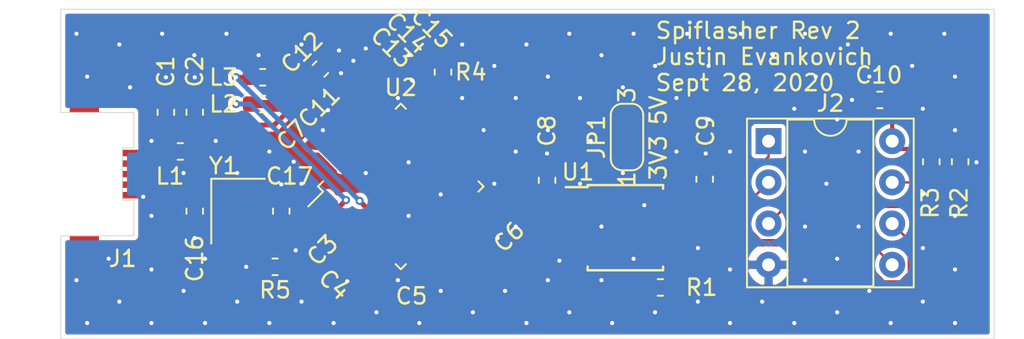
<source format=kicad_pcb>
(kicad_pcb (version 20171130) (host pcbnew 5.1.5)

  (general
    (thickness 1)
    (drawings 13)
    (tracks 386)
    (zones 0)
    (modules 34)
    (nets 27)
  )

  (page A4)
  (layers
    (0 F.Cu signal)
    (31 B.Cu signal)
    (32 B.Adhes user hide)
    (33 F.Adhes user hide)
    (34 B.Paste user hide)
    (35 F.Paste user hide)
    (36 B.SilkS user hide)
    (37 F.SilkS user)
    (38 B.Mask user hide)
    (39 F.Mask user hide)
    (40 Dwgs.User user hide)
    (41 Cmts.User user hide)
    (42 Eco1.User user hide)
    (43 Eco2.User user hide)
    (44 Edge.Cuts user)
    (45 Margin user hide)
    (46 B.CrtYd user hide)
    (47 F.CrtYd user)
    (48 B.Fab user hide)
    (49 F.Fab user)
  )

  (setup
    (last_trace_width 0.254)
    (user_trace_width 0.1524)
    (user_trace_width 0.2286)
    (user_trace_width 0.254)
    (user_trace_width 0.3)
    (user_trace_width 0.381)
    (user_trace_width 0.45)
    (user_trace_width 0.508)
    (trace_clearance 0.1524)
    (zone_clearance 0.254)
    (zone_45_only no)
    (trace_min 0.1524)
    (via_size 0.508)
    (via_drill 0.254)
    (via_min_size 0.508)
    (via_min_drill 0.254)
    (user_via 0.508 0.254)
    (uvia_size 0.508)
    (uvia_drill 0.254)
    (uvias_allowed no)
    (uvia_min_size 0.2)
    (uvia_min_drill 0.1)
    (edge_width 0.05)
    (segment_width 0.2)
    (pcb_text_width 0.3)
    (pcb_text_size 1.5 1.5)
    (mod_edge_width 0.12)
    (mod_text_size 1 1)
    (mod_text_width 0.15)
    (pad_size 1.524 1.524)
    (pad_drill 0.762)
    (pad_to_mask_clearance 0.0508)
    (aux_axis_origin 0 0)
    (grid_origin 109.093 101.6)
    (visible_elements FFFFFF7F)
    (pcbplotparams
      (layerselection 0x010fc_ffffffff)
      (usegerberextensions false)
      (usegerberattributes true)
      (usegerberadvancedattributes true)
      (creategerberjobfile true)
      (excludeedgelayer true)
      (linewidth 0.100000)
      (plotframeref false)
      (viasonmask false)
      (mode 1)
      (useauxorigin false)
      (hpglpennumber 1)
      (hpglpenspeed 20)
      (hpglpendiameter 15.000000)
      (psnegative false)
      (psa4output false)
      (plotreference true)
      (plotvalue true)
      (plotinvisibletext false)
      (padsonsilk false)
      (subtractmaskfromsilk false)
      (outputformat 1)
      (mirror false)
      (drillshape 0)
      (scaleselection 1)
      (outputdirectory "gerbers/"))
  )

  (net 0 "")
  (net 1 VBUS)
  (net 2 GND)
  (net 3 +3V3)
  (net 4 VCC)
  (net 5 /NSS)
  (net 6 /xNSS)
  (net 7 /xMOSI)
  (net 8 /xMISO)
  (net 9 /xSCK)
  (net 10 /xNWP)
  (net 11 /xNHOLD)
  (net 12 /OE)
  (net 13 /SCK)
  (net 14 /MISO)
  (net 15 /MOSI)
  (net 16 "Net-(C1-Pad1)")
  (net 17 "Net-(C16-Pad1)")
  (net 18 "Net-(C17-Pad1)")
  (net 19 "Net-(R4-Pad2)")
  (net 20 /USB_D-)
  (net 21 /USB_D+)
  (net 22 "Net-(C3-Pad1)")
  (net 23 "Net-(C4-Pad1)")
  (net 24 "Net-(C14-Pad1)")
  (net 25 "Net-(C15-Pad1)")
  (net 26 "Net-(R5-Pad1)")

  (net_class Default "This is the default net class."
    (clearance 0.1524)
    (trace_width 0.254)
    (via_dia 0.508)
    (via_drill 0.254)
    (uvia_dia 0.508)
    (uvia_drill 0.254)
    (diff_pair_width 0.1524)
    (diff_pair_gap 0.1524)
    (add_net /MISO)
    (add_net /MOSI)
    (add_net /NSS)
    (add_net /OE)
    (add_net /SCK)
    (add_net /USB_D+)
    (add_net /USB_D-)
    (add_net /xMISO)
    (add_net /xMOSI)
    (add_net /xNHOLD)
    (add_net /xNSS)
    (add_net /xNWP)
    (add_net /xSCK)
    (add_net "Net-(C1-Pad1)")
    (add_net "Net-(C14-Pad1)")
    (add_net "Net-(C15-Pad1)")
    (add_net "Net-(C16-Pad1)")
    (add_net "Net-(C17-Pad1)")
    (add_net "Net-(C3-Pad1)")
    (add_net "Net-(C4-Pad1)")
    (add_net "Net-(R4-Pad2)")
    (add_net "Net-(R5-Pad1)")
  )

  (net_class Power ""
    (clearance 0.1524)
    (trace_width 0.3)
    (via_dia 0.508)
    (via_drill 0.254)
    (uvia_dia 0.508)
    (uvia_drill 0.254)
    (add_net +3V3)
    (add_net GND)
    (add_net VBUS)
    (add_net VCC)
  )

  (module Package_QFP:LQFP-48_7x7mm_P0.5mm (layer F.Cu) (tedit 5D9F72AF) (tstamp 5F4A3FAC)
    (at 130.048 102.362 45)
    (descr "LQFP, 48 Pin (https://www.analog.com/media/en/technical-documentation/data-sheets/ltc2358-16.pdf), generated with kicad-footprint-generator ipc_gullwing_generator.py")
    (tags "LQFP QFP")
    (path /5F4BDEE0)
    (attr smd)
    (fp_text reference U2 (at 4.310523 -4.310523 180) (layer F.SilkS)
      (effects (font (size 1 1) (thickness 0.15)))
    )
    (fp_text value FT232H (at 0 5.85 45) (layer F.Fab)
      (effects (font (size 1 1) (thickness 0.15)))
    )
    (fp_text user %R (at 0 0 45) (layer F.Fab)
      (effects (font (size 1 1) (thickness 0.15)))
    )
    (fp_line (start 5.15 3.15) (end 5.15 0) (layer F.CrtYd) (width 0.05))
    (fp_line (start 3.75 3.15) (end 5.15 3.15) (layer F.CrtYd) (width 0.05))
    (fp_line (start 3.75 3.75) (end 3.75 3.15) (layer F.CrtYd) (width 0.05))
    (fp_line (start 3.15 3.75) (end 3.75 3.75) (layer F.CrtYd) (width 0.05))
    (fp_line (start 3.15 5.15) (end 3.15 3.75) (layer F.CrtYd) (width 0.05))
    (fp_line (start 0 5.15) (end 3.15 5.15) (layer F.CrtYd) (width 0.05))
    (fp_line (start -5.15 3.15) (end -5.15 0) (layer F.CrtYd) (width 0.05))
    (fp_line (start -3.75 3.15) (end -5.15 3.15) (layer F.CrtYd) (width 0.05))
    (fp_line (start -3.75 3.75) (end -3.75 3.15) (layer F.CrtYd) (width 0.05))
    (fp_line (start -3.15 3.75) (end -3.75 3.75) (layer F.CrtYd) (width 0.05))
    (fp_line (start -3.15 5.15) (end -3.15 3.75) (layer F.CrtYd) (width 0.05))
    (fp_line (start 0 5.15) (end -3.15 5.15) (layer F.CrtYd) (width 0.05))
    (fp_line (start 5.15 -3.15) (end 5.15 0) (layer F.CrtYd) (width 0.05))
    (fp_line (start 3.75 -3.15) (end 5.15 -3.15) (layer F.CrtYd) (width 0.05))
    (fp_line (start 3.75 -3.75) (end 3.75 -3.15) (layer F.CrtYd) (width 0.05))
    (fp_line (start 3.15 -3.75) (end 3.75 -3.75) (layer F.CrtYd) (width 0.05))
    (fp_line (start 3.15 -5.15) (end 3.15 -3.75) (layer F.CrtYd) (width 0.05))
    (fp_line (start 0 -5.15) (end 3.15 -5.15) (layer F.CrtYd) (width 0.05))
    (fp_line (start -5.15 -3.15) (end -5.15 0) (layer F.CrtYd) (width 0.05))
    (fp_line (start -3.75 -3.15) (end -5.15 -3.15) (layer F.CrtYd) (width 0.05))
    (fp_line (start -3.75 -3.75) (end -3.75 -3.15) (layer F.CrtYd) (width 0.05))
    (fp_line (start -3.15 -3.75) (end -3.75 -3.75) (layer F.CrtYd) (width 0.05))
    (fp_line (start -3.15 -5.15) (end -3.15 -3.75) (layer F.CrtYd) (width 0.05))
    (fp_line (start 0 -5.15) (end -3.15 -5.15) (layer F.CrtYd) (width 0.05))
    (fp_line (start -3.5 -2.5) (end -2.5 -3.5) (layer F.Fab) (width 0.1))
    (fp_line (start -3.5 3.5) (end -3.5 -2.5) (layer F.Fab) (width 0.1))
    (fp_line (start 3.5 3.5) (end -3.5 3.5) (layer F.Fab) (width 0.1))
    (fp_line (start 3.5 -3.5) (end 3.5 3.5) (layer F.Fab) (width 0.1))
    (fp_line (start -2.5 -3.5) (end 3.5 -3.5) (layer F.Fab) (width 0.1))
    (fp_line (start -3.61 -3.16) (end -4.9 -3.16) (layer F.SilkS) (width 0.12))
    (fp_line (start -3.61 -3.61) (end -3.61 -3.16) (layer F.SilkS) (width 0.12))
    (fp_line (start -3.16 -3.61) (end -3.61 -3.61) (layer F.SilkS) (width 0.12))
    (fp_line (start 3.61 -3.61) (end 3.61 -3.16) (layer F.SilkS) (width 0.12))
    (fp_line (start 3.16 -3.61) (end 3.61 -3.61) (layer F.SilkS) (width 0.12))
    (fp_line (start -3.61 3.61) (end -3.61 3.16) (layer F.SilkS) (width 0.12))
    (fp_line (start -3.16 3.61) (end -3.61 3.61) (layer F.SilkS) (width 0.12))
    (fp_line (start 3.61 3.61) (end 3.61 3.16) (layer F.SilkS) (width 0.12))
    (fp_line (start 3.16 3.61) (end 3.61 3.61) (layer F.SilkS) (width 0.12))
    (pad 48 smd roundrect (at -2.75 -4.1625 45) (size 0.3 1.475) (layers F.Cu F.Paste F.Mask) (roundrect_rratio 0.25)
      (net 2 GND))
    (pad 47 smd roundrect (at -2.25 -4.1625 45) (size 0.3 1.475) (layers F.Cu F.Paste F.Mask) (roundrect_rratio 0.25)
      (net 2 GND))
    (pad 46 smd roundrect (at -1.75 -4.1625 45) (size 0.3 1.475) (layers F.Cu F.Paste F.Mask) (roundrect_rratio 0.25)
      (net 3 +3V3))
    (pad 45 smd roundrect (at -1.25 -4.1625 45) (size 0.3 1.475) (layers F.Cu F.Paste F.Mask) (roundrect_rratio 0.25))
    (pad 44 smd roundrect (at -0.75 -4.1625 45) (size 0.3 1.475) (layers F.Cu F.Paste F.Mask) (roundrect_rratio 0.25))
    (pad 43 smd roundrect (at -0.25 -4.1625 45) (size 0.3 1.475) (layers F.Cu F.Paste F.Mask) (roundrect_rratio 0.25))
    (pad 42 smd roundrect (at 0.25 -4.1625 45) (size 0.3 1.475) (layers F.Cu F.Paste F.Mask) (roundrect_rratio 0.25)
      (net 2 GND))
    (pad 41 smd roundrect (at 0.75 -4.1625 45) (size 0.3 1.475) (layers F.Cu F.Paste F.Mask) (roundrect_rratio 0.25)
      (net 2 GND))
    (pad 40 smd roundrect (at 1.25 -4.1625 45) (size 0.3 1.475) (layers F.Cu F.Paste F.Mask) (roundrect_rratio 0.25)
      (net 1 VBUS))
    (pad 39 smd roundrect (at 1.75 -4.1625 45) (size 0.3 1.475) (layers F.Cu F.Paste F.Mask) (roundrect_rratio 0.25)
      (net 3 +3V3))
    (pad 38 smd roundrect (at 2.25 -4.1625 45) (size 0.3 1.475) (layers F.Cu F.Paste F.Mask) (roundrect_rratio 0.25)
      (net 24 "Net-(C14-Pad1)"))
    (pad 37 smd roundrect (at 2.75 -4.1625 45) (size 0.3 1.475) (layers F.Cu F.Paste F.Mask) (roundrect_rratio 0.25)
      (net 25 "Net-(C15-Pad1)"))
    (pad 36 smd roundrect (at 4.1625 -2.75 45) (size 1.475 0.3) (layers F.Cu F.Paste F.Mask) (roundrect_rratio 0.25)
      (net 2 GND))
    (pad 35 smd roundrect (at 4.1625 -2.25 45) (size 1.475 0.3) (layers F.Cu F.Paste F.Mask) (roundrect_rratio 0.25)
      (net 2 GND))
    (pad 34 smd roundrect (at 4.1625 -1.75 45) (size 1.475 0.3) (layers F.Cu F.Paste F.Mask) (roundrect_rratio 0.25)
      (net 19 "Net-(R4-Pad2)"))
    (pad 33 smd roundrect (at 4.1625 -1.25 45) (size 1.475 0.3) (layers F.Cu F.Paste F.Mask) (roundrect_rratio 0.25))
    (pad 32 smd roundrect (at 4.1625 -0.75 45) (size 1.475 0.3) (layers F.Cu F.Paste F.Mask) (roundrect_rratio 0.25))
    (pad 31 smd roundrect (at 4.1625 -0.25 45) (size 1.475 0.3) (layers F.Cu F.Paste F.Mask) (roundrect_rratio 0.25))
    (pad 30 smd roundrect (at 4.1625 0.25 45) (size 1.475 0.3) (layers F.Cu F.Paste F.Mask) (roundrect_rratio 0.25))
    (pad 29 smd roundrect (at 4.1625 0.75 45) (size 1.475 0.3) (layers F.Cu F.Paste F.Mask) (roundrect_rratio 0.25))
    (pad 28 smd roundrect (at 4.1625 1.25 45) (size 1.475 0.3) (layers F.Cu F.Paste F.Mask) (roundrect_rratio 0.25))
    (pad 27 smd roundrect (at 4.1625 1.75 45) (size 1.475 0.3) (layers F.Cu F.Paste F.Mask) (roundrect_rratio 0.25))
    (pad 26 smd roundrect (at 4.1625 2.25 45) (size 1.475 0.3) (layers F.Cu F.Paste F.Mask) (roundrect_rratio 0.25))
    (pad 25 smd roundrect (at 4.1625 2.75 45) (size 1.475 0.3) (layers F.Cu F.Paste F.Mask) (roundrect_rratio 0.25))
    (pad 24 smd roundrect (at 2.75 4.1625 45) (size 0.3 1.475) (layers F.Cu F.Paste F.Mask) (roundrect_rratio 0.25)
      (net 3 +3V3))
    (pad 23 smd roundrect (at 2.25 4.1625 45) (size 0.3 1.475) (layers F.Cu F.Paste F.Mask) (roundrect_rratio 0.25)
      (net 2 GND))
    (pad 22 smd roundrect (at 1.75 4.1625 45) (size 0.3 1.475) (layers F.Cu F.Paste F.Mask) (roundrect_rratio 0.25)
      (net 2 GND))
    (pad 21 smd roundrect (at 1.25 4.1625 45) (size 0.3 1.475) (layers F.Cu F.Paste F.Mask) (roundrect_rratio 0.25))
    (pad 20 smd roundrect (at 0.75 4.1625 45) (size 0.3 1.475) (layers F.Cu F.Paste F.Mask) (roundrect_rratio 0.25))
    (pad 19 smd roundrect (at 0.25 4.1625 45) (size 0.3 1.475) (layers F.Cu F.Paste F.Mask) (roundrect_rratio 0.25))
    (pad 18 smd roundrect (at -0.25 4.1625 45) (size 0.3 1.475) (layers F.Cu F.Paste F.Mask) (roundrect_rratio 0.25))
    (pad 17 smd roundrect (at -0.75 4.1625 45) (size 0.3 1.475) (layers F.Cu F.Paste F.Mask) (roundrect_rratio 0.25))
    (pad 16 smd roundrect (at -1.25 4.1625 45) (size 0.3 1.475) (layers F.Cu F.Paste F.Mask) (roundrect_rratio 0.25)
      (net 5 /NSS))
    (pad 15 smd roundrect (at -1.75 4.1625 45) (size 0.3 1.475) (layers F.Cu F.Paste F.Mask) (roundrect_rratio 0.25)
      (net 14 /MISO))
    (pad 14 smd roundrect (at -2.25 4.1625 45) (size 0.3 1.475) (layers F.Cu F.Paste F.Mask) (roundrect_rratio 0.25)
      (net 15 /MOSI))
    (pad 13 smd roundrect (at -2.75 4.1625 45) (size 0.3 1.475) (layers F.Cu F.Paste F.Mask) (roundrect_rratio 0.25)
      (net 13 /SCK))
    (pad 12 smd roundrect (at -4.1625 2.75 45) (size 1.475 0.3) (layers F.Cu F.Paste F.Mask) (roundrect_rratio 0.25)
      (net 3 +3V3))
    (pad 11 smd roundrect (at -4.1625 2.25 45) (size 1.475 0.3) (layers F.Cu F.Paste F.Mask) (roundrect_rratio 0.25)
      (net 2 GND))
    (pad 10 smd roundrect (at -4.1625 1.75 45) (size 1.475 0.3) (layers F.Cu F.Paste F.Mask) (roundrect_rratio 0.25)
      (net 2 GND))
    (pad 9 smd roundrect (at -4.1625 1.25 45) (size 1.475 0.3) (layers F.Cu F.Paste F.Mask) (roundrect_rratio 0.25)
      (net 2 GND))
    (pad 8 smd roundrect (at -4.1625 0.75 45) (size 1.475 0.3) (layers F.Cu F.Paste F.Mask) (roundrect_rratio 0.25)
      (net 23 "Net-(C4-Pad1)"))
    (pad 7 smd roundrect (at -4.1625 0.25 45) (size 1.475 0.3) (layers F.Cu F.Paste F.Mask) (roundrect_rratio 0.25)
      (net 21 /USB_D+))
    (pad 6 smd roundrect (at -4.1625 -0.25 45) (size 1.475 0.3) (layers F.Cu F.Paste F.Mask) (roundrect_rratio 0.25)
      (net 20 /USB_D-))
    (pad 5 smd roundrect (at -4.1625 -0.75 45) (size 1.475 0.3) (layers F.Cu F.Paste F.Mask) (roundrect_rratio 0.25)
      (net 26 "Net-(R5-Pad1)"))
    (pad 4 smd roundrect (at -4.1625 -1.25 45) (size 1.475 0.3) (layers F.Cu F.Paste F.Mask) (roundrect_rratio 0.25)
      (net 2 GND))
    (pad 3 smd roundrect (at -4.1625 -1.75 45) (size 1.475 0.3) (layers F.Cu F.Paste F.Mask) (roundrect_rratio 0.25)
      (net 22 "Net-(C3-Pad1)"))
    (pad 2 smd roundrect (at -4.1625 -2.25 45) (size 1.475 0.3) (layers F.Cu F.Paste F.Mask) (roundrect_rratio 0.25)
      (net 18 "Net-(C17-Pad1)"))
    (pad 1 smd roundrect (at -4.1625 -2.75 45) (size 1.475 0.3) (layers F.Cu F.Paste F.Mask) (roundrect_rratio 0.25)
      (net 17 "Net-(C16-Pad1)"))
    (model ${KISYS3DMOD}/Package_QFP.3dshapes/LQFP-48_7x7mm_P0.5mm.wrl
      (at (xyz 0 0 0))
      (scale (xyz 1 1 1))
      (rotate (xyz 0 0 0))
    )
  )

  (module Jumper:SolderJumper-3_P1.3mm_Open_RoundedPad1.0x1.5mm_NumberLabels (layer F.Cu) (tedit 5B391ED1) (tstamp 5F4A49DE)
    (at 143.9926 99.314 90)
    (descr "SMD Solder 3-pad Jumper, 1x1.5mm rounded Pads, 0.3mm gap, open, labeled with numbers")
    (tags "solder jumper open")
    (path /5F2BC13E)
    (attr virtual)
    (fp_text reference JP1 (at 0 -1.8796 90) (layer F.SilkS)
      (effects (font (size 1 1) (thickness 0.15)))
    )
    (fp_text value SolderJumper_3_Open (at 0 1.9 90) (layer F.Fab)
      (effects (font (size 1 1) (thickness 0.15)))
    )
    (fp_arc (start -1.35 -0.3) (end -1.35 -1) (angle -90) (layer F.SilkS) (width 0.12))
    (fp_arc (start -1.35 0.3) (end -2.05 0.3) (angle -90) (layer F.SilkS) (width 0.12))
    (fp_arc (start 1.35 0.3) (end 1.35 1) (angle -90) (layer F.SilkS) (width 0.12))
    (fp_arc (start 1.35 -0.3) (end 2.05 -0.3) (angle -90) (layer F.SilkS) (width 0.12))
    (fp_line (start 2.3 1.25) (end -2.3 1.25) (layer F.CrtYd) (width 0.05))
    (fp_line (start 2.3 1.25) (end 2.3 -1.25) (layer F.CrtYd) (width 0.05))
    (fp_line (start -2.3 -1.25) (end -2.3 1.25) (layer F.CrtYd) (width 0.05))
    (fp_line (start -2.3 -1.25) (end 2.3 -1.25) (layer F.CrtYd) (width 0.05))
    (fp_line (start -1.4 -1) (end 1.4 -1) (layer F.SilkS) (width 0.12))
    (fp_line (start 2.05 -0.3) (end 2.05 0.3) (layer F.SilkS) (width 0.12))
    (fp_line (start 1.4 1) (end -1.4 1) (layer F.SilkS) (width 0.12))
    (fp_line (start -2.05 0.3) (end -2.05 -0.3) (layer F.SilkS) (width 0.12))
    (fp_text user 1 (at -2.6 0 90) (layer F.SilkS)
      (effects (font (size 1 1) (thickness 0.15)))
    )
    (fp_text user 3 (at 2.6 0 90) (layer F.SilkS)
      (effects (font (size 1 1) (thickness 0.15)))
    )
    (fp_text user 3V3 (at -1.27 1.9304 90) (layer F.SilkS)
      (effects (font (size 1 1) (thickness 0.15)))
    )
    (fp_text user 5V (at 1.651 1.9304 90) (layer F.SilkS)
      (effects (font (size 1 1) (thickness 0.15)))
    )
    (pad 2 smd rect (at 0 0 90) (size 1 1.5) (layers F.Cu F.Mask)
      (net 4 VCC))
    (pad 3 smd custom (at 1.3 0 90) (size 1 0.5) (layers F.Cu F.Mask)
      (net 1 VBUS) (zone_connect 2)
      (options (clearance outline) (anchor rect))
      (primitives
        (gr_circle (center 0 0.25) (end 0.5 0.25) (width 0))
        (gr_circle (center 0 -0.25) (end 0.5 -0.25) (width 0))
        (gr_poly (pts
           (xy -0.55 -0.75) (xy 0 -0.75) (xy 0 0.75) (xy -0.55 0.75)) (width 0))
      ))
    (pad 1 smd custom (at -1.3 0 90) (size 1 0.5) (layers F.Cu F.Mask)
      (net 3 +3V3) (zone_connect 2)
      (options (clearance outline) (anchor rect))
      (primitives
        (gr_circle (center 0 0.25) (end 0.5 0.25) (width 0))
        (gr_circle (center 0 -0.25) (end 0.5 -0.25) (width 0))
        (gr_poly (pts
           (xy 0.55 -0.75) (xy 0 -0.75) (xy 0 0.75) (xy 0.55 0.75)) (width 0))
      ))
  )

  (module Capacitor_SMD:C_0402_1005Metric (layer F.Cu) (tedit 5B301BBE) (tstamp 5F49022D)
    (at 126.873 107.442 315)
    (descr "Capacitor SMD 0402 (1005 Metric), square (rectangular) end terminal, IPC_7351 nominal, (Body size source: http://www.tortai-tech.com/upload/download/2011102023233369053.pdf), generated with kicad-footprint-generator")
    (tags capacitor)
    (path /5F4CD480)
    (attr smd)
    (fp_text reference C4 (at 0.017961 1.347038 135) (layer F.SilkS)
      (effects (font (size 1 1) (thickness 0.15)))
    )
    (fp_text value 0.1u (at 0 1.17 135) (layer F.Fab)
      (effects (font (size 1 1) (thickness 0.15)))
    )
    (fp_text user %R (at 0 0 135) (layer F.Fab)
      (effects (font (size 0.25 0.25) (thickness 0.04)))
    )
    (fp_line (start 0.93 0.47) (end -0.93 0.47) (layer F.CrtYd) (width 0.05))
    (fp_line (start 0.93 -0.47) (end 0.93 0.47) (layer F.CrtYd) (width 0.05))
    (fp_line (start -0.93 -0.47) (end 0.93 -0.47) (layer F.CrtYd) (width 0.05))
    (fp_line (start -0.93 0.47) (end -0.93 -0.47) (layer F.CrtYd) (width 0.05))
    (fp_line (start 0.5 0.25) (end -0.5 0.25) (layer F.Fab) (width 0.1))
    (fp_line (start 0.5 -0.25) (end 0.5 0.25) (layer F.Fab) (width 0.1))
    (fp_line (start -0.5 -0.25) (end 0.5 -0.25) (layer F.Fab) (width 0.1))
    (fp_line (start -0.5 0.25) (end -0.5 -0.25) (layer F.Fab) (width 0.1))
    (pad 2 smd roundrect (at 0.485 0 315) (size 0.59 0.64) (layers F.Cu F.Paste F.Mask) (roundrect_rratio 0.25)
      (net 2 GND))
    (pad 1 smd roundrect (at -0.485 0 315) (size 0.59 0.64) (layers F.Cu F.Paste F.Mask) (roundrect_rratio 0.25)
      (net 23 "Net-(C4-Pad1)"))
    (model ${KISYS3DMOD}/Capacitor_SMD.3dshapes/C_0402_1005Metric.wrl
      (at (xyz 0 0 0))
      (scale (xyz 1 1 1))
      (rotate (xyz 0 0 0))
    )
  )

  (module Capacitor_SMD:C_0402_1005Metric (layer F.Cu) (tedit 5B301BBE) (tstamp 5F49021F)
    (at 124.3965 105.4735 225)
    (descr "Capacitor SMD 0402 (1005 Metric), square (rectangular) end terminal, IPC_7351 nominal, (Body size source: http://www.tortai-tech.com/upload/download/2011102023233369053.pdf), generated with kicad-footprint-generator")
    (tags capacitor)
    (path /5F4CCB46)
    (attr smd)
    (fp_text reference C3 (at 0 -1.17 45) (layer F.SilkS)
      (effects (font (size 1 1) (thickness 0.15)))
    )
    (fp_text value 0.1u (at 0 1.17 45) (layer F.Fab)
      (effects (font (size 1 1) (thickness 0.15)))
    )
    (fp_text user %R (at 0 0 45) (layer F.Fab)
      (effects (font (size 0.25 0.25) (thickness 0.04)))
    )
    (fp_line (start 0.93 0.47) (end -0.93 0.47) (layer F.CrtYd) (width 0.05))
    (fp_line (start 0.93 -0.47) (end 0.93 0.47) (layer F.CrtYd) (width 0.05))
    (fp_line (start -0.93 -0.47) (end 0.93 -0.47) (layer F.CrtYd) (width 0.05))
    (fp_line (start -0.93 0.47) (end -0.93 -0.47) (layer F.CrtYd) (width 0.05))
    (fp_line (start 0.5 0.25) (end -0.5 0.25) (layer F.Fab) (width 0.1))
    (fp_line (start 0.5 -0.25) (end 0.5 0.25) (layer F.Fab) (width 0.1))
    (fp_line (start -0.5 -0.25) (end 0.5 -0.25) (layer F.Fab) (width 0.1))
    (fp_line (start -0.5 0.25) (end -0.5 -0.25) (layer F.Fab) (width 0.1))
    (pad 2 smd roundrect (at 0.485 0 225) (size 0.59 0.64) (layers F.Cu F.Paste F.Mask) (roundrect_rratio 0.25)
      (net 2 GND))
    (pad 1 smd roundrect (at -0.485 0 225) (size 0.59 0.64) (layers F.Cu F.Paste F.Mask) (roundrect_rratio 0.25)
      (net 22 "Net-(C3-Pad1)"))
    (model ${KISYS3DMOD}/Capacitor_SMD.3dshapes/C_0402_1005Metric.wrl
      (at (xyz 0 0 0))
      (scale (xyz 1 1 1))
      (rotate (xyz 0 0 0))
    )
  )

  (module Capacitor_SMD:C_0402_1005Metric (layer F.Cu) (tedit 5B301BBE) (tstamp 5F4901E7)
    (at 126.365 97.79 225)
    (descr "Capacitor SMD 0402 (1005 Metric), square (rectangular) end terminal, IPC_7351 nominal, (Body size source: http://www.tortai-tech.com/upload/download/2011102023233369053.pdf), generated with kicad-footprint-generator")
    (tags capacitor)
    (path /5F4D1BB3)
    (attr smd)
    (fp_text reference C11 (at 0.736381 1.167433 45) (layer F.SilkS)
      (effects (font (size 1 1) (thickness 0.15)))
    )
    (fp_text value 0.1u (at 0 1.17 45) (layer F.Fab)
      (effects (font (size 1 1) (thickness 0.15)))
    )
    (fp_text user %R (at 0 0 45) (layer F.Fab)
      (effects (font (size 0.25 0.25) (thickness 0.04)))
    )
    (fp_line (start 0.93 0.47) (end -0.93 0.47) (layer F.CrtYd) (width 0.05))
    (fp_line (start 0.93 -0.47) (end 0.93 0.47) (layer F.CrtYd) (width 0.05))
    (fp_line (start -0.93 -0.47) (end 0.93 -0.47) (layer F.CrtYd) (width 0.05))
    (fp_line (start -0.93 0.47) (end -0.93 -0.47) (layer F.CrtYd) (width 0.05))
    (fp_line (start 0.5 0.25) (end -0.5 0.25) (layer F.Fab) (width 0.1))
    (fp_line (start 0.5 -0.25) (end 0.5 0.25) (layer F.Fab) (width 0.1))
    (fp_line (start -0.5 -0.25) (end 0.5 -0.25) (layer F.Fab) (width 0.1))
    (fp_line (start -0.5 0.25) (end -0.5 -0.25) (layer F.Fab) (width 0.1))
    (pad 2 smd roundrect (at 0.485 0 225) (size 0.59 0.64) (layers F.Cu F.Paste F.Mask) (roundrect_rratio 0.25)
      (net 2 GND))
    (pad 1 smd roundrect (at -0.485 0 225) (size 0.59 0.64) (layers F.Cu F.Paste F.Mask) (roundrect_rratio 0.25)
      (net 1 VBUS))
    (model ${KISYS3DMOD}/Capacitor_SMD.3dshapes/C_0402_1005Metric.wrl
      (at (xyz 0 0 0))
      (scale (xyz 1 1 1))
      (rotate (xyz 0 0 0))
    )
  )

  (module Capacitor_SMD:C_0603_1608Metric (layer F.Cu) (tedit 5B301BBE) (tstamp 5F49E4C2)
    (at 115.57 97.79 90)
    (descr "Capacitor SMD 0603 (1608 Metric), square (rectangular) end terminal, IPC_7351 nominal, (Body size source: http://www.tortai-tech.com/upload/download/2011102023233369053.pdf), generated with kicad-footprint-generator")
    (tags capacitor)
    (path /5F4C72DC)
    (attr smd)
    (fp_text reference C1 (at 2.5145 0 270) (layer F.SilkS)
      (effects (font (size 1 1) (thickness 0.15)))
    )
    (fp_text value 10n (at 0 1.43 90) (layer F.Fab)
      (effects (font (size 1 1) (thickness 0.15)))
    )
    (fp_text user %R (at 0 0 90) (layer F.Fab)
      (effects (font (size 0.4 0.4) (thickness 0.06)))
    )
    (fp_line (start 1.48 0.73) (end -1.48 0.73) (layer F.CrtYd) (width 0.05))
    (fp_line (start 1.48 -0.73) (end 1.48 0.73) (layer F.CrtYd) (width 0.05))
    (fp_line (start -1.48 -0.73) (end 1.48 -0.73) (layer F.CrtYd) (width 0.05))
    (fp_line (start -1.48 0.73) (end -1.48 -0.73) (layer F.CrtYd) (width 0.05))
    (fp_line (start -0.162779 0.51) (end 0.162779 0.51) (layer F.SilkS) (width 0.12))
    (fp_line (start -0.162779 -0.51) (end 0.162779 -0.51) (layer F.SilkS) (width 0.12))
    (fp_line (start 0.8 0.4) (end -0.8 0.4) (layer F.Fab) (width 0.1))
    (fp_line (start 0.8 -0.4) (end 0.8 0.4) (layer F.Fab) (width 0.1))
    (fp_line (start -0.8 -0.4) (end 0.8 -0.4) (layer F.Fab) (width 0.1))
    (fp_line (start -0.8 0.4) (end -0.8 -0.4) (layer F.Fab) (width 0.1))
    (pad 2 smd roundrect (at 0.7875 0 90) (size 0.875 0.95) (layers F.Cu F.Paste F.Mask) (roundrect_rratio 0.25)
      (net 2 GND))
    (pad 1 smd roundrect (at -0.7875 0 90) (size 0.875 0.95) (layers F.Cu F.Paste F.Mask) (roundrect_rratio 0.25)
      (net 16 "Net-(C1-Pad1)"))
    (model ${KISYS3DMOD}/Capacitor_SMD.3dshapes/C_0603_1608Metric.wrl
      (at (xyz 0 0 0))
      (scale (xyz 1 1 1))
      (rotate (xyz 0 0 0))
    )
  )

  (module Capacitor_SMD:C_0603_1608Metric (layer F.Cu) (tedit 5B301BBE) (tstamp 5F49E492)
    (at 117.348 97.79 90)
    (descr "Capacitor SMD 0603 (1608 Metric), square (rectangular) end terminal, IPC_7351 nominal, (Body size source: http://www.tortai-tech.com/upload/download/2011102023233369053.pdf), generated with kicad-footprint-generator")
    (tags capacitor)
    (path /5F4C7D2C)
    (attr smd)
    (fp_text reference C2 (at 2.5145 0 90) (layer F.SilkS)
      (effects (font (size 1 1) (thickness 0.15)))
    )
    (fp_text value 4.7u (at 0 1.43 90) (layer F.Fab)
      (effects (font (size 1 1) (thickness 0.15)))
    )
    (fp_text user %R (at 0 0 90) (layer F.Fab)
      (effects (font (size 0.4 0.4) (thickness 0.06)))
    )
    (fp_line (start 1.48 0.73) (end -1.48 0.73) (layer F.CrtYd) (width 0.05))
    (fp_line (start 1.48 -0.73) (end 1.48 0.73) (layer F.CrtYd) (width 0.05))
    (fp_line (start -1.48 -0.73) (end 1.48 -0.73) (layer F.CrtYd) (width 0.05))
    (fp_line (start -1.48 0.73) (end -1.48 -0.73) (layer F.CrtYd) (width 0.05))
    (fp_line (start -0.162779 0.51) (end 0.162779 0.51) (layer F.SilkS) (width 0.12))
    (fp_line (start -0.162779 -0.51) (end 0.162779 -0.51) (layer F.SilkS) (width 0.12))
    (fp_line (start 0.8 0.4) (end -0.8 0.4) (layer F.Fab) (width 0.1))
    (fp_line (start 0.8 -0.4) (end 0.8 0.4) (layer F.Fab) (width 0.1))
    (fp_line (start -0.8 -0.4) (end 0.8 -0.4) (layer F.Fab) (width 0.1))
    (fp_line (start -0.8 0.4) (end -0.8 -0.4) (layer F.Fab) (width 0.1))
    (pad 2 smd roundrect (at 0.7875 0 90) (size 0.875 0.95) (layers F.Cu F.Paste F.Mask) (roundrect_rratio 0.25)
      (net 2 GND))
    (pad 1 smd roundrect (at -0.7875 0 90) (size 0.875 0.95) (layers F.Cu F.Paste F.Mask) (roundrect_rratio 0.25)
      (net 1 VBUS))
    (model ${KISYS3DMOD}/Capacitor_SMD.3dshapes/C_0603_1608Metric.wrl
      (at (xyz 0 0 0))
      (scale (xyz 1 1 1))
      (rotate (xyz 0 0 0))
    )
  )

  (module Capacitor_SMD:C_0603_1608Metric (layer F.Cu) (tedit 5B301BBE) (tstamp 5F48D743)
    (at 125.095 95.123 45)
    (descr "Capacitor SMD 0603 (1608 Metric), square (rectangular) end terminal, IPC_7351 nominal, (Body size source: http://www.tortai-tech.com/upload/download/2011102023233369053.pdf), generated with kicad-footprint-generator")
    (tags capacitor)
    (path /5F4D20E3)
    (attr smd)
    (fp_text reference C12 (at -0.089803 -1.526644 45) (layer F.SilkS)
      (effects (font (size 1 1) (thickness 0.15)))
    )
    (fp_text value 4.7u (at 0 1.43 45) (layer F.Fab)
      (effects (font (size 1 1) (thickness 0.15)))
    )
    (fp_text user %R (at 0 0 45) (layer F.Fab)
      (effects (font (size 0.4 0.4) (thickness 0.06)))
    )
    (fp_line (start 1.48 0.73) (end -1.48 0.73) (layer F.CrtYd) (width 0.05))
    (fp_line (start 1.48 -0.73) (end 1.48 0.73) (layer F.CrtYd) (width 0.05))
    (fp_line (start -1.48 -0.73) (end 1.48 -0.73) (layer F.CrtYd) (width 0.05))
    (fp_line (start -1.48 0.73) (end -1.48 -0.73) (layer F.CrtYd) (width 0.05))
    (fp_line (start -0.162779 0.51) (end 0.162779 0.51) (layer F.SilkS) (width 0.12))
    (fp_line (start -0.162779 -0.51) (end 0.162779 -0.51) (layer F.SilkS) (width 0.12))
    (fp_line (start 0.8 0.4) (end -0.8 0.4) (layer F.Fab) (width 0.1))
    (fp_line (start 0.8 -0.4) (end 0.8 0.4) (layer F.Fab) (width 0.1))
    (fp_line (start -0.8 -0.4) (end 0.8 -0.4) (layer F.Fab) (width 0.1))
    (fp_line (start -0.8 0.4) (end -0.8 -0.4) (layer F.Fab) (width 0.1))
    (pad 2 smd roundrect (at 0.7875 0 45) (size 0.875 0.95) (layers F.Cu F.Paste F.Mask) (roundrect_rratio 0.25)
      (net 2 GND))
    (pad 1 smd roundrect (at -0.7875 0 45) (size 0.875 0.95) (layers F.Cu F.Paste F.Mask) (roundrect_rratio 0.25)
      (net 3 +3V3))
    (model ${KISYS3DMOD}/Capacitor_SMD.3dshapes/C_0603_1608Metric.wrl
      (at (xyz 0 0 0))
      (scale (xyz 1 1 1))
      (rotate (xyz 0 0 0))
    )
  )

  (module Capacitor_SMD:C_0603_1608Metric (layer F.Cu) (tedit 5B301BBE) (tstamp 5F48D80F)
    (at 117.348 103.886 270)
    (descr "Capacitor SMD 0603 (1608 Metric), square (rectangular) end terminal, IPC_7351 nominal, (Body size source: http://www.tortai-tech.com/upload/download/2011102023233369053.pdf), generated with kicad-footprint-generator")
    (tags capacitor)
    (path /5F4D40DE)
    (attr smd)
    (fp_text reference C16 (at 2.921 0 90) (layer F.SilkS)
      (effects (font (size 1 1) (thickness 0.15)))
    )
    (fp_text value 22p (at 0 1.43 90) (layer F.Fab)
      (effects (font (size 1 1) (thickness 0.15)))
    )
    (fp_text user %R (at 0 0 90) (layer F.Fab)
      (effects (font (size 0.4 0.4) (thickness 0.06)))
    )
    (fp_line (start 1.48 0.73) (end -1.48 0.73) (layer F.CrtYd) (width 0.05))
    (fp_line (start 1.48 -0.73) (end 1.48 0.73) (layer F.CrtYd) (width 0.05))
    (fp_line (start -1.48 -0.73) (end 1.48 -0.73) (layer F.CrtYd) (width 0.05))
    (fp_line (start -1.48 0.73) (end -1.48 -0.73) (layer F.CrtYd) (width 0.05))
    (fp_line (start -0.162779 0.51) (end 0.162779 0.51) (layer F.SilkS) (width 0.12))
    (fp_line (start -0.162779 -0.51) (end 0.162779 -0.51) (layer F.SilkS) (width 0.12))
    (fp_line (start 0.8 0.4) (end -0.8 0.4) (layer F.Fab) (width 0.1))
    (fp_line (start 0.8 -0.4) (end 0.8 0.4) (layer F.Fab) (width 0.1))
    (fp_line (start -0.8 -0.4) (end 0.8 -0.4) (layer F.Fab) (width 0.1))
    (fp_line (start -0.8 0.4) (end -0.8 -0.4) (layer F.Fab) (width 0.1))
    (pad 2 smd roundrect (at 0.7875 0 270) (size 0.875 0.95) (layers F.Cu F.Paste F.Mask) (roundrect_rratio 0.25)
      (net 2 GND))
    (pad 1 smd roundrect (at -0.7875 0 270) (size 0.875 0.95) (layers F.Cu F.Paste F.Mask) (roundrect_rratio 0.25)
      (net 17 "Net-(C16-Pad1)"))
    (model ${KISYS3DMOD}/Capacitor_SMD.3dshapes/C_0603_1608Metric.wrl
      (at (xyz 0 0 0))
      (scale (xyz 1 1 1))
      (rotate (xyz 0 0 0))
    )
  )

  (module Capacitor_SMD:C_0603_1608Metric (layer F.Cu) (tedit 5B301BBE) (tstamp 5F48D820)
    (at 122.682 103.886 90)
    (descr "Capacitor SMD 0603 (1608 Metric), square (rectangular) end terminal, IPC_7351 nominal, (Body size source: http://www.tortai-tech.com/upload/download/2011102023233369053.pdf), generated with kicad-footprint-generator")
    (tags capacitor)
    (path /5F4D478A)
    (attr smd)
    (fp_text reference C17 (at 2.159 0.508 180) (layer F.SilkS)
      (effects (font (size 1 1) (thickness 0.15)))
    )
    (fp_text value 22p (at 0 1.43 90) (layer F.Fab)
      (effects (font (size 1 1) (thickness 0.15)))
    )
    (fp_text user %R (at 0 0 90) (layer F.Fab)
      (effects (font (size 0.4 0.4) (thickness 0.06)))
    )
    (fp_line (start 1.48 0.73) (end -1.48 0.73) (layer F.CrtYd) (width 0.05))
    (fp_line (start 1.48 -0.73) (end 1.48 0.73) (layer F.CrtYd) (width 0.05))
    (fp_line (start -1.48 -0.73) (end 1.48 -0.73) (layer F.CrtYd) (width 0.05))
    (fp_line (start -1.48 0.73) (end -1.48 -0.73) (layer F.CrtYd) (width 0.05))
    (fp_line (start -0.162779 0.51) (end 0.162779 0.51) (layer F.SilkS) (width 0.12))
    (fp_line (start -0.162779 -0.51) (end 0.162779 -0.51) (layer F.SilkS) (width 0.12))
    (fp_line (start 0.8 0.4) (end -0.8 0.4) (layer F.Fab) (width 0.1))
    (fp_line (start 0.8 -0.4) (end 0.8 0.4) (layer F.Fab) (width 0.1))
    (fp_line (start -0.8 -0.4) (end 0.8 -0.4) (layer F.Fab) (width 0.1))
    (fp_line (start -0.8 0.4) (end -0.8 -0.4) (layer F.Fab) (width 0.1))
    (pad 2 smd roundrect (at 0.7875 0 90) (size 0.875 0.95) (layers F.Cu F.Paste F.Mask) (roundrect_rratio 0.25)
      (net 2 GND))
    (pad 1 smd roundrect (at -0.7875 0 90) (size 0.875 0.95) (layers F.Cu F.Paste F.Mask) (roundrect_rratio 0.25)
      (net 18 "Net-(C17-Pad1)"))
    (model ${KISYS3DMOD}/Capacitor_SMD.3dshapes/C_0603_1608Metric.wrl
      (at (xyz 0 0 0))
      (scale (xyz 1 1 1))
      (rotate (xyz 0 0 0))
    )
  )

  (module Capacitor_SMD:C_0603_1608Metric (layer F.Cu) (tedit 5B301BBE) (tstamp 5F48D831)
    (at 139.065 101.981 90)
    (descr "Capacitor SMD 0603 (1608 Metric), square (rectangular) end terminal, IPC_7351 nominal, (Body size source: http://www.tortai-tech.com/upload/download/2011102023233369053.pdf), generated with kicad-footprint-generator")
    (tags capacitor)
    (path /5F4D7D49)
    (attr smd)
    (fp_text reference C8 (at 3.048 0 90) (layer F.SilkS)
      (effects (font (size 1 1) (thickness 0.15)))
    )
    (fp_text value 0.1u (at 0 1.43 90) (layer F.Fab)
      (effects (font (size 1 1) (thickness 0.15)))
    )
    (fp_text user %R (at 0 0 90) (layer F.Fab)
      (effects (font (size 0.4 0.4) (thickness 0.06)))
    )
    (fp_line (start 1.48 0.73) (end -1.48 0.73) (layer F.CrtYd) (width 0.05))
    (fp_line (start 1.48 -0.73) (end 1.48 0.73) (layer F.CrtYd) (width 0.05))
    (fp_line (start -1.48 -0.73) (end 1.48 -0.73) (layer F.CrtYd) (width 0.05))
    (fp_line (start -1.48 0.73) (end -1.48 -0.73) (layer F.CrtYd) (width 0.05))
    (fp_line (start -0.162779 0.51) (end 0.162779 0.51) (layer F.SilkS) (width 0.12))
    (fp_line (start -0.162779 -0.51) (end 0.162779 -0.51) (layer F.SilkS) (width 0.12))
    (fp_line (start 0.8 0.4) (end -0.8 0.4) (layer F.Fab) (width 0.1))
    (fp_line (start 0.8 -0.4) (end 0.8 0.4) (layer F.Fab) (width 0.1))
    (fp_line (start -0.8 -0.4) (end 0.8 -0.4) (layer F.Fab) (width 0.1))
    (fp_line (start -0.8 0.4) (end -0.8 -0.4) (layer F.Fab) (width 0.1))
    (pad 2 smd roundrect (at 0.7875 0 90) (size 0.875 0.95) (layers F.Cu F.Paste F.Mask) (roundrect_rratio 0.25)
      (net 2 GND))
    (pad 1 smd roundrect (at -0.7875 0 90) (size 0.875 0.95) (layers F.Cu F.Paste F.Mask) (roundrect_rratio 0.25)
      (net 3 +3V3))
    (model ${KISYS3DMOD}/Capacitor_SMD.3dshapes/C_0603_1608Metric.wrl
      (at (xyz 0 0 0))
      (scale (xyz 1 1 1))
      (rotate (xyz 0 0 0))
    )
  )

  (module Capacitor_SMD:C_0603_1608Metric (layer F.Cu) (tedit 5B301BBE) (tstamp 5F4A3047)
    (at 148.7805 101.9175 90)
    (descr "Capacitor SMD 0603 (1608 Metric), square (rectangular) end terminal, IPC_7351 nominal, (Body size source: http://www.tortai-tech.com/upload/download/2011102023233369053.pdf), generated with kicad-footprint-generator")
    (tags capacitor)
    (path /5F4D8FDA)
    (attr smd)
    (fp_text reference C9 (at 2.9845 0.0635 90) (layer F.SilkS)
      (effects (font (size 1 1) (thickness 0.15)))
    )
    (fp_text value 0.1u (at 0 1.43 90) (layer F.Fab)
      (effects (font (size 1 1) (thickness 0.15)))
    )
    (fp_text user %R (at 0 0 90) (layer F.Fab)
      (effects (font (size 0.4 0.4) (thickness 0.06)))
    )
    (fp_line (start 1.48 0.73) (end -1.48 0.73) (layer F.CrtYd) (width 0.05))
    (fp_line (start 1.48 -0.73) (end 1.48 0.73) (layer F.CrtYd) (width 0.05))
    (fp_line (start -1.48 -0.73) (end 1.48 -0.73) (layer F.CrtYd) (width 0.05))
    (fp_line (start -1.48 0.73) (end -1.48 -0.73) (layer F.CrtYd) (width 0.05))
    (fp_line (start -0.162779 0.51) (end 0.162779 0.51) (layer F.SilkS) (width 0.12))
    (fp_line (start -0.162779 -0.51) (end 0.162779 -0.51) (layer F.SilkS) (width 0.12))
    (fp_line (start 0.8 0.4) (end -0.8 0.4) (layer F.Fab) (width 0.1))
    (fp_line (start 0.8 -0.4) (end 0.8 0.4) (layer F.Fab) (width 0.1))
    (fp_line (start -0.8 -0.4) (end 0.8 -0.4) (layer F.Fab) (width 0.1))
    (fp_line (start -0.8 0.4) (end -0.8 -0.4) (layer F.Fab) (width 0.1))
    (pad 2 smd roundrect (at 0.7875 0 90) (size 0.875 0.95) (layers F.Cu F.Paste F.Mask) (roundrect_rratio 0.25)
      (net 2 GND))
    (pad 1 smd roundrect (at -0.7875 0 90) (size 0.875 0.95) (layers F.Cu F.Paste F.Mask) (roundrect_rratio 0.25)
      (net 4 VCC))
    (model ${KISYS3DMOD}/Capacitor_SMD.3dshapes/C_0603_1608Metric.wrl
      (at (xyz 0 0 0))
      (scale (xyz 1 1 1))
      (rotate (xyz 0 0 0))
    )
  )

  (module Capacitor_SMD:C_0603_1608Metric (layer F.Cu) (tedit 5B301BBE) (tstamp 5F49C8CE)
    (at 159.5755 97.028 180)
    (descr "Capacitor SMD 0603 (1608 Metric), square (rectangular) end terminal, IPC_7351 nominal, (Body size source: http://www.tortai-tech.com/upload/download/2011102023233369053.pdf), generated with kicad-footprint-generator")
    (tags capacitor)
    (path /5F4DA554)
    (attr smd)
    (fp_text reference C10 (at 0.0635 1.524) (layer F.SilkS)
      (effects (font (size 1 1) (thickness 0.15)))
    )
    (fp_text value 0.1u (at 0 1.43) (layer F.Fab)
      (effects (font (size 1 1) (thickness 0.15)))
    )
    (fp_text user %R (at 0 0) (layer F.Fab)
      (effects (font (size 0.4 0.4) (thickness 0.06)))
    )
    (fp_line (start 1.48 0.73) (end -1.48 0.73) (layer F.CrtYd) (width 0.05))
    (fp_line (start 1.48 -0.73) (end 1.48 0.73) (layer F.CrtYd) (width 0.05))
    (fp_line (start -1.48 -0.73) (end 1.48 -0.73) (layer F.CrtYd) (width 0.05))
    (fp_line (start -1.48 0.73) (end -1.48 -0.73) (layer F.CrtYd) (width 0.05))
    (fp_line (start -0.162779 0.51) (end 0.162779 0.51) (layer F.SilkS) (width 0.12))
    (fp_line (start -0.162779 -0.51) (end 0.162779 -0.51) (layer F.SilkS) (width 0.12))
    (fp_line (start 0.8 0.4) (end -0.8 0.4) (layer F.Fab) (width 0.1))
    (fp_line (start 0.8 -0.4) (end 0.8 0.4) (layer F.Fab) (width 0.1))
    (fp_line (start -0.8 -0.4) (end 0.8 -0.4) (layer F.Fab) (width 0.1))
    (fp_line (start -0.8 0.4) (end -0.8 -0.4) (layer F.Fab) (width 0.1))
    (pad 2 smd roundrect (at 0.7875 0 180) (size 0.875 0.95) (layers F.Cu F.Paste F.Mask) (roundrect_rratio 0.25)
      (net 2 GND))
    (pad 1 smd roundrect (at -0.7875 0 180) (size 0.875 0.95) (layers F.Cu F.Paste F.Mask) (roundrect_rratio 0.25)
      (net 4 VCC))
    (model ${KISYS3DMOD}/Capacitor_SMD.3dshapes/C_0603_1608Metric.wrl
      (at (xyz 0 0 0))
      (scale (xyz 1 1 1))
      (rotate (xyz 0 0 0))
    )
  )

  (module Package_DIP:DIP-8_W7.62mm_Socket (layer F.Cu) (tedit 5A02E8C5) (tstamp 5F49C878)
    (at 152.7175 99.568)
    (descr "8-lead though-hole mounted DIP package, row spacing 7.62 mm (300 mils), Socket")
    (tags "THT DIP DIL PDIP 2.54mm 7.62mm 300mil Socket")
    (path /5F2BB64B)
    (fp_text reference J2 (at 3.81 -2.33) (layer F.SilkS)
      (effects (font (size 1 1) (thickness 0.15)))
    )
    (fp_text value Conn_02x04_Counter_Clockwise (at 3.81 9.95) (layer F.Fab)
      (effects (font (size 1 1) (thickness 0.15)))
    )
    (fp_text user %R (at 3.81 3.81) (layer F.Fab)
      (effects (font (size 1 1) (thickness 0.15)))
    )
    (fp_line (start 9.15 -1.6) (end -1.55 -1.6) (layer F.CrtYd) (width 0.05))
    (fp_line (start 9.15 9.2) (end 9.15 -1.6) (layer F.CrtYd) (width 0.05))
    (fp_line (start -1.55 9.2) (end 9.15 9.2) (layer F.CrtYd) (width 0.05))
    (fp_line (start -1.55 -1.6) (end -1.55 9.2) (layer F.CrtYd) (width 0.05))
    (fp_line (start 8.95 -1.39) (end -1.33 -1.39) (layer F.SilkS) (width 0.12))
    (fp_line (start 8.95 9.01) (end 8.95 -1.39) (layer F.SilkS) (width 0.12))
    (fp_line (start -1.33 9.01) (end 8.95 9.01) (layer F.SilkS) (width 0.12))
    (fp_line (start -1.33 -1.39) (end -1.33 9.01) (layer F.SilkS) (width 0.12))
    (fp_line (start 6.46 -1.33) (end 4.81 -1.33) (layer F.SilkS) (width 0.12))
    (fp_line (start 6.46 8.95) (end 6.46 -1.33) (layer F.SilkS) (width 0.12))
    (fp_line (start 1.16 8.95) (end 6.46 8.95) (layer F.SilkS) (width 0.12))
    (fp_line (start 1.16 -1.33) (end 1.16 8.95) (layer F.SilkS) (width 0.12))
    (fp_line (start 2.81 -1.33) (end 1.16 -1.33) (layer F.SilkS) (width 0.12))
    (fp_line (start 8.89 -1.33) (end -1.27 -1.33) (layer F.Fab) (width 0.1))
    (fp_line (start 8.89 8.95) (end 8.89 -1.33) (layer F.Fab) (width 0.1))
    (fp_line (start -1.27 8.95) (end 8.89 8.95) (layer F.Fab) (width 0.1))
    (fp_line (start -1.27 -1.33) (end -1.27 8.95) (layer F.Fab) (width 0.1))
    (fp_line (start 0.635 -0.27) (end 1.635 -1.27) (layer F.Fab) (width 0.1))
    (fp_line (start 0.635 8.89) (end 0.635 -0.27) (layer F.Fab) (width 0.1))
    (fp_line (start 6.985 8.89) (end 0.635 8.89) (layer F.Fab) (width 0.1))
    (fp_line (start 6.985 -1.27) (end 6.985 8.89) (layer F.Fab) (width 0.1))
    (fp_line (start 1.635 -1.27) (end 6.985 -1.27) (layer F.Fab) (width 0.1))
    (fp_arc (start 3.81 -1.33) (end 2.81 -1.33) (angle -180) (layer F.SilkS) (width 0.12))
    (pad 8 thru_hole oval (at 7.62 0) (size 1.6 1.6) (drill 0.8) (layers *.Cu *.Mask)
      (net 4 VCC))
    (pad 4 thru_hole oval (at 0 7.62) (size 1.6 1.6) (drill 0.8) (layers *.Cu *.Mask)
      (net 2 GND))
    (pad 7 thru_hole oval (at 7.62 2.54) (size 1.6 1.6) (drill 0.8) (layers *.Cu *.Mask)
      (net 11 /xNHOLD))
    (pad 3 thru_hole oval (at 0 5.08) (size 1.6 1.6) (drill 0.8) (layers *.Cu *.Mask)
      (net 10 /xNWP))
    (pad 6 thru_hole oval (at 7.62 5.08) (size 1.6 1.6) (drill 0.8) (layers *.Cu *.Mask)
      (net 9 /xSCK))
    (pad 2 thru_hole oval (at 0 2.54) (size 1.6 1.6) (drill 0.8) (layers *.Cu *.Mask)
      (net 8 /xMISO))
    (pad 5 thru_hole oval (at 7.62 7.62) (size 1.6 1.6) (drill 0.8) (layers *.Cu *.Mask)
      (net 7 /xMOSI))
    (pad 1 thru_hole rect (at 0 0) (size 1.6 1.6) (drill 0.8) (layers *.Cu *.Mask)
      (net 6 /xNSS))
    (model ${KISYS3DMOD}/Package_DIP.3dshapes/DIP-8_W7.62mm_Socket.wrl
      (at (xyz 0 0 0))
      (scale (xyz 1 1 1))
      (rotate (xyz 0 0 0))
    )
  )

  (module Inductor_SMD:L_0603_1608Metric (layer F.Cu) (tedit 5B301BBE) (tstamp 5F49E4F8)
    (at 116.459 100.203 180)
    (descr "Inductor SMD 0603 (1608 Metric), square (rectangular) end terminal, IPC_7351 nominal, (Body size source: http://www.tortai-tech.com/upload/download/2011102023233369053.pdf), generated with kicad-footprint-generator")
    (tags inductor)
    (path /5F4F53A2)
    (attr smd)
    (fp_text reference L1 (at 0.635 -1.524) (layer F.SilkS)
      (effects (font (size 1 1) (thickness 0.15)))
    )
    (fp_text value 600R/0.5A (at 0 1.43) (layer F.Fab)
      (effects (font (size 1 1) (thickness 0.15)))
    )
    (fp_text user %R (at 0 0) (layer F.Fab)
      (effects (font (size 0.4 0.4) (thickness 0.06)))
    )
    (fp_line (start 1.48 0.73) (end -1.48 0.73) (layer F.CrtYd) (width 0.05))
    (fp_line (start 1.48 -0.73) (end 1.48 0.73) (layer F.CrtYd) (width 0.05))
    (fp_line (start -1.48 -0.73) (end 1.48 -0.73) (layer F.CrtYd) (width 0.05))
    (fp_line (start -1.48 0.73) (end -1.48 -0.73) (layer F.CrtYd) (width 0.05))
    (fp_line (start -0.162779 0.51) (end 0.162779 0.51) (layer F.SilkS) (width 0.12))
    (fp_line (start -0.162779 -0.51) (end 0.162779 -0.51) (layer F.SilkS) (width 0.12))
    (fp_line (start 0.8 0.4) (end -0.8 0.4) (layer F.Fab) (width 0.1))
    (fp_line (start 0.8 -0.4) (end 0.8 0.4) (layer F.Fab) (width 0.1))
    (fp_line (start -0.8 -0.4) (end 0.8 -0.4) (layer F.Fab) (width 0.1))
    (fp_line (start -0.8 0.4) (end -0.8 -0.4) (layer F.Fab) (width 0.1))
    (pad 2 smd roundrect (at 0.7875 0 180) (size 0.875 0.95) (layers F.Cu F.Paste F.Mask) (roundrect_rratio 0.25)
      (net 16 "Net-(C1-Pad1)"))
    (pad 1 smd roundrect (at -0.7875 0 180) (size 0.875 0.95) (layers F.Cu F.Paste F.Mask) (roundrect_rratio 0.25)
      (net 1 VBUS))
    (model ${KISYS3DMOD}/Inductor_SMD.3dshapes/L_0603_1608Metric.wrl
      (at (xyz 0 0 0))
      (scale (xyz 1 1 1))
      (rotate (xyz 0 0 0))
    )
  )

  (module Inductor_SMD:L_0603_1608Metric (layer F.Cu) (tedit 5B301BBE) (tstamp 5F48D919)
    (at 121.539 97.282)
    (descr "Inductor SMD 0603 (1608 Metric), square (rectangular) end terminal, IPC_7351 nominal, (Body size source: http://www.tortai-tech.com/upload/download/2011102023233369053.pdf), generated with kicad-footprint-generator")
    (tags inductor)
    (path /5F4F5F59)
    (attr smd)
    (fp_text reference L2 (at -2.413 0) (layer F.SilkS)
      (effects (font (size 1 1) (thickness 0.15)))
    )
    (fp_text value 600R/0.5A (at 0 1.43) (layer F.Fab)
      (effects (font (size 1 1) (thickness 0.15)))
    )
    (fp_text user %R (at 0 0) (layer F.Fab)
      (effects (font (size 0.4 0.4) (thickness 0.06)))
    )
    (fp_line (start 1.48 0.73) (end -1.48 0.73) (layer F.CrtYd) (width 0.05))
    (fp_line (start 1.48 -0.73) (end 1.48 0.73) (layer F.CrtYd) (width 0.05))
    (fp_line (start -1.48 -0.73) (end 1.48 -0.73) (layer F.CrtYd) (width 0.05))
    (fp_line (start -1.48 0.73) (end -1.48 -0.73) (layer F.CrtYd) (width 0.05))
    (fp_line (start -0.162779 0.51) (end 0.162779 0.51) (layer F.SilkS) (width 0.12))
    (fp_line (start -0.162779 -0.51) (end 0.162779 -0.51) (layer F.SilkS) (width 0.12))
    (fp_line (start 0.8 0.4) (end -0.8 0.4) (layer F.Fab) (width 0.1))
    (fp_line (start 0.8 -0.4) (end 0.8 0.4) (layer F.Fab) (width 0.1))
    (fp_line (start -0.8 -0.4) (end 0.8 -0.4) (layer F.Fab) (width 0.1))
    (fp_line (start -0.8 0.4) (end -0.8 -0.4) (layer F.Fab) (width 0.1))
    (pad 2 smd roundrect (at 0.7875 0) (size 0.875 0.95) (layers F.Cu F.Paste F.Mask) (roundrect_rratio 0.25)
      (net 3 +3V3))
    (pad 1 smd roundrect (at -0.7875 0) (size 0.875 0.95) (layers F.Cu F.Paste F.Mask) (roundrect_rratio 0.25)
      (net 22 "Net-(C3-Pad1)"))
    (model ${KISYS3DMOD}/Inductor_SMD.3dshapes/L_0603_1608Metric.wrl
      (at (xyz 0 0 0))
      (scale (xyz 1 1 1))
      (rotate (xyz 0 0 0))
    )
  )

  (module Inductor_SMD:L_0603_1608Metric (layer F.Cu) (tedit 5B301BBE) (tstamp 5F58446E)
    (at 121.539 95.631)
    (descr "Inductor SMD 0603 (1608 Metric), square (rectangular) end terminal, IPC_7351 nominal, (Body size source: http://www.tortai-tech.com/upload/download/2011102023233369053.pdf), generated with kicad-footprint-generator")
    (tags inductor)
    (path /5F4F676C)
    (attr smd)
    (fp_text reference L3 (at -2.413 0) (layer F.SilkS)
      (effects (font (size 1 1) (thickness 0.15)))
    )
    (fp_text value 600R/0.5A (at 0 1.43) (layer F.Fab)
      (effects (font (size 1 1) (thickness 0.15)))
    )
    (fp_text user %R (at 0 0) (layer F.Fab)
      (effects (font (size 0.4 0.4) (thickness 0.06)))
    )
    (fp_line (start 1.48 0.73) (end -1.48 0.73) (layer F.CrtYd) (width 0.05))
    (fp_line (start 1.48 -0.73) (end 1.48 0.73) (layer F.CrtYd) (width 0.05))
    (fp_line (start -1.48 -0.73) (end 1.48 -0.73) (layer F.CrtYd) (width 0.05))
    (fp_line (start -1.48 0.73) (end -1.48 -0.73) (layer F.CrtYd) (width 0.05))
    (fp_line (start -0.162779 0.51) (end 0.162779 0.51) (layer F.SilkS) (width 0.12))
    (fp_line (start -0.162779 -0.51) (end 0.162779 -0.51) (layer F.SilkS) (width 0.12))
    (fp_line (start 0.8 0.4) (end -0.8 0.4) (layer F.Fab) (width 0.1))
    (fp_line (start 0.8 -0.4) (end 0.8 0.4) (layer F.Fab) (width 0.1))
    (fp_line (start -0.8 -0.4) (end 0.8 -0.4) (layer F.Fab) (width 0.1))
    (fp_line (start -0.8 0.4) (end -0.8 -0.4) (layer F.Fab) (width 0.1))
    (pad 2 smd roundrect (at 0.7875 0) (size 0.875 0.95) (layers F.Cu F.Paste F.Mask) (roundrect_rratio 0.25)
      (net 3 +3V3))
    (pad 1 smd roundrect (at -0.7875 0) (size 0.875 0.95) (layers F.Cu F.Paste F.Mask) (roundrect_rratio 0.25)
      (net 23 "Net-(C4-Pad1)"))
    (model ${KISYS3DMOD}/Inductor_SMD.3dshapes/L_0603_1608Metric.wrl
      (at (xyz 0 0 0))
      (scale (xyz 1 1 1))
      (rotate (xyz 0 0 0))
    )
  )

  (module Resistor_SMD:R_0603_1608Metric (layer F.Cu) (tedit 5B301BBD) (tstamp 5F48D93B)
    (at 132.6515 95.3135 270)
    (descr "Resistor SMD 0603 (1608 Metric), square (rectangular) end terminal, IPC_7351 nominal, (Body size source: http://www.tortai-tech.com/upload/download/2011102023233369053.pdf), generated with kicad-footprint-generator")
    (tags resistor)
    (path /5F4E2F1E)
    (attr smd)
    (fp_text reference R4 (at 0 -1.7145 180) (layer F.SilkS)
      (effects (font (size 1 1) (thickness 0.15)))
    )
    (fp_text value 10k (at 0 1.43 90) (layer F.Fab)
      (effects (font (size 1 1) (thickness 0.15)))
    )
    (fp_text user %R (at 0 0 90) (layer F.Fab)
      (effects (font (size 0.4 0.4) (thickness 0.06)))
    )
    (fp_line (start 1.48 0.73) (end -1.48 0.73) (layer F.CrtYd) (width 0.05))
    (fp_line (start 1.48 -0.73) (end 1.48 0.73) (layer F.CrtYd) (width 0.05))
    (fp_line (start -1.48 -0.73) (end 1.48 -0.73) (layer F.CrtYd) (width 0.05))
    (fp_line (start -1.48 0.73) (end -1.48 -0.73) (layer F.CrtYd) (width 0.05))
    (fp_line (start -0.162779 0.51) (end 0.162779 0.51) (layer F.SilkS) (width 0.12))
    (fp_line (start -0.162779 -0.51) (end 0.162779 -0.51) (layer F.SilkS) (width 0.12))
    (fp_line (start 0.8 0.4) (end -0.8 0.4) (layer F.Fab) (width 0.1))
    (fp_line (start 0.8 -0.4) (end 0.8 0.4) (layer F.Fab) (width 0.1))
    (fp_line (start -0.8 -0.4) (end 0.8 -0.4) (layer F.Fab) (width 0.1))
    (fp_line (start -0.8 0.4) (end -0.8 -0.4) (layer F.Fab) (width 0.1))
    (pad 2 smd roundrect (at 0.7875 0 270) (size 0.875 0.95) (layers F.Cu F.Paste F.Mask) (roundrect_rratio 0.25)
      (net 19 "Net-(R4-Pad2)"))
    (pad 1 smd roundrect (at -0.7875 0 270) (size 0.875 0.95) (layers F.Cu F.Paste F.Mask) (roundrect_rratio 0.25)
      (net 3 +3V3))
    (model ${KISYS3DMOD}/Resistor_SMD.3dshapes/R_0603_1608Metric.wrl
      (at (xyz 0 0 0))
      (scale (xyz 1 1 1))
      (rotate (xyz 0 0 0))
    )
  )

  (module Resistor_SMD:R_0603_1608Metric (layer F.Cu) (tedit 5B301BBD) (tstamp 5F49B170)
    (at 122.301 107.315 180)
    (descr "Resistor SMD 0603 (1608 Metric), square (rectangular) end terminal, IPC_7351 nominal, (Body size source: http://www.tortai-tech.com/upload/download/2011102023233369053.pdf), generated with kicad-footprint-generator")
    (tags resistor)
    (path /5F4E34F8)
    (attr smd)
    (fp_text reference R5 (at 0 -1.43) (layer F.SilkS)
      (effects (font (size 1 1) (thickness 0.15)))
    )
    (fp_text value 12k (at 0 1.43) (layer F.Fab)
      (effects (font (size 1 1) (thickness 0.15)))
    )
    (fp_text user %R (at 0 0) (layer F.Fab)
      (effects (font (size 0.4 0.4) (thickness 0.06)))
    )
    (fp_line (start 1.48 0.73) (end -1.48 0.73) (layer F.CrtYd) (width 0.05))
    (fp_line (start 1.48 -0.73) (end 1.48 0.73) (layer F.CrtYd) (width 0.05))
    (fp_line (start -1.48 -0.73) (end 1.48 -0.73) (layer F.CrtYd) (width 0.05))
    (fp_line (start -1.48 0.73) (end -1.48 -0.73) (layer F.CrtYd) (width 0.05))
    (fp_line (start -0.162779 0.51) (end 0.162779 0.51) (layer F.SilkS) (width 0.12))
    (fp_line (start -0.162779 -0.51) (end 0.162779 -0.51) (layer F.SilkS) (width 0.12))
    (fp_line (start 0.8 0.4) (end -0.8 0.4) (layer F.Fab) (width 0.1))
    (fp_line (start 0.8 -0.4) (end 0.8 0.4) (layer F.Fab) (width 0.1))
    (fp_line (start -0.8 -0.4) (end 0.8 -0.4) (layer F.Fab) (width 0.1))
    (fp_line (start -0.8 0.4) (end -0.8 -0.4) (layer F.Fab) (width 0.1))
    (pad 2 smd roundrect (at 0.7875 0 180) (size 0.875 0.95) (layers F.Cu F.Paste F.Mask) (roundrect_rratio 0.25)
      (net 2 GND))
    (pad 1 smd roundrect (at -0.7875 0 180) (size 0.875 0.95) (layers F.Cu F.Paste F.Mask) (roundrect_rratio 0.25)
      (net 26 "Net-(R5-Pad1)"))
    (model ${KISYS3DMOD}/Resistor_SMD.3dshapes/R_0603_1608Metric.wrl
      (at (xyz 0 0 0))
      (scale (xyz 1 1 1))
      (rotate (xyz 0 0 0))
    )
  )

  (module Resistor_SMD:R_0603_1608Metric (layer F.Cu) (tedit 5B301BBD) (tstamp 5F48D9A1)
    (at 146.05 108.585)
    (descr "Resistor SMD 0603 (1608 Metric), square (rectangular) end terminal, IPC_7351 nominal, (Body size source: http://www.tortai-tech.com/upload/download/2011102023233369053.pdf), generated with kicad-footprint-generator")
    (tags resistor)
    (path /5FD99006)
    (attr smd)
    (fp_text reference R1 (at 2.54 0) (layer F.SilkS)
      (effects (font (size 1 1) (thickness 0.15)))
    )
    (fp_text value 10k (at 0 1.43) (layer F.Fab)
      (effects (font (size 1 1) (thickness 0.15)))
    )
    (fp_text user %R (at 0 0) (layer F.Fab)
      (effects (font (size 0.4 0.4) (thickness 0.06)))
    )
    (fp_line (start 1.48 0.73) (end -1.48 0.73) (layer F.CrtYd) (width 0.05))
    (fp_line (start 1.48 -0.73) (end 1.48 0.73) (layer F.CrtYd) (width 0.05))
    (fp_line (start -1.48 -0.73) (end 1.48 -0.73) (layer F.CrtYd) (width 0.05))
    (fp_line (start -1.48 0.73) (end -1.48 -0.73) (layer F.CrtYd) (width 0.05))
    (fp_line (start -0.162779 0.51) (end 0.162779 0.51) (layer F.SilkS) (width 0.12))
    (fp_line (start -0.162779 -0.51) (end 0.162779 -0.51) (layer F.SilkS) (width 0.12))
    (fp_line (start 0.8 0.4) (end -0.8 0.4) (layer F.Fab) (width 0.1))
    (fp_line (start 0.8 -0.4) (end 0.8 0.4) (layer F.Fab) (width 0.1))
    (fp_line (start -0.8 -0.4) (end 0.8 -0.4) (layer F.Fab) (width 0.1))
    (fp_line (start -0.8 0.4) (end -0.8 -0.4) (layer F.Fab) (width 0.1))
    (pad 2 smd roundrect (at 0.7875 0) (size 0.875 0.95) (layers F.Cu F.Paste F.Mask) (roundrect_rratio 0.25)
      (net 12 /OE))
    (pad 1 smd roundrect (at -0.7875 0) (size 0.875 0.95) (layers F.Cu F.Paste F.Mask) (roundrect_rratio 0.25)
      (net 3 +3V3))
    (model ${KISYS3DMOD}/Resistor_SMD.3dshapes/R_0603_1608Metric.wrl
      (at (xyz 0 0 0))
      (scale (xyz 1 1 1))
      (rotate (xyz 0 0 0))
    )
  )

  (module Resistor_SMD:R_0603_1608Metric (layer F.Cu) (tedit 5B301BBD) (tstamp 5F49C8FE)
    (at 164.5285 100.838 270)
    (descr "Resistor SMD 0603 (1608 Metric), square (rectangular) end terminal, IPC_7351 nominal, (Body size source: http://www.tortai-tech.com/upload/download/2011102023233369053.pdf), generated with kicad-footprint-generator")
    (tags resistor)
    (path /5F4E4D80)
    (attr smd)
    (fp_text reference R2 (at 2.54 0.0635 90) (layer F.SilkS)
      (effects (font (size 1 1) (thickness 0.15)))
    )
    (fp_text value 10k (at 0 1.43 90) (layer F.Fab)
      (effects (font (size 1 1) (thickness 0.15)))
    )
    (fp_text user %R (at 0 0 90) (layer F.Fab)
      (effects (font (size 0.4 0.4) (thickness 0.06)))
    )
    (fp_line (start 1.48 0.73) (end -1.48 0.73) (layer F.CrtYd) (width 0.05))
    (fp_line (start 1.48 -0.73) (end 1.48 0.73) (layer F.CrtYd) (width 0.05))
    (fp_line (start -1.48 -0.73) (end 1.48 -0.73) (layer F.CrtYd) (width 0.05))
    (fp_line (start -1.48 0.73) (end -1.48 -0.73) (layer F.CrtYd) (width 0.05))
    (fp_line (start -0.162779 0.51) (end 0.162779 0.51) (layer F.SilkS) (width 0.12))
    (fp_line (start -0.162779 -0.51) (end 0.162779 -0.51) (layer F.SilkS) (width 0.12))
    (fp_line (start 0.8 0.4) (end -0.8 0.4) (layer F.Fab) (width 0.1))
    (fp_line (start 0.8 -0.4) (end 0.8 0.4) (layer F.Fab) (width 0.1))
    (fp_line (start -0.8 -0.4) (end 0.8 -0.4) (layer F.Fab) (width 0.1))
    (fp_line (start -0.8 0.4) (end -0.8 -0.4) (layer F.Fab) (width 0.1))
    (pad 2 smd roundrect (at 0.7875 0 270) (size 0.875 0.95) (layers F.Cu F.Paste F.Mask) (roundrect_rratio 0.25)
      (net 10 /xNWP))
    (pad 1 smd roundrect (at -0.7875 0 270) (size 0.875 0.95) (layers F.Cu F.Paste F.Mask) (roundrect_rratio 0.25)
      (net 4 VCC))
    (model ${KISYS3DMOD}/Resistor_SMD.3dshapes/R_0603_1608Metric.wrl
      (at (xyz 0 0 0))
      (scale (xyz 1 1 1))
      (rotate (xyz 0 0 0))
    )
  )

  (module Resistor_SMD:R_0603_1608Metric (layer F.Cu) (tedit 5B301BBD) (tstamp 5F49C835)
    (at 162.7505 100.838 270)
    (descr "Resistor SMD 0603 (1608 Metric), square (rectangular) end terminal, IPC_7351 nominal, (Body size source: http://www.tortai-tech.com/upload/download/2011102023233369053.pdf), generated with kicad-footprint-generator")
    (tags resistor)
    (path /5F4E6EC0)
    (attr smd)
    (fp_text reference R3 (at 2.54 0.0635 90) (layer F.SilkS)
      (effects (font (size 1 1) (thickness 0.15)))
    )
    (fp_text value 10k (at 0 1.43 90) (layer F.Fab)
      (effects (font (size 1 1) (thickness 0.15)))
    )
    (fp_text user %R (at 0 0 90) (layer F.Fab)
      (effects (font (size 0.4 0.4) (thickness 0.06)))
    )
    (fp_line (start 1.48 0.73) (end -1.48 0.73) (layer F.CrtYd) (width 0.05))
    (fp_line (start 1.48 -0.73) (end 1.48 0.73) (layer F.CrtYd) (width 0.05))
    (fp_line (start -1.48 -0.73) (end 1.48 -0.73) (layer F.CrtYd) (width 0.05))
    (fp_line (start -1.48 0.73) (end -1.48 -0.73) (layer F.CrtYd) (width 0.05))
    (fp_line (start -0.162779 0.51) (end 0.162779 0.51) (layer F.SilkS) (width 0.12))
    (fp_line (start -0.162779 -0.51) (end 0.162779 -0.51) (layer F.SilkS) (width 0.12))
    (fp_line (start 0.8 0.4) (end -0.8 0.4) (layer F.Fab) (width 0.1))
    (fp_line (start 0.8 -0.4) (end 0.8 0.4) (layer F.Fab) (width 0.1))
    (fp_line (start -0.8 -0.4) (end 0.8 -0.4) (layer F.Fab) (width 0.1))
    (fp_line (start -0.8 0.4) (end -0.8 -0.4) (layer F.Fab) (width 0.1))
    (pad 2 smd roundrect (at 0.7875 0 270) (size 0.875 0.95) (layers F.Cu F.Paste F.Mask) (roundrect_rratio 0.25)
      (net 11 /xNHOLD))
    (pad 1 smd roundrect (at -0.7875 0 270) (size 0.875 0.95) (layers F.Cu F.Paste F.Mask) (roundrect_rratio 0.25)
      (net 4 VCC))
    (model ${KISYS3DMOD}/Resistor_SMD.3dshapes/R_0603_1608Metric.wrl
      (at (xyz 0 0 0))
      (scale (xyz 1 1 1))
      (rotate (xyz 0 0 0))
    )
  )

  (module Package_SO:TSSOP-14_4.4x5mm_P0.65mm (layer F.Cu) (tedit 5A02F25C) (tstamp 5F48DA57)
    (at 143.891 104.902)
    (descr "14-Lead Plastic Thin Shrink Small Outline (ST)-4.4 mm Body [TSSOP] (see Microchip Packaging Specification 00000049BS.pdf)")
    (tags "SSOP 0.65")
    (path /5F2B9B6E)
    (attr smd)
    (fp_text reference U1 (at -2.921 -3.429) (layer F.SilkS)
      (effects (font (size 1 1) (thickness 0.15)))
    )
    (fp_text value TXB0104PW (at 0 3.55) (layer F.Fab)
      (effects (font (size 1 1) (thickness 0.15)))
    )
    (fp_text user %R (at 0 0) (layer F.Fab)
      (effects (font (size 0.8 0.8) (thickness 0.15)))
    )
    (fp_line (start -2.325 -2.5) (end -3.675 -2.5) (layer F.SilkS) (width 0.15))
    (fp_line (start -2.325 2.625) (end 2.325 2.625) (layer F.SilkS) (width 0.15))
    (fp_line (start -2.325 -2.625) (end 2.325 -2.625) (layer F.SilkS) (width 0.15))
    (fp_line (start -2.325 2.625) (end -2.325 2.4) (layer F.SilkS) (width 0.15))
    (fp_line (start 2.325 2.625) (end 2.325 2.4) (layer F.SilkS) (width 0.15))
    (fp_line (start 2.325 -2.625) (end 2.325 -2.4) (layer F.SilkS) (width 0.15))
    (fp_line (start -2.325 -2.625) (end -2.325 -2.5) (layer F.SilkS) (width 0.15))
    (fp_line (start -3.95 2.8) (end 3.95 2.8) (layer F.CrtYd) (width 0.05))
    (fp_line (start -3.95 -2.8) (end 3.95 -2.8) (layer F.CrtYd) (width 0.05))
    (fp_line (start 3.95 -2.8) (end 3.95 2.8) (layer F.CrtYd) (width 0.05))
    (fp_line (start -3.95 -2.8) (end -3.95 2.8) (layer F.CrtYd) (width 0.05))
    (fp_line (start -2.2 -1.5) (end -1.2 -2.5) (layer F.Fab) (width 0.15))
    (fp_line (start -2.2 2.5) (end -2.2 -1.5) (layer F.Fab) (width 0.15))
    (fp_line (start 2.2 2.5) (end -2.2 2.5) (layer F.Fab) (width 0.15))
    (fp_line (start 2.2 -2.5) (end 2.2 2.5) (layer F.Fab) (width 0.15))
    (fp_line (start -1.2 -2.5) (end 2.2 -2.5) (layer F.Fab) (width 0.15))
    (pad 14 smd rect (at 2.95 -1.95) (size 1.45 0.45) (layers F.Cu F.Paste F.Mask)
      (net 4 VCC))
    (pad 13 smd rect (at 2.95 -1.3) (size 1.45 0.45) (layers F.Cu F.Paste F.Mask)
      (net 6 /xNSS))
    (pad 12 smd rect (at 2.95 -0.65) (size 1.45 0.45) (layers F.Cu F.Paste F.Mask)
      (net 8 /xMISO))
    (pad 11 smd rect (at 2.95 0) (size 1.45 0.45) (layers F.Cu F.Paste F.Mask)
      (net 7 /xMOSI))
    (pad 10 smd rect (at 2.95 0.65) (size 1.45 0.45) (layers F.Cu F.Paste F.Mask)
      (net 9 /xSCK))
    (pad 9 smd rect (at 2.95 1.3) (size 1.45 0.45) (layers F.Cu F.Paste F.Mask))
    (pad 8 smd rect (at 2.95 1.95) (size 1.45 0.45) (layers F.Cu F.Paste F.Mask)
      (net 12 /OE))
    (pad 7 smd rect (at -2.95 1.95) (size 1.45 0.45) (layers F.Cu F.Paste F.Mask)
      (net 2 GND))
    (pad 6 smd rect (at -2.95 1.3) (size 1.45 0.45) (layers F.Cu F.Paste F.Mask))
    (pad 5 smd rect (at -2.95 0.65) (size 1.45 0.45) (layers F.Cu F.Paste F.Mask)
      (net 13 /SCK))
    (pad 4 smd rect (at -2.95 0) (size 1.45 0.45) (layers F.Cu F.Paste F.Mask)
      (net 15 /MOSI))
    (pad 3 smd rect (at -2.95 -0.65) (size 1.45 0.45) (layers F.Cu F.Paste F.Mask)
      (net 14 /MISO))
    (pad 2 smd rect (at -2.95 -1.3) (size 1.45 0.45) (layers F.Cu F.Paste F.Mask)
      (net 5 /NSS))
    (pad 1 smd rect (at -2.95 -1.95) (size 1.45 0.45) (layers F.Cu F.Paste F.Mask)
      (net 3 +3V3))
    (model ${KISYS3DMOD}/Package_SO.3dshapes/TSSOP-14_4.4x5mm_P0.65mm.wrl
      (at (xyz 0 0 0))
      (scale (xyz 1 1 1))
      (rotate (xyz 0 0 0))
    )
  )

  (module Capacitor_SMD:C_0402_1005Metric (layer F.Cu) (tedit 5B301BBE) (tstamp 5F4A3405)
    (at 127.127 96.139 135)
    (descr "Capacitor SMD 0402 (1005 Metric), square (rectangular) end terminal, IPC_7351 nominal, (Body size source: http://www.tortai-tech.com/upload/download/2011102023233369053.pdf), generated with kicad-footprint-generator")
    (tags capacitor)
    (path /5F4D24B2)
    (attr smd)
    (fp_text reference C13 (at 0 3.322695 135) (layer F.SilkS)
      (effects (font (size 1 1) (thickness 0.15)))
    )
    (fp_text value 0.1u (at 0 1.17 135) (layer F.Fab)
      (effects (font (size 1 1) (thickness 0.15)))
    )
    (fp_text user %R (at 0 0 135) (layer F.Fab)
      (effects (font (size 0.25 0.25) (thickness 0.04)))
    )
    (fp_line (start 0.93 0.47) (end -0.93 0.47) (layer F.CrtYd) (width 0.05))
    (fp_line (start 0.93 -0.47) (end 0.93 0.47) (layer F.CrtYd) (width 0.05))
    (fp_line (start -0.93 -0.47) (end 0.93 -0.47) (layer F.CrtYd) (width 0.05))
    (fp_line (start -0.93 0.47) (end -0.93 -0.47) (layer F.CrtYd) (width 0.05))
    (fp_line (start 0.5 0.25) (end -0.5 0.25) (layer F.Fab) (width 0.1))
    (fp_line (start 0.5 -0.25) (end 0.5 0.25) (layer F.Fab) (width 0.1))
    (fp_line (start -0.5 -0.25) (end 0.5 -0.25) (layer F.Fab) (width 0.1))
    (fp_line (start -0.5 0.25) (end -0.5 -0.25) (layer F.Fab) (width 0.1))
    (pad 2 smd roundrect (at 0.485 0 135) (size 0.59 0.64) (layers F.Cu F.Paste F.Mask) (roundrect_rratio 0.25)
      (net 2 GND))
    (pad 1 smd roundrect (at -0.485 0 135) (size 0.59 0.64) (layers F.Cu F.Paste F.Mask) (roundrect_rratio 0.25)
      (net 3 +3V3))
    (model ${KISYS3DMOD}/Capacitor_SMD.3dshapes/C_0402_1005Metric.wrl
      (at (xyz 0 0 0))
      (scale (xyz 1 1 1))
      (rotate (xyz 0 0 0))
    )
  )

  (module Capacitor_SMD:C_0402_1005Metric (layer F.Cu) (tedit 5B301BBE) (tstamp 5F4A3517)
    (at 127.889 95.377 135)
    (descr "Capacitor SMD 0402 (1005 Metric), square (rectangular) end terminal, IPC_7351 nominal, (Body size source: http://www.tortai-tech.com/upload/download/2011102023233369053.pdf), generated with kicad-footprint-generator")
    (tags capacitor)
    (path /5F4D28EB)
    (attr smd)
    (fp_text reference C14 (at -0.044901 3.547201 135) (layer F.SilkS)
      (effects (font (size 1 1) (thickness 0.15)))
    )
    (fp_text value 0.1u (at 0 1.17 135) (layer F.Fab)
      (effects (font (size 1 1) (thickness 0.15)))
    )
    (fp_text user %R (at 0 0 135) (layer F.Fab)
      (effects (font (size 0.25 0.25) (thickness 0.04)))
    )
    (fp_line (start 0.93 0.47) (end -0.93 0.47) (layer F.CrtYd) (width 0.05))
    (fp_line (start 0.93 -0.47) (end 0.93 0.47) (layer F.CrtYd) (width 0.05))
    (fp_line (start -0.93 -0.47) (end 0.93 -0.47) (layer F.CrtYd) (width 0.05))
    (fp_line (start -0.93 0.47) (end -0.93 -0.47) (layer F.CrtYd) (width 0.05))
    (fp_line (start 0.5 0.25) (end -0.5 0.25) (layer F.Fab) (width 0.1))
    (fp_line (start 0.5 -0.25) (end 0.5 0.25) (layer F.Fab) (width 0.1))
    (fp_line (start -0.5 -0.25) (end 0.5 -0.25) (layer F.Fab) (width 0.1))
    (fp_line (start -0.5 0.25) (end -0.5 -0.25) (layer F.Fab) (width 0.1))
    (pad 2 smd roundrect (at 0.485 0 135) (size 0.59 0.64) (layers F.Cu F.Paste F.Mask) (roundrect_rratio 0.25)
      (net 2 GND))
    (pad 1 smd roundrect (at -0.485 0 135) (size 0.59 0.64) (layers F.Cu F.Paste F.Mask) (roundrect_rratio 0.25)
      (net 24 "Net-(C14-Pad1)"))
    (model ${KISYS3DMOD}/Capacitor_SMD.3dshapes/C_0402_1005Metric.wrl
      (at (xyz 0 0 0))
      (scale (xyz 1 1 1))
      (rotate (xyz 0 0 0))
    )
  )

  (module Capacitor_SMD:C_0402_1005Metric (layer F.Cu) (tedit 5B301BBE) (tstamp 5F490F54)
    (at 128.651 94.615 135)
    (descr "Capacitor SMD 0402 (1005 Metric), square (rectangular) end terminal, IPC_7351 nominal, (Body size source: http://www.tortai-tech.com/upload/download/2011102023233369053.pdf), generated with kicad-footprint-generator")
    (tags capacitor)
    (path /5F4D2CDE)
    (attr smd)
    (fp_text reference C15 (at -0.898026 3.771708 135) (layer F.SilkS)
      (effects (font (size 1 1) (thickness 0.15)))
    )
    (fp_text value 0.1u (at 0 1.17 135) (layer F.Fab)
      (effects (font (size 1 1) (thickness 0.15)))
    )
    (fp_text user %R (at 0 0 135) (layer F.Fab)
      (effects (font (size 0.25 0.25) (thickness 0.04)))
    )
    (fp_line (start 0.93 0.47) (end -0.93 0.47) (layer F.CrtYd) (width 0.05))
    (fp_line (start 0.93 -0.47) (end 0.93 0.47) (layer F.CrtYd) (width 0.05))
    (fp_line (start -0.93 -0.47) (end 0.93 -0.47) (layer F.CrtYd) (width 0.05))
    (fp_line (start -0.93 0.47) (end -0.93 -0.47) (layer F.CrtYd) (width 0.05))
    (fp_line (start 0.5 0.25) (end -0.5 0.25) (layer F.Fab) (width 0.1))
    (fp_line (start 0.5 -0.25) (end 0.5 0.25) (layer F.Fab) (width 0.1))
    (fp_line (start -0.5 -0.25) (end 0.5 -0.25) (layer F.Fab) (width 0.1))
    (fp_line (start -0.5 0.25) (end -0.5 -0.25) (layer F.Fab) (width 0.1))
    (pad 2 smd roundrect (at 0.485 0 135) (size 0.59 0.64) (layers F.Cu F.Paste F.Mask) (roundrect_rratio 0.25)
      (net 2 GND))
    (pad 1 smd roundrect (at -0.485 0 135) (size 0.59 0.64) (layers F.Cu F.Paste F.Mask) (roundrect_rratio 0.25)
      (net 25 "Net-(C15-Pad1)"))
    (model ${KISYS3DMOD}/Capacitor_SMD.3dshapes/C_0402_1005Metric.wrl
      (at (xyz 0 0 0))
      (scale (xyz 1 1 1))
      (rotate (xyz 0 0 0))
    )
  )

  (module Capacitor_SMD:C_0402_1005Metric (layer F.Cu) (tedit 5B301BBE) (tstamp 5F4A2FE9)
    (at 128.308053 108.877053 135)
    (descr "Capacitor SMD 0402 (1005 Metric), square (rectangular) end terminal, IPC_7351 nominal, (Body size source: http://www.tortai-tech.com/upload/download/2011102023233369053.pdf), generated with kicad-footprint-generator")
    (tags capacitor)
    (path /5F4CF586)
    (attr smd)
    (fp_text reference C5 (at -1.86796 1.526644 180) (layer F.SilkS)
      (effects (font (size 1 1) (thickness 0.15)))
    )
    (fp_text value 0.1u (at 0 1.17 135) (layer F.Fab)
      (effects (font (size 1 1) (thickness 0.15)))
    )
    (fp_text user %R (at 0 0 135) (layer F.Fab)
      (effects (font (size 0.25 0.25) (thickness 0.04)))
    )
    (fp_line (start 0.93 0.47) (end -0.93 0.47) (layer F.CrtYd) (width 0.05))
    (fp_line (start 0.93 -0.47) (end 0.93 0.47) (layer F.CrtYd) (width 0.05))
    (fp_line (start -0.93 -0.47) (end 0.93 -0.47) (layer F.CrtYd) (width 0.05))
    (fp_line (start -0.93 0.47) (end -0.93 -0.47) (layer F.CrtYd) (width 0.05))
    (fp_line (start 0.5 0.25) (end -0.5 0.25) (layer F.Fab) (width 0.1))
    (fp_line (start 0.5 -0.25) (end 0.5 0.25) (layer F.Fab) (width 0.1))
    (fp_line (start -0.5 -0.25) (end 0.5 -0.25) (layer F.Fab) (width 0.1))
    (fp_line (start -0.5 0.25) (end -0.5 -0.25) (layer F.Fab) (width 0.1))
    (pad 2 smd roundrect (at 0.485 0 135) (size 0.59 0.64) (layers F.Cu F.Paste F.Mask) (roundrect_rratio 0.25)
      (net 2 GND))
    (pad 1 smd roundrect (at -0.485 0 135) (size 0.59 0.64) (layers F.Cu F.Paste F.Mask) (roundrect_rratio 0.25)
      (net 3 +3V3))
    (model ${KISYS3DMOD}/Capacitor_SMD.3dshapes/C_0402_1005Metric.wrl
      (at (xyz 0 0 0))
      (scale (xyz 1 1 1))
      (rotate (xyz 0 0 0))
    )
  )

  (module Capacitor_SMD:C_0402_1005Metric (layer F.Cu) (tedit 5B301BBE) (tstamp 5F490249)
    (at 135.89 104.648 225)
    (descr "Capacitor SMD 0402 (1005 Metric), square (rectangular) end terminal, IPC_7351 nominal, (Body size source: http://www.tortai-tech.com/upload/download/2011102023233369053.pdf), generated with kicad-footprint-generator")
    (tags capacitor)
    (path /5F4D00C8)
    (attr smd)
    (fp_text reference C6 (at 0 -1.17 45) (layer F.SilkS)
      (effects (font (size 1 1) (thickness 0.15)))
    )
    (fp_text value 0.1u (at 0 1.17 45) (layer F.Fab)
      (effects (font (size 1 1) (thickness 0.15)))
    )
    (fp_text user %R (at 0 0 45) (layer F.Fab)
      (effects (font (size 0.25 0.25) (thickness 0.04)))
    )
    (fp_line (start 0.93 0.47) (end -0.93 0.47) (layer F.CrtYd) (width 0.05))
    (fp_line (start 0.93 -0.47) (end 0.93 0.47) (layer F.CrtYd) (width 0.05))
    (fp_line (start -0.93 -0.47) (end 0.93 -0.47) (layer F.CrtYd) (width 0.05))
    (fp_line (start -0.93 0.47) (end -0.93 -0.47) (layer F.CrtYd) (width 0.05))
    (fp_line (start 0.5 0.25) (end -0.5 0.25) (layer F.Fab) (width 0.1))
    (fp_line (start 0.5 -0.25) (end 0.5 0.25) (layer F.Fab) (width 0.1))
    (fp_line (start -0.5 -0.25) (end 0.5 -0.25) (layer F.Fab) (width 0.1))
    (fp_line (start -0.5 0.25) (end -0.5 -0.25) (layer F.Fab) (width 0.1))
    (pad 2 smd roundrect (at 0.485 0 225) (size 0.59 0.64) (layers F.Cu F.Paste F.Mask) (roundrect_rratio 0.25)
      (net 2 GND))
    (pad 1 smd roundrect (at -0.485 0 225) (size 0.59 0.64) (layers F.Cu F.Paste F.Mask) (roundrect_rratio 0.25)
      (net 3 +3V3))
    (model ${KISYS3DMOD}/Capacitor_SMD.3dshapes/C_0402_1005Metric.wrl
      (at (xyz 0 0 0))
      (scale (xyz 1 1 1))
      (rotate (xyz 0 0 0))
    )
  )

  (module Capacitor_SMD:C_0402_1005Metric (layer F.Cu) (tedit 5B301BBE) (tstamp 5F4A40E5)
    (at 124.206 100.076 225)
    (descr "Capacitor SMD 0402 (1005 Metric), square (rectangular) end terminal, IPC_7351 nominal, (Body size source: http://www.tortai-tech.com/upload/download/2011102023233369053.pdf), generated with kicad-footprint-generator")
    (tags capacitor)
    (path /5F4D048C)
    (attr smd)
    (fp_text reference C7 (at 0 1.221315 45) (layer F.SilkS)
      (effects (font (size 1 1) (thickness 0.15)))
    )
    (fp_text value 0.1u (at 0 1.17 45) (layer F.Fab)
      (effects (font (size 1 1) (thickness 0.15)))
    )
    (fp_text user %R (at 0 0 45) (layer F.Fab)
      (effects (font (size 0.25 0.25) (thickness 0.04)))
    )
    (fp_line (start 0.93 0.47) (end -0.93 0.47) (layer F.CrtYd) (width 0.05))
    (fp_line (start 0.93 -0.47) (end 0.93 0.47) (layer F.CrtYd) (width 0.05))
    (fp_line (start -0.93 -0.47) (end 0.93 -0.47) (layer F.CrtYd) (width 0.05))
    (fp_line (start -0.93 0.47) (end -0.93 -0.47) (layer F.CrtYd) (width 0.05))
    (fp_line (start 0.5 0.25) (end -0.5 0.25) (layer F.Fab) (width 0.1))
    (fp_line (start 0.5 -0.25) (end 0.5 0.25) (layer F.Fab) (width 0.1))
    (fp_line (start -0.5 -0.25) (end 0.5 -0.25) (layer F.Fab) (width 0.1))
    (fp_line (start -0.5 0.25) (end -0.5 -0.25) (layer F.Fab) (width 0.1))
    (pad 2 smd roundrect (at 0.485 0 225) (size 0.59 0.64) (layers F.Cu F.Paste F.Mask) (roundrect_rratio 0.25)
      (net 2 GND))
    (pad 1 smd roundrect (at -0.485 0 225) (size 0.59 0.64) (layers F.Cu F.Paste F.Mask) (roundrect_rratio 0.25)
      (net 3 +3V3))
    (model ${KISYS3DMOD}/Capacitor_SMD.3dshapes/C_0402_1005Metric.wrl
      (at (xyz 0 0 0))
      (scale (xyz 1 1 1))
      (rotate (xyz 0 0 0))
    )
  )

  (module Crystal:Crystal_SMD_3225-4Pin_3.2x2.5mm (layer F.Cu) (tedit 5A0FD1B2) (tstamp 5F58463B)
    (at 120.015 103.886 270)
    (descr "SMD Crystal SERIES SMD3225/4 http://www.txccrystal.com/images/pdf/7m-accuracy.pdf, 3.2x2.5mm^2 package")
    (tags "SMD SMT crystal")
    (path /5FED4A34)
    (attr smd)
    (fp_text reference Y1 (at -2.794 0.889 180) (layer F.SilkS)
      (effects (font (size 1 1) (thickness 0.15)))
    )
    (fp_text value "12 MHz" (at 0 2.45 90) (layer F.Fab)
      (effects (font (size 1 1) (thickness 0.15)))
    )
    (fp_line (start 2.1 -1.7) (end -2.1 -1.7) (layer F.CrtYd) (width 0.05))
    (fp_line (start 2.1 1.7) (end 2.1 -1.7) (layer F.CrtYd) (width 0.05))
    (fp_line (start -2.1 1.7) (end 2.1 1.7) (layer F.CrtYd) (width 0.05))
    (fp_line (start -2.1 -1.7) (end -2.1 1.7) (layer F.CrtYd) (width 0.05))
    (fp_line (start -2 1.65) (end 2 1.65) (layer F.SilkS) (width 0.12))
    (fp_line (start -2 -1.65) (end -2 1.65) (layer F.SilkS) (width 0.12))
    (fp_line (start -1.6 0.25) (end -0.6 1.25) (layer F.Fab) (width 0.1))
    (fp_line (start 1.6 -1.25) (end -1.6 -1.25) (layer F.Fab) (width 0.1))
    (fp_line (start 1.6 1.25) (end 1.6 -1.25) (layer F.Fab) (width 0.1))
    (fp_line (start -1.6 1.25) (end 1.6 1.25) (layer F.Fab) (width 0.1))
    (fp_line (start -1.6 -1.25) (end -1.6 1.25) (layer F.Fab) (width 0.1))
    (fp_text user %R (at 0 0 90) (layer F.Fab)
      (effects (font (size 0.7 0.7) (thickness 0.105)))
    )
    (pad 4 smd rect (at -1.1 -0.85 270) (size 1.4 1.2) (layers F.Cu F.Paste F.Mask)
      (net 2 GND))
    (pad 3 smd rect (at 1.1 -0.85 270) (size 1.4 1.2) (layers F.Cu F.Paste F.Mask)
      (net 18 "Net-(C17-Pad1)"))
    (pad 2 smd rect (at 1.1 0.85 270) (size 1.4 1.2) (layers F.Cu F.Paste F.Mask)
      (net 2 GND))
    (pad 1 smd rect (at -1.1 0.85 270) (size 1.4 1.2) (layers F.Cu F.Paste F.Mask)
      (net 17 "Net-(C16-Pad1)"))
    (model ${KISYS3DMOD}/Crystal.3dshapes/Crystal_SMD_3225-4Pin_3.2x2.5mm.wrl
      (at (xyz 0 0 0))
      (scale (xyz 1 1 1))
      (rotate (xyz 0 0 0))
    )
  )

  (module Local:USB_Micro-B_GCT_USB3070 (layer F.Cu) (tedit 5F750EA6) (tstamp 5F72CC3C)
    (at 110.893 101.6 270)
    (path /5F2B911F)
    (attr smd)
    (fp_text reference J1 (at 5.207 -2.01 180) (layer F.SilkS)
      (effects (font (size 1 1) (thickness 0.15)))
    )
    (fp_text value USB_B_Micro (at 0 4.7 90) (layer F.Fab)
      (effects (font (size 1 1) (thickness 0.15)))
    )
    (fp_line (start 5.9 3.5) (end -5.9 3.5) (layer F.CrtYd) (width 0.05))
    (fp_line (start -5.9 3.5) (end -5.9 1.8) (layer F.CrtYd) (width 0.05))
    (fp_line (start 5.9 1.8) (end 5.9 3.5) (layer F.CrtYd) (width 0.05))
    (fp_line (start 5.9 -1.05) (end 5.9 1.8) (layer F.CrtYd) (width 0.05))
    (fp_line (start 4.3 -1.05) (end 5.9 -1.05) (layer F.CrtYd) (width 0.05))
    (fp_line (start 4.3 -3.55) (end 4.3 -1.05) (layer F.CrtYd) (width 0.05))
    (fp_line (start -4.3 -3.55) (end 4.3 -3.55) (layer F.CrtYd) (width 0.05))
    (fp_line (start -4.3 -1.05) (end -4.3 -3.55) (layer F.CrtYd) (width 0.05))
    (fp_line (start -5.9 -1.05) (end -4.3 -1.05) (layer F.CrtYd) (width 0.05))
    (fp_line (start -5.9 1.8) (end -5.9 -1.05) (layer F.CrtYd) (width 0.05))
    (fp_text user %R (at 0 0.2 90) (layer F.Fab)
      (effects (font (size 1 1) (thickness 0.15)))
    )
    (fp_line (start 3.95 3) (end 3.95 1.8) (layer F.Fab) (width 0.12))
    (fp_line (start -3.95 3) (end 3.95 3) (layer F.Fab) (width 0.12))
    (fp_line (start -3.95 3) (end -3.95 1.8) (layer F.Fab) (width 0.12))
    (fp_text user "PCB Edge" (at 0 -2 90) (layer Dwgs.User)
      (effects (font (size 0.5 0.5) (thickness 0.08)))
    )
    (fp_line (start -1.6 -2) (end -1.6 -2.7) (layer F.Fab) (width 0.12))
    (fp_line (start 1.6 -2) (end -1.6 -2) (layer F.Fab) (width 0.12))
    (fp_line (start 1.6 -2.7) (end 1.6 -2) (layer F.Fab) (width 0.12))
    (fp_line (start -5.4 1.8) (end -3.8 1.8) (layer F.Fab) (width 0.12))
    (fp_line (start 3.8 1.8) (end 5.4 1.8) (layer F.Fab) (width 0.12))
    (fp_line (start -3.8 1.8) (end -3.8 -2.7) (layer F.Fab) (width 0.12))
    (fp_line (start -3.8 -2.7) (end -1.6 -2.7) (layer F.Fab) (width 0.12))
    (fp_line (start 3.8 -2.7) (end 3.8 1.8) (layer F.Fab) (width 0.12))
    (fp_line (start 1.6 -2.7) (end 3.8 -2.7) (layer F.Fab) (width 0.12))
    (pad 6 smd rect (at 4.6 0.35 270) (size 1.6 1.8) (layers F.Cu F.Paste F.Mask)
      (net 2 GND))
    (pad 6 smd rect (at -4.6 0.35 270) (size 1.6 1.8) (layers F.Cu F.Paste F.Mask)
      (net 2 GND))
    (pad 5 smd rect (at 1.3 -2.5 270) (size 0.4 1) (layers F.Cu F.Paste F.Mask)
      (net 2 GND))
    (pad 4 smd rect (at 0.65 -2.5 270) (size 0.4 1) (layers F.Cu F.Paste F.Mask))
    (pad 3 smd rect (at 0 -2.5 270) (size 0.4 1) (layers F.Cu F.Paste F.Mask)
      (net 21 /USB_D+))
    (pad 2 smd rect (at -0.65 -2.5 270) (size 0.4 1) (layers F.Cu F.Paste F.Mask)
      (net 20 /USB_D-))
    (pad 1 smd rect (at -1.3 -2.5 270) (size 0.4 1) (layers F.Cu F.Paste F.Mask)
      (net 16 "Net-(C1-Pad1)"))
    (model ${KIPRJMOD}/USB3070-30-A.stp
      (offset (xyz 0 -2.5 1.35))
      (scale (xyz 1 1 1))
      (rotate (xyz -90 0 0))
    )
  )

  (module NetTie:NetTie-2_SMD_Pad0.5mm (layer F.Cu) (tedit 5A1CF6D3) (tstamp 5F72EE28)
    (at 116.459 100.203)
    (descr "Net tie, 2 pin, 0.5mm square SMD pads")
    (tags "net tie")
    (path /5F77BE96)
    (attr virtual)
    (fp_text reference NT1 (at 0 -1.2) (layer F.SilkS) hide
      (effects (font (size 1 1) (thickness 0.15)))
    )
    (fp_text value Net-Tie_2 (at 0 1.2) (layer F.Fab) hide
      (effects (font (size 1 1) (thickness 0.15)))
    )
    (fp_line (start -1 -0.5) (end -1 0.5) (layer F.CrtYd) (width 0.05))
    (fp_line (start -1 0.5) (end 1 0.5) (layer F.CrtYd) (width 0.05))
    (fp_line (start 1 0.5) (end 1 -0.5) (layer F.CrtYd) (width 0.05))
    (fp_line (start 1 -0.5) (end -1 -0.5) (layer F.CrtYd) (width 0.05))
    (fp_poly (pts (xy -0.5 -0.25) (xy 0.5 -0.25) (xy 0.5 0.25) (xy -0.5 0.25)) (layer F.Cu) (width 0))
    (pad 2 smd circle (at 0.5 0) (size 0.5 0.5) (layers F.Cu)
      (net 1 VBUS))
    (pad 1 smd circle (at -0.5 0) (size 0.5 0.5) (layers F.Cu)
      (net 16 "Net-(C1-Pad1)"))
  )

  (module NetTie:NetTie-2_SMD_Pad0.5mm (layer F.Cu) (tedit 5A1CF6D3) (tstamp 5F72EE33)
    (at 121.539 97.282 180)
    (descr "Net tie, 2 pin, 0.5mm square SMD pads")
    (tags "net tie")
    (path /5F7824E6)
    (attr virtual)
    (fp_text reference NT2 (at 0 -1.2) (layer F.SilkS) hide
      (effects (font (size 1 1) (thickness 0.15)))
    )
    (fp_text value Net-Tie_2 (at 0 1.2) (layer F.Fab) hide
      (effects (font (size 1 1) (thickness 0.15)))
    )
    (fp_line (start -1 -0.5) (end -1 0.5) (layer F.CrtYd) (width 0.05))
    (fp_line (start -1 0.5) (end 1 0.5) (layer F.CrtYd) (width 0.05))
    (fp_line (start 1 0.5) (end 1 -0.5) (layer F.CrtYd) (width 0.05))
    (fp_line (start 1 -0.5) (end -1 -0.5) (layer F.CrtYd) (width 0.05))
    (fp_poly (pts (xy -0.5 -0.25) (xy 0.5 -0.25) (xy 0.5 0.25) (xy -0.5 0.25)) (layer F.Cu) (width 0))
    (pad 2 smd circle (at 0.5 0 180) (size 0.5 0.5) (layers F.Cu)
      (net 22 "Net-(C3-Pad1)"))
    (pad 1 smd circle (at -0.5 0 180) (size 0.5 0.5) (layers F.Cu)
      (net 3 +3V3))
  )

  (module NetTie:NetTie-2_SMD_Pad0.5mm (layer F.Cu) (tedit 5A1CF6D3) (tstamp 5F72EE3E)
    (at 121.539 95.631 180)
    (descr "Net tie, 2 pin, 0.5mm square SMD pads")
    (tags "net tie")
    (path /5F7830CF)
    (attr virtual)
    (fp_text reference NT3 (at 0 -1.2) (layer F.SilkS) hide
      (effects (font (size 1 1) (thickness 0.15)))
    )
    (fp_text value Net-Tie_2 (at 0 1.2) (layer F.Fab) hide
      (effects (font (size 1 1) (thickness 0.15)))
    )
    (fp_line (start -1 -0.5) (end -1 0.5) (layer F.CrtYd) (width 0.05))
    (fp_line (start -1 0.5) (end 1 0.5) (layer F.CrtYd) (width 0.05))
    (fp_line (start 1 0.5) (end 1 -0.5) (layer F.CrtYd) (width 0.05))
    (fp_line (start 1 -0.5) (end -1 -0.5) (layer F.CrtYd) (width 0.05))
    (fp_poly (pts (xy -0.5 -0.25) (xy 0.5 -0.25) (xy 0.5 0.25) (xy -0.5 0.25)) (layer F.Cu) (width 0))
    (pad 2 smd circle (at 0.5 0 180) (size 0.5 0.5) (layers F.Cu)
      (net 23 "Net-(C4-Pad1)"))
    (pad 1 smd circle (at -0.5 0 180) (size 0.5 0.5) (layers F.Cu)
      (net 3 +3V3))
  )

  (gr_line (start 109.093 91.44) (end 109.093 97.8) (layer Edge.Cuts) (width 0.05) (tstamp 5F72FE13))
  (gr_line (start 109.093 111.76) (end 109.093 105.4) (layer Edge.Cuts) (width 0.05) (tstamp 5F72FD4E))
  (gr_line (start 113.593 97.8) (end 109.093 97.8) (layer Edge.Cuts) (width 0.05))
  (gr_line (start 113.593 100) (end 113.593 97.8) (layer Edge.Cuts) (width 0.05))
  (gr_line (start 112.893 100) (end 113.593 100) (layer Edge.Cuts) (width 0.05))
  (gr_line (start 112.893 103.2) (end 112.893 100) (layer Edge.Cuts) (width 0.05))
  (gr_line (start 113.593 103.2) (end 112.893 103.2) (layer Edge.Cuts) (width 0.05))
  (gr_line (start 113.593 105.4) (end 113.593 103.2) (layer Edge.Cuts) (width 0.05))
  (gr_line (start 109.093 105.4) (end 113.593 105.4) (layer Edge.Cuts) (width 0.05))
  (gr_text "Spiflasher Rev 2\nJustin Evankovich\nSept 28, 2020" (at 145.669 94.361) (layer F.SilkS)
    (effects (font (size 1 1) (thickness 0.15)) (justify left))
  )
  (gr_line (start 166.624 111.76) (end 109.093 111.76) (layer Edge.Cuts) (width 0.05))
  (gr_line (start 166.624 91.44) (end 166.624 111.76) (layer Edge.Cuts) (width 0.05))
  (gr_line (start 109.093 91.44) (end 166.624 91.44) (layer Edge.Cuts) (width 0.05))

  (segment (start 127.988551 98.534785) (end 127.027819 97.574053) (width 0.3) (layer F.Cu) (net 1) (status 30))
  (segment (start 126.900819 97.447053) (end 126.707947 97.447053) (width 0.254) (layer F.Cu) (net 1) (status 30))
  (segment (start 127.988551 98.534785) (end 126.900819 97.447053) (width 0.254) (layer F.Cu) (net 1) (status 30))
  (segment (start 117.2465 98.679) (end 117.348 98.5775) (width 0.3) (layer F.Cu) (net 1) (status 30))
  (segment (start 117.2465 100.203) (end 117.2465 98.679) (width 0.3) (layer F.Cu) (net 1) (status 30))
  (segment (start 117.823 98.5775) (end 117.348 98.5775) (width 0.3) (layer F.Cu) (net 1) (status 20))
  (segment (start 123.792534 97.028) (end 122.243034 98.5775) (width 0.3) (layer F.Cu) (net 1))
  (segment (start 122.243034 98.5775) (end 117.823 98.5775) (width 0.3) (layer F.Cu) (net 1))
  (segment (start 126.707947 97.447053) (end 126.288894 97.028) (width 0.3) (layer F.Cu) (net 1) (status 10))
  (segment (start 126.288894 97.028) (end 123.792534 97.028) (width 0.3) (layer F.Cu) (net 1))
  (segment (start 138.8156 92.837) (end 143.9926 98.014) (width 0.3) (layer F.Cu) (net 1) (status 20))
  (segment (start 118.2115 98.5775) (end 119.253 97.536) (width 0.3) (layer F.Cu) (net 1))
  (segment (start 117.823 98.5775) (end 118.2115 98.5775) (width 0.3) (layer F.Cu) (net 1))
  (segment (start 119.253 97.536) (end 119.253 94.869) (width 0.3) (layer F.Cu) (net 1))
  (segment (start 119.253 94.869) (end 121.285 92.837) (width 0.3) (layer F.Cu) (net 1))
  (segment (start 121.285 92.837) (end 138.8156 92.837) (width 0.3) (layer F.Cu) (net 1))
  (segment (start 124.215859 100.418947) (end 125.160124 101.363212) (width 0.3) (layer F.Cu) (net 2) (status 30))
  (segment (start 123.863053 100.418947) (end 124.215859 100.418947) (width 0.3) (layer F.Cu) (net 2) (status 30))
  (segment (start 124.922967 100.418947) (end 125.513678 101.009658) (width 0.3) (layer F.Cu) (net 2) (status 20))
  (segment (start 123.863053 100.418947) (end 124.922967 100.418947) (width 0.3) (layer F.Cu) (net 2) (status 10))
  (segment (start 126.784053 95.796053) (end 128.308053 94.272053) (width 0.3) (layer F.Cu) (net 2) (status 30))
  (segment (start 128.308053 94.272053) (end 129.188275 94.272053) (width 0.3) (layer F.Cu) (net 2) (status 10))
  (segment (start 131.718567 96.802345) (end 131.046788 97.474124) (width 0.3) (layer F.Cu) (net 2) (status 20))
  (segment (start 129.188275 94.272053) (end 130.742111 95.825889) (width 0.3) (layer F.Cu) (net 2))
  (segment (start 126.172501 98.132947) (end 126.022053 98.132947) (width 0.3) (layer F.Cu) (net 2) (status 30))
  (segment (start 127.281445 99.241891) (end 126.172501 98.132947) (width 0.3) (layer F.Cu) (net 2) (status 30))
  (segment (start 126.879607 98.132947) (end 126.022053 98.132947) (width 0.3) (layer F.Cu) (net 2) (status 20))
  (segment (start 127.634998 98.888338) (end 126.879607 98.132947) (width 0.3) (layer F.Cu) (net 2) (status 10))
  (segment (start 135.547053 104.679073) (end 134.582322 103.714342) (width 0.3) (layer F.Cu) (net 2) (status 30))
  (segment (start 135.547053 104.990947) (end 135.547053 104.679073) (width 0.3) (layer F.Cu) (net 2) (status 30))
  (segment (start 135.151821 104.990947) (end 134.228769 104.067895) (width 0.3) (layer F.Cu) (net 2) (status 20))
  (segment (start 135.547053 104.990947) (end 135.151821 104.990947) (width 0.3) (layer F.Cu) (net 2) (status 10))
  (segment (start 125.415631 105.334591) (end 125.415631 105.226603) (width 0.3) (layer F.Cu) (net 2))
  (segment (start 125.415631 105.226603) (end 126.220785 104.421449) (width 0.3) (layer F.Cu) (net 2) (status 20))
  (segment (start 124.707501 106.042721) (end 125.415631 105.334591) (width 0.3) (layer F.Cu) (net 2))
  (segment (start 124.279827 106.042721) (end 124.707501 106.042721) (width 0.3) (layer F.Cu) (net 2))
  (segment (start 124.053553 105.816447) (end 124.279827 106.042721) (width 0.3) (layer F.Cu) (net 2) (status 10))
  (segment (start 127.215947 107.668927) (end 128.342105 106.542769) (width 0.3) (layer F.Cu) (net 2) (status 30))
  (segment (start 127.215947 107.784947) (end 127.215947 107.668927) (width 0.3) (layer F.Cu) (net 2) (status 30))
  (segment (start 127.215947 106.961819) (end 127.988551 106.189215) (width 0.3) (layer F.Cu) (net 2) (status 20))
  (segment (start 127.215947 107.784947) (end 127.215947 106.961819) (width 0.3) (layer F.Cu) (net 2) (status 10))
  (segment (start 127.965106 107.626874) (end 128.695658 106.896322) (width 0.3) (layer F.Cu) (net 2) (status 20))
  (segment (start 127.965106 108.534106) (end 127.965106 107.626874) (width 0.3) (layer F.Cu) (net 2) (status 10))
  (segment (start 127.215947 107.784947) (end 127.965106 108.534106) (width 0.3) (layer F.Cu) (net 2) (status 30))
  (segment (start 130.742111 95.825889) (end 131.718567 96.802345) (width 0.3) (layer F.Cu) (net 2) (tstamp 5F4A2E5B))
  (via (at 130.742111 95.825889) (size 0.508) (drill 0.254) (layers F.Cu B.Cu) (net 2))
  (segment (start 131.953 97.036778) (end 131.718567 96.802345) (width 0.3) (layer F.Cu) (net 2))
  (segment (start 131.400342 97.827678) (end 131.953 97.27502) (width 0.3) (layer F.Cu) (net 2) (status 10))
  (segment (start 131.953 97.27502) (end 131.953 97.036778) (width 0.3) (layer F.Cu) (net 2))
  (via (at 126.365 95.377) (size 0.508) (drill 0.254) (layers F.Cu B.Cu) (net 2))
  (segment (start 126.784053 95.796053) (end 126.365 95.377) (width 0.3) (layer F.Cu) (net 2) (status 10))
  (via (at 127.127 94.615) (size 0.508) (drill 0.254) (layers F.Cu B.Cu) (net 2))
  (segment (start 127.546053 95.034053) (end 127.127 94.615) (width 0.3) (layer F.Cu) (net 2) (status 10))
  (via (at 126.746 108.204) (size 0.508) (drill 0.254) (layers F.Cu B.Cu) (net 2))
  (segment (start 127.215947 107.784947) (end 127.165053 107.784947) (width 0.3) (layer F.Cu) (net 2) (status 30))
  (segment (start 127.165053 107.784947) (end 126.746 108.204) (width 0.3) (layer F.Cu) (net 2) (status 10))
  (segment (start 124.053553 105.816447) (end 123.571 106.299) (width 0.3) (layer F.Cu) (net 2) (status 10))
  (via (at 123.571 106.299) (size 0.508) (drill 0.254) (layers F.Cu B.Cu) (net 2))
  (segment (start 115.57 97.0025) (end 117.348 97.0025) (width 0.3) (layer F.Cu) (net 2) (status 30))
  (via (at 115.57 95.631) (size 0.508) (drill 0.254) (layers F.Cu B.Cu) (net 2))
  (segment (start 115.57 97.0025) (end 115.57 95.631) (width 0.45) (layer F.Cu) (net 2) (status 10))
  (via (at 117.348 95.631) (size 0.508) (drill 0.254) (layers F.Cu B.Cu) (net 2))
  (segment (start 117.348 97.0025) (end 117.348 95.631) (width 0.45) (layer F.Cu) (net 2) (status 10))
  (segment (start 118.8525 104.6735) (end 119.165 104.986) (width 0.1524) (layer F.Cu) (net 2) (status 30))
  (segment (start 117.348 104.6735) (end 118.8525 104.6735) (width 0.1524) (layer F.Cu) (net 2) (status 30))
  (segment (start 121.1775 103.0985) (end 120.865 102.786) (width 0.1524) (layer F.Cu) (net 2) (status 30))
  (segment (start 122.682 103.0985) (end 121.1775 103.0985) (width 0.1524) (layer F.Cu) (net 2) (status 30))
  (via (at 117.348 105.537) (size 0.508) (drill 0.254) (layers F.Cu B.Cu) (net 2))
  (segment (start 117.348 104.6735) (end 117.348 105.537) (width 0.1524) (layer F.Cu) (net 2) (status 10))
  (via (at 122.682 102.235) (size 0.508) (drill 0.254) (layers F.Cu B.Cu) (net 2))
  (segment (start 122.682 103.0985) (end 122.682 102.235) (width 0.1524) (layer F.Cu) (net 2) (status 10))
  (segment (start 126.022053 98.132947) (end 125.563892 97.674786) (width 0.3) (layer F.Cu) (net 2) (status 10))
  (via (at 125.563892 97.663) (size 0.508) (drill 0.254) (layers F.Cu B.Cu) (net 2))
  (segment (start 125.563892 97.674786) (end 125.563892 97.663) (width 0.3) (layer F.Cu) (net 2))
  (via (at 123.444 100.838) (size 0.508) (drill 0.254) (layers F.Cu B.Cu) (net 2))
  (segment (start 123.863053 100.418947) (end 123.444 100.838) (width 0.3) (layer F.Cu) (net 2) (status 10))
  (via (at 120.523 107.315) (size 0.508) (drill 0.254) (layers F.Cu B.Cu) (net 2))
  (segment (start 121.5135 107.315) (end 120.523 107.315) (width 0.3) (layer F.Cu) (net 2) (status 10))
  (segment (start 135.547053 104.990947) (end 135.547053 105.067053) (width 0.3) (layer F.Cu) (net 2) (status 30))
  (via (at 136.017 105.537) (size 0.508) (drill 0.254) (layers F.Cu B.Cu) (net 2))
  (segment (start 135.547053 105.067053) (end 136.017 105.537) (width 0.3) (layer F.Cu) (net 2) (status 10))
  (via (at 139.065 100.33) (size 0.508) (drill 0.254) (layers F.Cu B.Cu) (net 2))
  (segment (start 139.065 101.1935) (end 139.065 100.33) (width 0.3) (layer F.Cu) (net 2) (status 10))
  (via (at 157.861 97.028) (size 0.508) (drill 0.254) (layers F.Cu B.Cu) (net 2))
  (segment (start 158.788 97.028) (end 157.861 97.028) (width 0.3) (layer F.Cu) (net 2) (status 10))
  (segment (start 125.651847 94.566153) (end 126.237986 93.980014) (width 0.3) (layer F.Cu) (net 2) (status 10))
  (segment (start 126.237986 93.980014) (end 126.238 93.980014) (width 0.3) (layer F.Cu) (net 2))
  (via (at 126.238 93.980014) (size 0.508) (drill 0.254) (layers F.Cu B.Cu) (net 2))
  (via (at 127.889014 93.853) (size 0.508) (drill 0.254) (layers F.Cu B.Cu) (net 2))
  (segment (start 128.308053 94.272053) (end 127.889014 93.853014) (width 0.3) (layer F.Cu) (net 2) (status 10))
  (segment (start 127.889014 93.853014) (end 127.889014 93.853) (width 0.3) (layer F.Cu) (net 2))
  (via (at 139.827 106.934) (size 0.508) (drill 0.254) (layers F.Cu B.Cu) (net 2))
  (segment (start 139.909 106.852) (end 139.827 106.934) (width 0.3) (layer F.Cu) (net 2))
  (segment (start 140.941 106.852) (end 139.909 106.852) (width 0.3) (layer F.Cu) (net 2) (status 10))
  (segment (start 148.7805 101.13) (end 148.7805 100.3935) (width 0.3) (layer F.Cu) (net 2) (status 10))
  (via (at 148.844 100.33) (size 0.508) (drill 0.254) (layers F.Cu B.Cu) (net 2))
  (segment (start 148.7805 100.3935) (end 148.844 100.33) (width 0.3) (layer F.Cu) (net 2))
  (via (at 114.173 102.997) (size 0.508) (drill 0.254) (layers F.Cu B.Cu) (net 2))
  (segment (start 113.393 102.9) (end 114.076 102.9) (width 0.2286) (layer F.Cu) (net 2) (status 10))
  (segment (start 114.076 102.9) (end 114.173 102.997) (width 0.2286) (layer F.Cu) (net 2))
  (via (at 110.0583 92.948545) (size 0.508) (drill 0.254) (layers F.Cu B.Cu) (net 2) (tstamp 21))
  (via (at 110.0583 108.137745) (size 0.508) (drill 0.254) (layers F.Cu B.Cu) (net 2) (tstamp 21))
  (via (at 110.7187 95.590145) (size 0.508) (drill 0.254) (layers F.Cu B.Cu) (net 2) (tstamp 21))
  (via (at 110.7187 110.779345) (size 0.508) (drill 0.254) (layers F.Cu B.Cu) (net 2) (tstamp 21))
  (via (at 112.0395 106.816945) (size 0.508) (drill 0.254) (layers F.Cu B.Cu) (net 2) (tstamp 21))
  (via (at 112.6999 93.608945) (size 0.508) (drill 0.254) (layers F.Cu B.Cu) (net 2) (tstamp 21))
  (via (at 112.6999 109.458545) (size 0.508) (drill 0.254) (layers F.Cu B.Cu) (net 2) (tstamp 21))
  (via (at 113.3603 96.250545) (size 0.508) (drill 0.254) (layers F.Cu B.Cu) (net 2) (tstamp 21))
  (via (at 114.6811 99.552545) (size 0.508) (drill 0.254) (layers F.Cu B.Cu) (net 2) (tstamp 21))
  (via (at 114.6811 104.175345) (size 0.508) (drill 0.254) (layers F.Cu B.Cu) (net 2) (tstamp 21))
  (via (at 114.6811 107.477345) (size 0.508) (drill 0.254) (layers F.Cu B.Cu) (net 2) (tstamp 21))
  (via (at 114.6811 110.779345) (size 0.508) (drill 0.254) (layers F.Cu B.Cu) (net 2) (tstamp 21))
  (via (at 115.3415 92.948545) (size 0.508) (drill 0.254) (layers F.Cu B.Cu) (net 2) (tstamp 21))
  (via (at 116.6623 101.533745) (size 0.508) (drill 0.254) (layers F.Cu B.Cu) (net 2) (tstamp 21))
  (via (at 116.6623 108.798145) (size 0.508) (drill 0.254) (layers F.Cu B.Cu) (net 2) (tstamp 21))
  (via (at 117.3227 94.269345) (size 0.508) (drill 0.254) (layers F.Cu B.Cu) (net 2) (tstamp 21))
  (via (at 117.9831 106.816945) (size 0.508) (drill 0.254) (layers F.Cu B.Cu) (net 2) (tstamp 21))
  (via (at 117.9831 110.779345) (size 0.508) (drill 0.254) (layers F.Cu B.Cu) (net 2) (tstamp 21))
  (via (at 118.6435 99.552545) (size 0.508) (drill 0.254) (layers F.Cu B.Cu) (net 2) (tstamp 21))
  (via (at 119.3039 92.948545) (size 0.508) (drill 0.254) (layers F.Cu B.Cu) (net 2) (tstamp 21))
  (via (at 119.9643 101.533745) (size 0.508) (drill 0.254) (layers F.Cu B.Cu) (net 2) (tstamp 21))
  (via (at 119.9643 109.458545) (size 0.508) (drill 0.254) (layers F.Cu B.Cu) (net 2) (tstamp 21))
  (via (at 121.2851 94.269345) (size 0.508) (drill 0.254) (layers F.Cu B.Cu) (net 2) (tstamp 21))
  (via (at 121.9455 100.212945) (size 0.508) (drill 0.254) (layers F.Cu B.Cu) (net 2) (tstamp 21))
  (via (at 121.9455 110.779345) (size 0.508) (drill 0.254) (layers F.Cu B.Cu) (net 2) (tstamp 21))
  (via (at 123.9267 93.608945) (size 0.508) (drill 0.254) (layers F.Cu B.Cu) (net 2) (tstamp 21))
  (via (at 123.9267 102.194145) (size 0.508) (drill 0.254) (layers F.Cu B.Cu) (net 2) (tstamp 21))
  (via (at 123.9267 109.458545) (size 0.508) (drill 0.254) (layers F.Cu B.Cu) (net 2) (tstamp 21))
  (via (at 125.2475 98.892145) (size 0.508) (drill 0.254) (layers F.Cu B.Cu) (net 2) (tstamp 21))
  (via (at 125.9079 110.779345) (size 0.508) (drill 0.254) (layers F.Cu B.Cu) (net 2) (tstamp 21))
  (via (at 127.8891 101.533745) (size 0.508) (drill 0.254) (layers F.Cu B.Cu) (net 2) (tstamp 21))
  (via (at 128.5495 110.118945) (size 0.508) (drill 0.254) (layers F.Cu B.Cu) (net 2) (tstamp 21))
  (via (at 129.8703 96.910945) (size 0.508) (drill 0.254) (layers F.Cu B.Cu) (net 2) (tstamp 21))
  (via (at 129.8703 108.137745) (size 0.508) (drill 0.254) (layers F.Cu B.Cu) (net 2) (tstamp 21))
  (via (at 130.5307 94.269345) (size 0.508) (drill 0.254) (layers F.Cu B.Cu) (net 2) (tstamp 21))
  (via (at 130.5307 100.873345) (size 0.508) (drill 0.254) (layers F.Cu B.Cu) (net 2) (tstamp 21))
  (via (at 130.5307 104.175345) (size 0.508) (drill 0.254) (layers F.Cu B.Cu) (net 2) (tstamp 21))
  (via (at 131.1911 110.779345) (size 0.508) (drill 0.254) (layers F.Cu B.Cu) (net 2) (tstamp 21))
  (via (at 132.5119 102.854545) (size 0.508) (drill 0.254) (layers F.Cu B.Cu) (net 2) (tstamp 21))
  (via (at 132.5119 108.798145) (size 0.508) (drill 0.254) (layers F.Cu B.Cu) (net 2) (tstamp 21))
  (via (at 133.8327 93.608945) (size 0.508) (drill 0.254) (layers F.Cu B.Cu) (net 2) (tstamp 21))
  (via (at 133.8327 96.910945) (size 0.508) (drill 0.254) (layers F.Cu B.Cu) (net 2) (tstamp 21))
  (via (at 134.4931 110.118945) (size 0.508) (drill 0.254) (layers F.Cu B.Cu) (net 2) (tstamp 21))
  (via (at 135.1535 98.892145) (size 0.508) (drill 0.254) (layers F.Cu B.Cu) (net 2) (tstamp 21))
  (via (at 135.8139 94.929745) (size 0.508) (drill 0.254) (layers F.Cu B.Cu) (net 2) (tstamp 21))
  (via (at 135.8139 102.194145) (size 0.508) (drill 0.254) (layers F.Cu B.Cu) (net 2) (tstamp 21))
  (via (at 136.4743 108.798145) (size 0.508) (drill 0.254) (layers F.Cu B.Cu) (net 2) (tstamp 21))
  (via (at 137.1347 96.910945) (size 0.508) (drill 0.254) (layers F.Cu B.Cu) (net 2) (tstamp 21))
  (via (at 137.1347 100.212945) (size 0.508) (drill 0.254) (layers F.Cu B.Cu) (net 2) (tstamp 21))
  (via (at 137.1347 104.835745) (size 0.508) (drill 0.254) (layers F.Cu B.Cu) (net 2) (tstamp 21))
  (via (at 137.7951 93.608945) (size 0.508) (drill 0.254) (layers F.Cu B.Cu) (net 2) (tstamp 21))
  (via (at 137.7951 110.779345) (size 0.508) (drill 0.254) (layers F.Cu B.Cu) (net 2) (tstamp 21))
  (via (at 139.1159 95.590145) (size 0.508) (drill 0.254) (layers F.Cu B.Cu) (net 2) (tstamp 21))
  (via (at 139.1159 98.892145) (size 0.508) (drill 0.254) (layers F.Cu B.Cu) (net 2) (tstamp 21))
  (via (at 139.1159 108.137745) (size 0.508) (drill 0.254) (layers F.Cu B.Cu) (net 2) (tstamp 21))
  (via (at 140.4367 92.948545) (size 0.508) (drill 0.254) (layers F.Cu B.Cu) (net 2) (tstamp 21))
  (via (at 140.4367 110.118945) (size 0.508) (drill 0.254) (layers F.Cu B.Cu) (net 2) (tstamp 21))
  (via (at 141.0971 96.910945) (size 0.508) (drill 0.254) (layers F.Cu B.Cu) (net 2) (tstamp 21))
  (via (at 141.0971 102.194145) (size 0.508) (drill 0.254) (layers F.Cu B.Cu) (net 2) (tstamp 21))
  (via (at 141.7575 99.552545) (size 0.508) (drill 0.254) (layers F.Cu B.Cu) (net 2) (tstamp 21))
  (via (at 142.4179 94.269345) (size 0.508) (drill 0.254) (layers F.Cu B.Cu) (net 2) (tstamp 21))
  (via (at 142.4179 104.835745) (size 0.508) (drill 0.254) (layers F.Cu B.Cu) (net 2) (tstamp 21))
  (via (at 142.4179 108.137745) (size 0.508) (drill 0.254) (layers F.Cu B.Cu) (net 2) (tstamp 21))
  (via (at 143.0783 110.779345) (size 0.508) (drill 0.254) (layers F.Cu B.Cu) (net 2) (tstamp 21))
  (via (at 143.7387 96.250545) (size 0.508) (drill 0.254) (layers F.Cu B.Cu) (net 2) (tstamp 21))
  (via (at 143.7387 101.533745) (size 0.508) (drill 0.254) (layers F.Cu B.Cu) (net 2) (tstamp 21))
  (via (at 144.3991 92.948545) (size 0.508) (drill 0.254) (layers F.Cu B.Cu) (net 2) (tstamp 21))
  (via (at 144.3991 106.816945) (size 0.508) (drill 0.254) (layers F.Cu B.Cu) (net 2) (tstamp 21))
  (via (at 145.0595 103.514945) (size 0.508) (drill 0.254) (layers F.Cu B.Cu) (net 2) (tstamp 21))
  (via (at 145.7199 94.929745) (size 0.508) (drill 0.254) (layers F.Cu B.Cu) (net 2) (tstamp 21))
  (via (at 145.7199 110.118945) (size 0.508) (drill 0.254) (layers F.Cu B.Cu) (net 2) (tstamp 21))
  (via (at 147.0407 96.910945) (size 0.508) (drill 0.254) (layers F.Cu B.Cu) (net 2) (tstamp 21))
  (via (at 147.0407 100.212945) (size 0.508) (drill 0.254) (layers F.Cu B.Cu) (net 2) (tstamp 21))
  (via (at 147.7011 92.948545) (size 0.508) (drill 0.254) (layers F.Cu B.Cu) (net 2) (tstamp 21))
  (via (at 148.3615 106.156545) (size 0.508) (drill 0.254) (layers F.Cu B.Cu) (net 2) (tstamp 21))
  (via (at 148.3615 109.458545) (size 0.508) (drill 0.254) (layers F.Cu B.Cu) (net 2) (tstamp 21))
  (via (at 149.0219 94.929745) (size 0.508) (drill 0.254) (layers F.Cu B.Cu) (net 2) (tstamp 21))
  (via (at 149.0219 98.231745) (size 0.508) (drill 0.254) (layers F.Cu B.Cu) (net 2) (tstamp 21))
  (via (at 150.3427 100.212945) (size 0.508) (drill 0.254) (layers F.Cu B.Cu) (net 2) (tstamp 21))
  (via (at 150.3427 107.477345) (size 0.508) (drill 0.254) (layers F.Cu B.Cu) (net 2) (tstamp 21))
  (via (at 150.3427 110.779345) (size 0.508) (drill 0.254) (layers F.Cu B.Cu) (net 2) (tstamp 21))
  (via (at 151.0031 92.948545) (size 0.508) (drill 0.254) (layers F.Cu B.Cu) (net 2) (tstamp 21))
  (via (at 151.0031 96.250545) (size 0.508) (drill 0.254) (layers F.Cu B.Cu) (net 2) (tstamp 21))
  (via (at 152.3239 109.458545) (size 0.508) (drill 0.254) (layers F.Cu B.Cu) (net 2) (tstamp 21))
  (via (at 152.9843 94.269345) (size 0.508) (drill 0.254) (layers F.Cu B.Cu) (net 2) (tstamp 21))
  (via (at 154.3051 97.571345) (size 0.508) (drill 0.254) (layers F.Cu B.Cu) (net 2) (tstamp 21))
  (via (at 154.3051 110.779345) (size 0.508) (drill 0.254) (layers F.Cu B.Cu) (net 2) (tstamp 21))
  (via (at 154.9655 92.948545) (size 0.508) (drill 0.254) (layers F.Cu B.Cu) (net 2) (tstamp 21))
  (via (at 154.9655 100.212945) (size 0.508) (drill 0.254) (layers F.Cu B.Cu) (net 2) (tstamp 21))
  (via (at 154.9655 104.835745) (size 0.508) (drill 0.254) (layers F.Cu B.Cu) (net 2) (tstamp 21))
  (via (at 154.9655 108.137745) (size 0.508) (drill 0.254) (layers F.Cu B.Cu) (net 2) (tstamp 21))
  (via (at 155.6259 95.590145) (size 0.508) (drill 0.254) (layers F.Cu B.Cu) (net 2) (tstamp 21))
  (via (at 156.2863 102.194145) (size 0.508) (drill 0.254) (layers F.Cu B.Cu) (net 2) (tstamp 21))
  (via (at 156.9467 98.231745) (size 0.508) (drill 0.254) (layers F.Cu B.Cu) (net 2) (tstamp 21))
  (via (at 156.9467 106.816945) (size 0.508) (drill 0.254) (layers F.Cu B.Cu) (net 2) (tstamp 21))
  (via (at 156.9467 110.118945) (size 0.508) (drill 0.254) (layers F.Cu B.Cu) (net 2) (tstamp 21))
  (via (at 157.6071 93.608945) (size 0.508) (drill 0.254) (layers F.Cu B.Cu) (net 2) (tstamp 21))
  (via (at 158.2675 100.212945) (size 0.508) (drill 0.254) (layers F.Cu B.Cu) (net 2) (tstamp 21))
  (via (at 158.2675 104.835745) (size 0.508) (drill 0.254) (layers F.Cu B.Cu) (net 2) (tstamp 21))
  (via (at 158.9279 95.590145) (size 0.508) (drill 0.254) (layers F.Cu B.Cu) (net 2) (tstamp 21))
  (via (at 158.9279 108.798145) (size 0.508) (drill 0.254) (layers F.Cu B.Cu) (net 2) (tstamp 21))
  (via (at 160.2487 92.948545) (size 0.508) (drill 0.254) (layers F.Cu B.Cu) (net 2) (tstamp 21))
  (via (at 160.2487 110.779345) (size 0.508) (drill 0.254) (layers F.Cu B.Cu) (net 2) (tstamp 21))
  (via (at 161.5695 94.929745) (size 0.508) (drill 0.254) (layers F.Cu B.Cu) (net 2) (tstamp 21))
  (via (at 162.2299 97.571345) (size 0.508) (drill 0.254) (layers F.Cu B.Cu) (net 2) (tstamp 21))
  (via (at 162.2299 102.854545) (size 0.508) (drill 0.254) (layers F.Cu B.Cu) (net 2) (tstamp 21))
  (via (at 162.2299 106.156545) (size 0.508) (drill 0.254) (layers F.Cu B.Cu) (net 2) (tstamp 21))
  (via (at 162.2299 109.458545) (size 0.508) (drill 0.254) (layers F.Cu B.Cu) (net 2) (tstamp 21))
  (via (at 163.5507 92.948545) (size 0.508) (drill 0.254) (layers F.Cu B.Cu) (net 2) (tstamp 21))
  (via (at 164.2111 95.590145) (size 0.508) (drill 0.254) (layers F.Cu B.Cu) (net 2) (tstamp 21))
  (via (at 164.2111 98.892145) (size 0.508) (drill 0.254) (layers F.Cu B.Cu) (net 2) (tstamp 21))
  (via (at 164.2111 104.175345) (size 0.508) (drill 0.254) (layers F.Cu B.Cu) (net 2) (tstamp 21))
  (via (at 164.2111 107.477345) (size 0.508) (drill 0.254) (layers F.Cu B.Cu) (net 2) (tstamp 21))
  (via (at 164.2111 110.779345) (size 0.508) (drill 0.254) (layers F.Cu B.Cu) (net 2) (tstamp 21))
  (via (at 165.5319 100.873345) (size 0.508) (drill 0.254) (layers F.Cu B.Cu) (net 2) (tstamp 21))
  (segment (start 127.469947 97.309073) (end 127.469947 96.481947) (width 0.3) (layer F.Cu) (net 3) (status 20))
  (segment (start 128.342105 98.181231) (end 127.469947 97.309073) (width 0.3) (layer F.Cu) (net 3) (status 10))
  (segment (start 124.775221 99.959327) (end 124.548947 99.733053) (width 0.3) (layer F.Cu) (net 3) (status 20))
  (segment (start 125.170453 99.959327) (end 124.775221 99.959327) (width 0.3) (layer F.Cu) (net 3))
  (segment (start 125.867231 100.656105) (end 125.170453 99.959327) (width 0.3) (layer F.Cu) (net 3) (status 10))
  (segment (start 135.880141 104.305053) (end 134.935876 103.360788) (width 0.3) (layer F.Cu) (net 3) (status 30))
  (segment (start 136.232947 104.305053) (end 135.880141 104.305053) (width 0.3) (layer F.Cu) (net 3) (status 30))
  (segment (start 145.2625 108.11) (end 145.2625 108.585) (width 0.254) (layer F.Cu) (net 3) (status 30))
  (segment (start 145.2625 106.2945) (end 145.2625 108.11) (width 0.254) (layer F.Cu) (net 3) (status 20))
  (segment (start 141.92 102.952) (end 145.2625 106.2945) (width 0.254) (layer F.Cu) (net 3))
  (segment (start 140.941 102.952) (end 141.92 102.952) (width 0.254) (layer F.Cu) (net 3) (status 10))
  (segment (start 139.2485 102.952) (end 140.941 102.952) (width 0.3) (layer F.Cu) (net 3) (status 30))
  (segment (start 139.065 102.7685) (end 139.2485 102.952) (width 0.3) (layer F.Cu) (net 3) (status 30))
  (segment (start 128.651 107.648088) (end 129.049212 107.249876) (width 0.3) (layer F.Cu) (net 3) (status 30))
  (segment (start 128.651 109.22) (end 128.651 107.648088) (width 0.3) (layer F.Cu) (net 3) (status 30))
  (segment (start 141.2195 100.614) (end 139.065 102.7685) (width 0.3) (layer F.Cu) (net 3) (status 20))
  (segment (start 143.9926 100.614) (end 141.2195 100.614) (width 0.3) (layer F.Cu) (net 3) (status 10))
  (segment (start 125.340253 96.481947) (end 124.538153 95.679847) (width 0.3) (layer F.Cu) (net 3) (status 20))
  (segment (start 127.469947 96.481947) (end 125.340253 96.481947) (width 0.3) (layer F.Cu) (net 3) (status 10))
  (segment (start 122.3265 95.631) (end 122.3265 97.282) (width 0.3) (layer F.Cu) (net 3) (status 30))
  (segment (start 124.489306 95.631) (end 124.538153 95.679847) (width 0.3) (layer F.Cu) (net 3) (status 30))
  (segment (start 122.3265 95.631) (end 124.489306 95.631) (width 0.3) (layer F.Cu) (net 3) (status 30))
  (segment (start 137.7695 102.7685) (end 139.065 102.7685) (width 0.3) (layer F.Cu) (net 3) (status 20))
  (segment (start 136.232947 104.305053) (end 137.7695 102.7685) (width 0.3) (layer F.Cu) (net 3) (status 10))
  (segment (start 124.538153 95.679847) (end 124.538153 94.580419) (width 0.3) (layer F.Cu) (net 3) (status 10))
  (segment (start 132.6515 94.0885) (end 132.6515 94.526) (width 0.3) (layer F.Cu) (net 3) (status 30))
  (segment (start 125.821974 93.296598) (end 131.859598 93.296598) (width 0.3) (layer F.Cu) (net 3))
  (segment (start 124.538153 94.580419) (end 125.821974 93.296598) (width 0.3) (layer F.Cu) (net 3))
  (segment (start 131.859598 93.296598) (end 132.6515 94.0885) (width 0.3) (layer F.Cu) (net 3) (status 20))
  (segment (start 126.412578 101.201452) (end 125.867231 100.656105) (width 0.3) (layer F.Cu) (net 3) (status 20))
  (segment (start 126.79254 101.201452) (end 126.412578 101.201452) (width 0.3) (layer F.Cu) (net 3))
  (segment (start 128.887452 99.10654) (end 126.79254 101.201452) (width 0.3) (layer F.Cu) (net 3))
  (segment (start 128.887452 98.726578) (end 128.887452 99.10654) (width 0.3) (layer F.Cu) (net 3))
  (segment (start 128.342105 98.181231) (end 128.887452 98.726578) (width 0.3) (layer F.Cu) (net 3) (status 10))
  (segment (start 129.667 99.506126) (end 128.342105 98.181231) (width 0.3) (layer F.Cu) (net 3) (status 20))
  (segment (start 129.049212 107.249876) (end 129.667 106.632088) (width 0.3) (layer F.Cu) (net 3) (status 10))
  (segment (start 129.667 106.632088) (end 129.667 99.506126) (width 0.3) (layer F.Cu) (net 3))
  (segment (start 134.935876 103.360788) (end 131.016088 99.441) (width 0.3) (layer F.Cu) (net 3) (status 10))
  (segment (start 129.601874 99.441) (end 128.342105 98.181231) (width 0.3) (layer F.Cu) (net 3) (status 20))
  (segment (start 131.016088 99.441) (end 129.601874 99.441) (width 0.3) (layer F.Cu) (net 3))
  (segment (start 164.5285 100.0505) (end 162.7505 100.0505) (width 0.254) (layer F.Cu) (net 4) (status 30))
  (segment (start 160.82 100.0505) (end 160.3375 99.568) (width 0.254) (layer F.Cu) (net 4) (status 30))
  (segment (start 162.7505 100.0505) (end 160.82 100.0505) (width 0.254) (layer F.Cu) (net 4) (status 30))
  (segment (start 160.3375 97.0535) (end 160.363 97.028) (width 0.254) (layer F.Cu) (net 4) (status 30))
  (segment (start 160.3375 99.568) (end 160.3375 97.0535) (width 0.254) (layer F.Cu) (net 4) (status 30))
  (segment (start 145.816 102.952) (end 145.734 102.87) (width 0.3) (layer F.Cu) (net 4))
  (segment (start 146.841 102.952) (end 145.816 102.952) (width 0.3) (layer F.Cu) (net 4) (status 10))
  (segment (start 145.0426 99.314) (end 143.9926 99.314) (width 0.3) (layer F.Cu) (net 4) (status 20))
  (segment (start 145.734 100.0054) (end 145.0426 99.314) (width 0.3) (layer F.Cu) (net 4))
  (segment (start 145.734 102.87) (end 145.734 100.0054) (width 0.3) (layer F.Cu) (net 4))
  (segment (start 153.890588 96.25059) (end 160.06059 96.25059) (width 0.3) (layer F.Cu) (net 4))
  (segment (start 160.06059 96.25059) (end 160.363 96.553) (width 0.3) (layer F.Cu) (net 4) (status 20))
  (segment (start 150.827178 99.314) (end 153.890588 96.25059) (width 0.3) (layer F.Cu) (net 4))
  (segment (start 160.363 96.553) (end 160.363 97.028) (width 0.3) (layer F.Cu) (net 4) (status 30))
  (segment (start 143.9926 99.314) (end 150.827178 99.314) (width 0.3) (layer F.Cu) (net 4) (status 10))
  (segment (start 148.5335 102.952) (end 148.7805 102.705) (width 0.3) (layer F.Cu) (net 4) (status 30))
  (segment (start 146.841 102.952) (end 148.5335 102.952) (width 0.3) (layer F.Cu) (net 4) (status 30))
  (segment (start 140.0636 103.602) (end 140.941 103.602) (width 0.1524) (layer F.Cu) (net 5) (status 20))
  (segment (start 137.004837 106.660763) (end 140.0636 103.602) (width 0.1524) (layer F.Cu) (net 5))
  (segment (start 132.578997 106.660763) (end 137.004837 106.660763) (width 0.1524) (layer F.Cu) (net 5) (status 10))
  (segment (start 132.107449 106.189215) (end 132.578997 106.660763) (width 0.1524) (layer F.Cu) (net 5) (status 30))
  (segment (start 152.7175 100.5204) (end 152.7175 99.568) (width 0.1524) (layer F.Cu) (net 6) (status 20))
  (segment (start 149.6359 103.602) (end 152.7175 100.5204) (width 0.1524) (layer F.Cu) (net 6))
  (segment (start 146.841 103.602) (end 149.6359 103.602) (width 0.1524) (layer F.Cu) (net 6) (status 10))
  (segment (start 158.826101 105.676601) (end 159.537501 106.388001) (width 0.1524) (layer F.Cu) (net 7))
  (segment (start 146.841 104.902) (end 151.44917 104.902) (width 0.1524) (layer F.Cu) (net 7) (status 10))
  (segment (start 151.44917 104.902) (end 152.223771 105.676601) (width 0.1524) (layer F.Cu) (net 7))
  (segment (start 159.537501 106.388001) (end 160.3375 107.188) (width 0.1524) (layer F.Cu) (net 7) (status 20))
  (segment (start 152.223771 105.676601) (end 158.826101 105.676601) (width 0.1524) (layer F.Cu) (net 7))
  (segment (start 150.5735 104.252) (end 152.7175 102.108) (width 0.1524) (layer F.Cu) (net 8) (status 20))
  (segment (start 146.841 104.252) (end 150.5735 104.252) (width 0.1524) (layer F.Cu) (net 8) (status 10))
  (segment (start 161.366101 105.676601) (end 161.137499 105.447999) (width 0.1524) (layer F.Cu) (net 9))
  (segment (start 161.366101 107.681729) (end 161.366101 105.676601) (width 0.1524) (layer F.Cu) (net 9))
  (segment (start 160.831229 108.216601) (end 161.366101 107.681729) (width 0.1524) (layer F.Cu) (net 9))
  (segment (start 159.843771 108.216601) (end 160.831229 108.216601) (width 0.1524) (layer F.Cu) (net 9))
  (segment (start 157.608582 105.981412) (end 159.843771 108.216601) (width 0.1524) (layer F.Cu) (net 9))
  (segment (start 151.668104 105.552) (end 152.097515 105.981412) (width 0.1524) (layer F.Cu) (net 9))
  (segment (start 146.841 105.552) (end 151.668104 105.552) (width 0.1524) (layer F.Cu) (net 9) (status 10))
  (segment (start 161.137499 105.447999) (end 160.3375 104.648) (width 0.1524) (layer F.Cu) (net 9) (status 20))
  (segment (start 152.097515 105.981412) (end 157.608582 105.981412) (width 0.1524) (layer F.Cu) (net 9))
  (segment (start 153.517499 103.848001) (end 152.7175 104.648) (width 0.1524) (layer F.Cu) (net 10) (status 20))
  (segment (start 163.207601 103.619399) (end 153.746101 103.619399) (width 0.1524) (layer F.Cu) (net 10))
  (segment (start 153.746101 103.619399) (end 153.517499 103.848001) (width 0.1524) (layer F.Cu) (net 10))
  (segment (start 164.5285 101.6255) (end 164.5285 102.2985) (width 0.1524) (layer F.Cu) (net 10) (status 10))
  (segment (start 164.5285 102.2985) (end 163.207601 103.619399) (width 0.1524) (layer F.Cu) (net 10))
  (segment (start 162.7505 102.063) (end 162.7505 101.6255) (width 0.1524) (layer F.Cu) (net 11) (status 20))
  (segment (start 162.7055 102.108) (end 162.7505 102.063) (width 0.1524) (layer F.Cu) (net 11))
  (segment (start 160.3375 102.108) (end 162.7055 102.108) (width 0.1524) (layer F.Cu) (net 11) (status 10))
  (segment (start 146.841 108.5815) (end 146.8375 108.585) (width 0.1524) (layer F.Cu) (net 12) (status 30))
  (segment (start 146.841 106.852) (end 146.841 108.5815) (width 0.1524) (layer F.Cu) (net 12) (status 30))
  (segment (start 140.0636 105.552) (end 140.941 105.552) (width 0.1524) (layer F.Cu) (net 13) (status 20))
  (segment (start 131.046788 107.462008) (end 131.306203 107.721423) (width 0.1524) (layer F.Cu) (net 13) (status 30))
  (segment (start 137.894177 107.721423) (end 140.0636 105.552) (width 0.1524) (layer F.Cu) (net 13))
  (segment (start 131.306203 107.721423) (end 137.894177 107.721423) (width 0.1524) (layer F.Cu) (net 13) (status 10))
  (segment (start 131.046788 107.249876) (end 131.046788 107.462008) (width 0.1524) (layer F.Cu) (net 13) (status 30))
  (segment (start 140.0636 104.252) (end 140.941 104.252) (width 0.1524) (layer F.Cu) (net 14) (status 20))
  (segment (start 132.225442 107.014316) (end 137.301284 107.014316) (width 0.1524) (layer F.Cu) (net 14) (status 10))
  (segment (start 137.301284 107.014316) (end 140.0636 104.252) (width 0.1524) (layer F.Cu) (net 14))
  (segment (start 131.753895 106.542769) (end 132.225442 107.014316) (width 0.1524) (layer F.Cu) (net 14) (status 30))
  (segment (start 140.0636 104.902) (end 140.941 104.902) (width 0.1524) (layer F.Cu) (net 15) (status 20))
  (segment (start 137.59773 107.36787) (end 140.0636 104.902) (width 0.1524) (layer F.Cu) (net 15))
  (segment (start 131.87189 107.36787) (end 137.59773 107.36787) (width 0.1524) (layer F.Cu) (net 15) (status 10))
  (segment (start 131.400342 106.896322) (end 131.87189 107.36787) (width 0.1524) (layer F.Cu) (net 15) (status 30))
  (segment (start 115.5745 100.3) (end 115.6715 100.203) (width 0.2286) (layer F.Cu) (net 16) (status 30))
  (segment (start 113.393 100.3) (end 115.5745 100.3) (width 0.2286) (layer F.Cu) (net 16) (status 30))
  (segment (start 115.6715 98.679) (end 115.57 98.5775) (width 0.3) (layer F.Cu) (net 16) (status 30))
  (segment (start 115.6715 100.203) (end 115.6715 98.679) (width 0.3) (layer F.Cu) (net 16) (status 30))
  (segment (start 119.165 103.6384) (end 119.165 102.786) (width 0.1524) (layer F.Cu) (net 17) (status 20))
  (segment (start 119.4126 103.886) (end 119.165 103.6384) (width 0.1524) (layer F.Cu) (net 17))
  (segment (start 124.634912 103.886) (end 119.4126 103.886) (width 0.1524) (layer F.Cu) (net 17))
  (segment (start 125.160124 103.360788) (end 124.634912 103.886) (width 0.1524) (layer F.Cu) (net 17) (status 10))
  (segment (start 118.8525 103.0985) (end 119.165 102.786) (width 0.1524) (layer F.Cu) (net 17) (status 30))
  (segment (start 117.348 103.0985) (end 118.8525 103.0985) (width 0.1524) (layer F.Cu) (net 17) (status 30))
  (segment (start 124.700146 104.394) (end 124.420646 104.6735) (width 0.1524) (layer F.Cu) (net 18))
  (segment (start 125.513678 103.714342) (end 124.83402 104.394) (width 0.1524) (layer F.Cu) (net 18) (status 10))
  (segment (start 124.420646 104.6735) (end 122.682 104.6735) (width 0.1524) (layer F.Cu) (net 18) (status 20))
  (segment (start 124.83402 104.394) (end 124.700146 104.394) (width 0.1524) (layer F.Cu) (net 18))
  (segment (start 121.1775 104.6735) (end 120.865 104.986) (width 0.1524) (layer F.Cu) (net 18) (status 30))
  (segment (start 122.682 104.6735) (end 121.1775 104.6735) (width 0.1524) (layer F.Cu) (net 18) (status 30))
  (segment (start 131.753895 98.181231) (end 132.6515 97.283626) (width 0.1524) (layer F.Cu) (net 19) (status 10))
  (segment (start 132.6515 96.5385) (end 132.6515 96.101) (width 0.1524) (layer F.Cu) (net 19) (status 20))
  (segment (start 132.6515 97.283626) (end 132.6515 96.5385) (width 0.1524) (layer F.Cu) (net 19))
  (segment (start 123.496846 108.5596) (end 126.927891 105.128555) (width 0.1524) (layer F.Cu) (net 20) (status 20))
  (segment (start 115.9764 106.489872) (end 118.046128 108.5596) (width 0.1524) (layer F.Cu) (net 20))
  (segment (start 114.143001 100.95) (end 114.315601 101.1226) (width 0.1524) (layer F.Cu) (net 20))
  (segment (start 113.393 100.95) (end 114.143001 100.95) (width 0.1524) (layer F.Cu) (net 20) (status 10))
  (segment (start 118.046128 108.5596) (end 123.496846 108.5596) (width 0.1524) (layer F.Cu) (net 20))
  (segment (start 114.315601 101.1226) (end 114.800128 101.1226) (width 0.1524) (layer F.Cu) (net 20))
  (segment (start 114.800128 101.1226) (end 115.9764 102.298872) (width 0.1524) (layer F.Cu) (net 20))
  (segment (start 115.9764 102.298872) (end 115.9764 106.489872) (width 0.1524) (layer F.Cu) (net 20))
  (segment (start 123.899154 108.8644) (end 127.281445 105.482109) (width 0.1524) (layer F.Cu) (net 21) (status 20))
  (segment (start 117.919872 108.8644) (end 123.899154 108.8644) (width 0.1524) (layer F.Cu) (net 21))
  (segment (start 115.6716 106.616128) (end 117.919872 108.8644) (width 0.1524) (layer F.Cu) (net 21))
  (segment (start 114.143001 101.6) (end 114.315601 101.4274) (width 0.1524) (layer F.Cu) (net 21))
  (segment (start 114.315601 101.4274) (end 114.673872 101.4274) (width 0.1524) (layer F.Cu) (net 21))
  (segment (start 114.673872 101.4274) (end 115.6716 102.425128) (width 0.1524) (layer F.Cu) (net 21))
  (segment (start 113.393 101.6) (end 114.143001 101.6) (width 0.1524) (layer F.Cu) (net 21) (status 10))
  (segment (start 115.6716 102.425128) (end 115.6716 106.616128) (width 0.1524) (layer F.Cu) (net 21))
  (segment (start 124.804573 105.130553) (end 125.867231 104.067895) (width 0.3) (layer F.Cu) (net 22) (status 30))
  (segment (start 124.739447 105.130553) (end 124.804573 105.130553) (width 0.3) (layer F.Cu) (net 22) (status 30))
  (via (at 119.888 97.282) (size 0.508) (drill 0.254) (layers F.Cu B.Cu) (net 22))
  (segment (start 119.888 97.282) (end 120.7515 97.282) (width 0.3) (layer F.Cu) (net 22) (status 20))
  (segment (start 119.888 97.282) (end 120.752116 97.282) (width 0.3) (layer B.Cu) (net 22))
  (segment (start 126.416059 103.453941) (end 126.670058 103.199942) (width 0.3) (layer F.Cu) (net 22))
  (segment (start 120.752116 97.282) (end 126.416059 102.945943) (width 0.3) (layer B.Cu) (net 22))
  (segment (start 126.416059 102.945943) (end 126.670058 103.199942) (width 0.3) (layer B.Cu) (net 22))
  (segment (start 125.867231 104.002769) (end 126.416059 103.453941) (width 0.3) (layer F.Cu) (net 22) (status 10))
  (via (at 126.670058 103.199942) (size 0.508) (drill 0.254) (layers F.Cu B.Cu) (net 22))
  (segment (start 125.867231 104.067895) (end 125.867231 104.002769) (width 0.3) (layer F.Cu) (net 22) (status 30))
  (segment (start 126.530053 106.940607) (end 127.634998 105.835662) (width 0.3) (layer F.Cu) (net 23) (status 30))
  (segment (start 126.530053 107.099053) (end 126.530053 106.940607) (width 0.3) (layer F.Cu) (net 23) (status 30))
  (via (at 119.888 95.631) (size 0.508) (drill 0.254) (layers F.Cu B.Cu) (net 23))
  (segment (start 120.7515 95.631) (end 119.888 95.631) (width 0.3) (layer F.Cu) (net 23) (status 10))
  (via (at 127.508006 103.251) (size 0.508) (drill 0.254) (layers F.Cu B.Cu) (net 23))
  (segment (start 119.888 95.631) (end 127.508 103.251) (width 0.3) (layer B.Cu) (net 23))
  (segment (start 128.269999 104.012993) (end 127.762005 103.504999) (width 0.3) (layer F.Cu) (net 23))
  (segment (start 127.634998 105.835662) (end 128.269999 105.200661) (width 0.3) (layer F.Cu) (net 23) (status 10))
  (segment (start 127.762005 103.504999) (end 127.508006 103.251) (width 0.3) (layer F.Cu) (net 23))
  (segment (start 128.269999 105.200661) (end 128.269999 104.012993) (width 0.3) (layer F.Cu) (net 23))
  (segment (start 127.508 103.251) (end 127.508006 103.251) (width 0.3) (layer B.Cu) (net 23))
  (segment (start 128.150311 96.173615) (end 128.231947 96.091979) (width 0.3) (layer F.Cu) (net 24) (status 20))
  (segment (start 128.231947 96.091979) (end 128.231947 95.719947) (width 0.3) (layer F.Cu) (net 24) (status 30))
  (segment (start 128.695658 97.827678) (end 128.150311 97.282331) (width 0.3) (layer F.Cu) (net 24) (status 10))
  (segment (start 128.150311 97.282331) (end 128.150311 96.173615) (width 0.3) (layer F.Cu) (net 24))
  (segment (start 128.908131 95.043763) (end 128.993947 94.957947) (width 0.3) (layer F.Cu) (net 25) (status 30))
  (segment (start 128.908131 95.888629) (end 128.908131 95.043763) (width 0.3) (layer F.Cu) (net 25) (status 20))
  (segment (start 128.684357 96.112403) (end 128.908131 95.888629) (width 0.3) (layer F.Cu) (net 25))
  (segment (start 129.049212 97.474124) (end 128.684357 97.109269) (width 0.3) (layer F.Cu) (net 25) (status 30))
  (segment (start 128.684357 97.109269) (end 128.684357 96.112403) (width 0.3) (layer F.Cu) (net 25) (status 10))
  (segment (start 124.03434 107.315) (end 126.574338 104.775002) (width 0.1524) (layer F.Cu) (net 26) (status 20))
  (segment (start 123.0885 107.315) (end 124.03434 107.315) (width 0.1524) (layer F.Cu) (net 26) (status 10))

  (zone (net 2) (net_name GND) (layer F.Cu) (tstamp 5F71369B) (hatch edge 0.508)
    (connect_pads thru_hole_only (clearance 0.254))
    (min_thickness 0.254)
    (fill yes (arc_segments 32) (thermal_gap 0.508) (thermal_bridge_width 0.508))
    (polygon
      (pts
        (xy 166.624 111.76) (xy 109.093 111.76) (xy 109.093 91.44) (xy 166.624 91.44)
      )
    )
    (filled_polygon
      (pts
        (xy 166.218001 111.354) (xy 109.499 111.354) (xy 109.499 105.806) (xy 113.573059 105.806) (xy 113.593 105.807964)
        (xy 113.61294 105.806) (xy 113.612941 105.806) (xy 113.67259 105.800125) (xy 113.749121 105.77691) (xy 113.819653 105.73921)
        (xy 113.881474 105.688474) (xy 113.93221 105.626653) (xy 113.96991 105.556121) (xy 113.993125 105.47959) (xy 114.000964 105.4)
        (xy 113.999 105.380059) (xy 113.999 103.21994) (xy 114.000964 103.2) (xy 113.993125 103.12041) (xy 113.96991 103.043879)
        (xy 113.93221 102.973347) (xy 113.881474 102.911526) (xy 113.819653 102.86079) (xy 113.767368 102.832843) (xy 113.893 102.832843)
        (xy 113.967689 102.825487) (xy 114.039508 102.803701) (xy 114.105696 102.768322) (xy 114.163711 102.720711) (xy 114.211322 102.662696)
        (xy 114.246701 102.596508) (xy 114.268487 102.524689) (xy 114.275843 102.45) (xy 114.275843 102.05) (xy 114.274645 102.037839)
        (xy 114.31881 102.024441) (xy 114.398237 101.981987) (xy 114.467854 101.924853) (xy 114.482175 101.907403) (xy 114.494736 101.894842)
        (xy 115.2144 102.614506) (xy 115.214401 106.593668) (xy 115.212189 106.616128) (xy 115.214401 106.638588) (xy 115.221016 106.705755)
        (xy 115.244444 106.782985) (xy 115.24716 106.791937) (xy 115.289613 106.871363) (xy 115.326246 106.915999) (xy 115.346748 106.940981)
        (xy 115.364193 106.955298) (xy 117.580707 109.171814) (xy 117.595019 109.189253) (xy 117.612458 109.203565) (xy 117.612464 109.203571)
        (xy 117.664636 109.246387) (xy 117.744062 109.288841) (xy 117.764121 109.294926) (xy 117.830245 109.314985) (xy 117.897412 109.3216)
        (xy 117.897422 109.3216) (xy 117.919872 109.323811) (xy 117.942322 109.3216) (xy 123.876704 109.3216) (xy 123.899154 109.323811)
        (xy 123.921604 109.3216) (xy 123.921614 109.3216) (xy 123.988781 109.314985) (xy 124.074963 109.288841) (xy 124.15439 109.246387)
        (xy 124.224007 109.189253) (xy 124.238328 109.171803) (xy 125.924092 107.48604) (xy 125.92877 107.49174) (xy 126.137366 107.700336)
        (xy 126.217732 107.766291) (xy 126.309422 107.8153) (xy 126.40891 107.84548) (xy 126.512375 107.85567) (xy 126.61584 107.84548)
        (xy 126.715328 107.8153) (xy 126.807018 107.766291) (xy 126.887384 107.700336) (xy 127.131336 107.456384) (xy 127.197291 107.376018)
        (xy 127.2463 107.284328) (xy 127.27648 107.18484) (xy 127.28667 107.081375) (xy 127.27648 106.97791) (xy 127.26885 106.952757)
        (xy 127.528776 106.692831) (xy 127.543317 106.680897) (xy 128.480233 105.743981) (xy 128.492166 105.729441) (xy 128.627029 105.594578)
        (xy 128.647289 105.577951) (xy 128.668586 105.552001) (xy 128.713645 105.497097) (xy 128.762952 105.404849) (xy 128.770472 105.380059)
        (xy 128.793316 105.304755) (xy 128.800999 105.226745) (xy 128.800999 105.226736) (xy 128.803567 105.200662) (xy 128.800999 105.174588)
        (xy 128.800999 104.039066) (xy 128.803567 104.012992) (xy 128.800999 103.986918) (xy 128.800999 103.986909) (xy 128.793316 103.908899)
        (xy 128.762952 103.808805) (xy 128.757487 103.798581) (xy 128.713645 103.716557) (xy 128.663916 103.655963) (xy 128.647289 103.635703)
        (xy 128.627029 103.619076) (xy 128.129745 103.121793) (xy 128.118603 103.065777) (xy 128.070735 102.950215) (xy 128.001242 102.846211)
        (xy 127.912795 102.757764) (xy 127.808791 102.688271) (xy 127.693229 102.640403) (xy 127.570548 102.616) (xy 127.445464 102.616)
        (xy 127.322783 102.640403) (xy 127.207221 102.688271) (xy 127.116817 102.748676) (xy 127.074847 102.706706) (xy 126.970843 102.637213)
        (xy 126.855281 102.589345) (xy 126.7326 102.564942) (xy 126.607516 102.564942) (xy 126.484835 102.589345) (xy 126.369273 102.637213)
        (xy 126.265269 102.706706) (xy 126.176822 102.795153) (xy 126.170194 102.805073) (xy 126.104504 102.769962) (xy 126.062298 102.690999)
        (xy 126.005359 102.621619) (xy 125.899293 102.515553) (xy 125.829913 102.458614) (xy 125.750758 102.416305) (xy 125.66487 102.390251)
        (xy 125.575549 102.381454) (xy 125.486228 102.390251) (xy 125.40034 102.416305) (xy 125.321185 102.458614) (xy 125.251805 102.515553)
        (xy 124.338558 103.4288) (xy 120.147843 103.4288) (xy 120.147843 102.086) (xy 120.140487 102.011311) (xy 120.118701 101.939492)
        (xy 120.083322 101.873304) (xy 120.035711 101.815289) (xy 119.977696 101.767678) (xy 119.911508 101.732299) (xy 119.839689 101.710513)
        (xy 119.765 101.703157) (xy 118.565 101.703157) (xy 118.490311 101.710513) (xy 118.418492 101.732299) (xy 118.352304 101.767678)
        (xy 118.294289 101.815289) (xy 118.246678 101.873304) (xy 118.211299 101.939492) (xy 118.189513 102.011311) (xy 118.182157 102.086)
        (xy 118.182157 102.6413) (xy 118.15565 102.6413) (xy 118.104456 102.545523) (xy 118.02964 102.45436) (xy 117.938477 102.379544)
        (xy 117.83447 102.323951) (xy 117.721615 102.289716) (xy 117.60425 102.278157) (xy 117.09175 102.278157) (xy 116.974385 102.289716)
        (xy 116.86153 102.323951) (xy 116.757523 102.379544) (xy 116.66636 102.45436) (xy 116.591544 102.545523) (xy 116.535951 102.64953)
        (xy 116.501716 102.762385) (xy 116.490157 102.87975) (xy 116.490157 103.31725) (xy 116.501716 103.434615) (xy 116.535951 103.54747)
        (xy 116.591544 103.651477) (xy 116.66636 103.74264) (xy 116.757523 103.817456) (xy 116.86153 103.873049) (xy 116.974385 103.907284)
        (xy 117.09175 103.918843) (xy 117.60425 103.918843) (xy 117.721615 103.907284) (xy 117.83447 103.873049) (xy 117.938477 103.817456)
        (xy 118.02964 103.74264) (xy 118.104456 103.651477) (xy 118.15565 103.5557) (xy 118.189022 103.5557) (xy 118.189513 103.560689)
        (xy 118.211299 103.632508) (xy 118.246678 103.698696) (xy 118.294289 103.756711) (xy 118.352304 103.804322) (xy 118.418492 103.839701)
        (xy 118.490311 103.861487) (xy 118.565 103.868843) (xy 118.769762 103.868843) (xy 118.783013 103.893635) (xy 118.840147 103.963253)
        (xy 118.857597 103.977574) (xy 119.073426 104.193403) (xy 119.087747 104.210853) (xy 119.157364 104.267987) (xy 119.236791 104.310441)
        (xy 119.322973 104.336585) (xy 119.39014 104.3432) (xy 119.390149 104.3432) (xy 119.412599 104.345411) (xy 119.435049 104.3432)
        (xy 119.882157 104.3432) (xy 119.882157 105.686) (xy 119.889513 105.760689) (xy 119.911299 105.832508) (xy 119.946678 105.898696)
        (xy 119.994289 105.956711) (xy 120.052304 106.004322) (xy 120.118492 106.039701) (xy 120.190311 106.061487) (xy 120.265 106.068843)
        (xy 121.465 106.068843) (xy 121.539689 106.061487) (xy 121.611508 106.039701) (xy 121.677696 106.004322) (xy 121.735711 105.956711)
        (xy 121.783322 105.898696) (xy 121.818701 105.832508) (xy 121.840487 105.760689) (xy 121.847843 105.686) (xy 121.847843 105.1307)
        (xy 121.87435 105.1307) (xy 121.925544 105.226477) (xy 122.00036 105.31764) (xy 122.091523 105.392456) (xy 122.19553 105.448049)
        (xy 122.308385 105.482284) (xy 122.42575 105.493843) (xy 122.93825 105.493843) (xy 123.055615 105.482284) (xy 123.16847 105.448049)
        (xy 123.272477 105.392456) (xy 123.36364 105.31764) (xy 123.438456 105.226477) (xy 123.48965 105.1307) (xy 123.984586 105.1307)
        (xy 123.99302 105.21634) (xy 124.0232 105.315828) (xy 124.072209 105.407518) (xy 124.138164 105.487884) (xy 124.382116 105.731836)
        (xy 124.462482 105.797791) (xy 124.554172 105.8468) (xy 124.65366 105.87698) (xy 124.757125 105.88717) (xy 124.821979 105.880783)
        (xy 123.865652 106.837111) (xy 123.863049 106.82853) (xy 123.807456 106.724523) (xy 123.73264 106.63336) (xy 123.641477 106.558544)
        (xy 123.53747 106.502951) (xy 123.424615 106.468716) (xy 123.30725 106.457157) (xy 122.86975 106.457157) (xy 122.752385 106.468716)
        (xy 122.63953 106.502951) (xy 122.535523 106.558544) (xy 122.44436 106.63336) (xy 122.369544 106.724523) (xy 122.313951 106.82853)
        (xy 122.279716 106.941385) (xy 122.268157 107.05875) (xy 122.268157 107.57125) (xy 122.279716 107.688615) (xy 122.313951 107.80147)
        (xy 122.369544 107.905477) (xy 122.44436 107.99664) (xy 122.535523 108.071456) (xy 122.593415 108.1024) (xy 118.235506 108.1024)
        (xy 116.4336 106.300495) (xy 116.4336 102.321322) (xy 116.435811 102.298872) (xy 116.4336 102.276422) (xy 116.4336 102.276412)
        (xy 116.426985 102.209245) (xy 116.400841 102.123063) (xy 116.358387 102.043636) (xy 116.301253 101.974019) (xy 116.283809 101.959703)
        (xy 115.377541 101.053436) (xy 115.45275 101.060843) (xy 115.89025 101.060843) (xy 116.007615 101.049284) (xy 116.12047 101.015049)
        (xy 116.224477 100.959456) (xy 116.31564 100.88464) (xy 116.357199 100.834) (xy 116.560801 100.834) (xy 116.60236 100.88464)
        (xy 116.693523 100.959456) (xy 116.79753 101.015049) (xy 116.910385 101.049284) (xy 117.02775 101.060843) (xy 117.46525 101.060843)
        (xy 117.582615 101.049284) (xy 117.69547 101.015049) (xy 117.799477 100.959456) (xy 117.89064 100.88464) (xy 117.965456 100.793477)
        (xy 118.021049 100.68947) (xy 118.055284 100.576615) (xy 118.066843 100.45925) (xy 118.066843 99.94675) (xy 118.055284 99.829385)
        (xy 118.021049 99.71653) (xy 117.965456 99.612523) (xy 117.89064 99.52136) (xy 117.799477 99.446544) (xy 117.7775 99.434797)
        (xy 117.7775 99.369331) (xy 117.83447 99.352049) (xy 117.938477 99.296456) (xy 118.02964 99.22164) (xy 118.104456 99.130477)
        (xy 118.116203 99.1085) (xy 118.185426 99.1085) (xy 118.2115 99.111068) (xy 118.237574 99.1085) (xy 122.21696 99.1085)
        (xy 122.243034 99.111068) (xy 122.269108 99.1085) (xy 122.269118 99.1085) (xy 122.347128 99.100817) (xy 122.447222 99.070453)
        (xy 122.539469 99.021146) (xy 122.620324 98.95479) (xy 122.636955 98.934525) (xy 124.012481 97.559) (xy 125.969456 97.559)
        (xy 125.9917 97.632328) (xy 126.040709 97.724018) (xy 126.106664 97.804384) (xy 126.350616 98.048336) (xy 126.430982 98.114291)
        (xy 126.522672 98.1633) (xy 126.62216 98.19348) (xy 126.725625 98.20367) (xy 126.82909 98.19348) (xy 126.880657 98.177837)
        (xy 127.131382 98.428563) (xy 127.143316 98.443104) (xy 127.971629 99.271417) (xy 127.664523 99.578523) (xy 126.83621 98.75021)
        (xy 126.76683 98.693271) (xy 126.687675 98.650962) (xy 126.601787 98.624908) (xy 126.512466 98.616111) (xy 126.423145 98.624908)
        (xy 126.337257 98.650962) (xy 126.258102 98.693271) (xy 126.188722 98.75021) (xy 126.082656 98.856276) (xy 126.025717 98.925656)
        (xy 125.983511 99.004618) (xy 125.904549 99.046824) (xy 125.835169 99.103763) (xy 125.729103 99.209829) (xy 125.672164 99.279209)
        (xy 125.629958 99.358171) (xy 125.550996 99.400377) (xy 125.481616 99.457316) (xy 125.438451 99.500481) (xy 125.374641 99.466374)
        (xy 125.274547 99.43601) (xy 125.196537 99.428327) (xy 125.196527 99.428327) (xy 125.193127 99.427992) (xy 125.15023 99.375722)
        (xy 124.906278 99.13177) (xy 124.825912 99.065815) (xy 124.734222 99.016806) (xy 124.634734 98.986626) (xy 124.531269 98.976436)
        (xy 124.427804 98.986626) (xy 124.328316 99.016806) (xy 124.236626 99.065815) (xy 124.15626 99.13177) (xy 123.947664 99.340366)
        (xy 123.881709 99.420732) (xy 123.8327 99.512422) (xy 123.80252 99.61191) (xy 123.79233 99.715375) (xy 123.80252 99.81884)
        (xy 123.8327 99.918328) (xy 123.881709 100.010018) (xy 123.947664 100.090384) (xy 124.191616 100.334336) (xy 124.271982 100.400291)
        (xy 124.363672 100.4493) (xy 124.46316 100.47948) (xy 124.566625 100.48967) (xy 124.662999 100.480178) (xy 124.671127 100.482644)
        (xy 124.749137 100.490327) (xy 124.749147 100.490327) (xy 124.775221 100.492895) (xy 124.801295 100.490327) (xy 124.950507 100.490327)
        (xy 125.010061 100.549882) (xy 125.021996 100.564424) (xy 125.958912 101.50134) (xy 125.973451 101.513272) (xy 126.018661 101.558482)
        (xy 126.035288 101.578742) (xy 126.055548 101.595369) (xy 126.116142 101.645098) (xy 126.1881 101.68356) (xy 126.20839 101.694405)
        (xy 126.308484 101.724769) (xy 126.386494 101.732452) (xy 126.386503 101.732452) (xy 126.412577 101.73502) (xy 126.438651 101.732452)
        (xy 126.766466 101.732452) (xy 126.79254 101.73502) (xy 126.818614 101.732452) (xy 126.818624 101.732452) (xy 126.896634 101.724769)
        (xy 126.996728 101.694405) (xy 127.088975 101.645098) (xy 127.16983 101.578742) (xy 127.186461 101.558477) (xy 129.077433 99.667506)
        (xy 129.136001 99.726074) (xy 129.136 106.409534) (xy 128.279427 107.266107) (xy 128.273711 107.270798) (xy 128.26902 107.276514)
        (xy 128.203977 107.341557) (xy 128.147038 107.410937) (xy 128.104729 107.490092) (xy 128.078675 107.57598) (xy 128.069878 107.665301)
        (xy 128.078675 107.754622) (xy 128.104729 107.84051) (xy 128.120001 107.869082) (xy 128.12 108.792386) (xy 128.049717 108.862669)
        (xy 127.983762 108.943035) (xy 127.934753 109.034725) (xy 127.904573 109.134213) (xy 127.894383 109.237678) (xy 127.904573 109.341143)
        (xy 127.934753 109.440631) (xy 127.983762 109.532321) (xy 128.049717 109.612687) (xy 128.258313 109.821283) (xy 128.338679 109.887238)
        (xy 128.430369 109.936247) (xy 128.529857 109.966427) (xy 128.633322 109.976617) (xy 128.736787 109.966427) (xy 128.836275 109.936247)
        (xy 128.927965 109.887238) (xy 129.008331 109.821283) (xy 129.252283 109.577331) (xy 129.318238 109.496965) (xy 129.367247 109.405275)
        (xy 129.397427 109.305787) (xy 129.407617 109.202322) (xy 129.397427 109.098857) (xy 129.367247 108.999369) (xy 129.318238 108.907679)
        (xy 129.252283 108.827313) (xy 129.182 108.75703) (xy 129.182 107.870642) (xy 129.894447 107.158195) (xy 129.90638 107.143655)
        (xy 130.02403 107.026005) (xy 130.04429 107.009378) (xy 130.086296 106.958194) (xy 130.086586 106.957841) (xy 130.102305 107.00966)
        (xy 130.144614 107.088815) (xy 130.201553 107.158195) (xy 130.59673 107.553372) (xy 130.622347 107.637817) (xy 130.664801 107.717244)
        (xy 130.721936 107.786861) (xy 130.739381 107.801178) (xy 130.967029 108.028826) (xy 130.98135 108.046276) (xy 131.050967 108.10341)
        (xy 131.130394 108.145864) (xy 131.216576 108.172008) (xy 131.251651 108.175462) (xy 131.287004 108.194359) (xy 131.372892 108.220413)
        (xy 131.462213 108.22921) (xy 131.551534 108.220413) (xy 131.637422 108.194359) (xy 131.666862 108.178623) (xy 137.871727 108.178623)
        (xy 137.894177 108.180834) (xy 137.916627 108.178623) (xy 137.916637 108.178623) (xy 137.983804 108.172008) (xy 138.069986 108.145864)
        (xy 138.149413 108.10341) (xy 138.21903 108.046276) (xy 138.233351 108.028826) (xy 139.833338 106.42884) (xy 139.840513 106.501689)
        (xy 139.862299 106.573508) (xy 139.897678 106.639696) (xy 139.945289 106.697711) (xy 140.003304 106.745322) (xy 140.069492 106.780701)
        (xy 140.141311 106.802487) (xy 140.216 106.809843) (xy 141.666 106.809843) (xy 141.740689 106.802487) (xy 141.812508 106.780701)
        (xy 141.878696 106.745322) (xy 141.936711 106.697711) (xy 141.984322 106.639696) (xy 142.019701 106.573508) (xy 142.041487 106.501689)
        (xy 142.048843 106.427) (xy 142.048843 105.977) (xy 142.041487 105.902311) (xy 142.033809 105.877) (xy 142.041487 105.851689)
        (xy 142.048843 105.777) (xy 142.048843 105.327) (xy 142.041487 105.252311) (xy 142.033809 105.227) (xy 142.041487 105.201689)
        (xy 142.048843 105.127) (xy 142.048843 104.677) (xy 142.041487 104.602311) (xy 142.033809 104.577) (xy 142.041487 104.551689)
        (xy 142.048843 104.477) (xy 142.048843 104.027) (xy 142.041487 103.952311) (xy 142.033809 103.927) (xy 142.041487 103.901689)
        (xy 142.048843 103.827) (xy 142.048843 103.799263) (xy 144.7545 106.50492) (xy 144.754501 107.804503) (xy 144.709523 107.828544)
        (xy 144.61836 107.90336) (xy 144.543544 107.994523) (xy 144.487951 108.09853) (xy 144.453716 108.211385) (xy 144.442157 108.32875)
        (xy 144.442157 108.84125) (xy 144.453716 108.958615) (xy 144.487951 109.07147) (xy 144.543544 109.175477) (xy 144.61836 109.26664)
        (xy 144.709523 109.341456) (xy 144.81353 109.397049) (xy 144.926385 109.431284) (xy 145.04375 109.442843) (xy 145.48125 109.442843)
        (xy 145.598615 109.431284) (xy 145.71147 109.397049) (xy 145.815477 109.341456) (xy 145.90664 109.26664) (xy 145.981456 109.175477)
        (xy 146.037049 109.07147) (xy 146.05 109.028777) (xy 146.062951 109.07147) (xy 146.118544 109.175477) (xy 146.19336 109.26664)
        (xy 146.284523 109.341456) (xy 146.38853 109.397049) (xy 146.501385 109.431284) (xy 146.61875 109.442843) (xy 147.05625 109.442843)
        (xy 147.173615 109.431284) (xy 147.28647 109.397049) (xy 147.390477 109.341456) (xy 147.48164 109.26664) (xy 147.556456 109.175477)
        (xy 147.612049 109.07147) (xy 147.646284 108.958615) (xy 147.657843 108.84125) (xy 147.657843 108.32875) (xy 147.646284 108.211385)
        (xy 147.612049 108.09853) (xy 147.556456 107.994523) (xy 147.48164 107.90336) (xy 147.390477 107.828544) (xy 147.2982 107.779221)
        (xy 147.2982 107.537039) (xy 151.325596 107.537039) (xy 151.366254 107.671087) (xy 151.486463 107.92542) (xy 151.653981 108.151414)
        (xy 151.862369 108.340385) (xy 152.103619 108.48507) (xy 152.36846 108.579909) (xy 152.5905 108.458624) (xy 152.5905 107.315)
        (xy 152.8445 107.315) (xy 152.8445 108.458624) (xy 153.06654 108.579909) (xy 153.331381 108.48507) (xy 153.572631 108.340385)
        (xy 153.781019 108.151414) (xy 153.948537 107.92542) (xy 154.068746 107.671087) (xy 154.109404 107.537039) (xy 153.987415 107.315)
        (xy 152.8445 107.315) (xy 152.5905 107.315) (xy 151.447585 107.315) (xy 151.325596 107.537039) (xy 147.2982 107.537039)
        (xy 147.2982 107.459843) (xy 147.566 107.459843) (xy 147.640689 107.452487) (xy 147.712508 107.430701) (xy 147.778696 107.395322)
        (xy 147.836711 107.347711) (xy 147.884322 107.289696) (xy 147.919701 107.223508) (xy 147.941487 107.151689) (xy 147.948843 107.077)
        (xy 147.948843 106.627) (xy 147.941487 106.552311) (xy 147.933809 106.527) (xy 147.941487 106.501689) (xy 147.948843 106.427)
        (xy 147.948843 106.0092) (xy 151.478726 106.0092) (xy 151.675027 106.205501) (xy 151.653981 106.224586) (xy 151.486463 106.45058)
        (xy 151.366254 106.704913) (xy 151.325596 106.838961) (xy 151.447585 107.061) (xy 152.5905 107.061) (xy 152.5905 107.041)
        (xy 152.8445 107.041) (xy 152.8445 107.061) (xy 153.987415 107.061) (xy 154.109404 106.838961) (xy 154.068746 106.704913)
        (xy 153.948537 106.45058) (xy 153.939666 106.438612) (xy 157.419205 106.438612) (xy 159.504606 108.524015) (xy 159.518918 108.541454)
        (xy 159.536357 108.555766) (xy 159.536363 108.555772) (xy 159.588535 108.598588) (xy 159.667961 108.641042) (xy 159.68802 108.647127)
        (xy 159.754144 108.667186) (xy 159.821311 108.673801) (xy 159.821321 108.673801) (xy 159.843771 108.676012) (xy 159.866221 108.673801)
        (xy 160.808779 108.673801) (xy 160.831229 108.676012) (xy 160.853679 108.673801) (xy 160.853689 108.673801) (xy 160.920856 108.667186)
        (xy 161.007038 108.641042) (xy 161.086465 108.598588) (xy 161.156082 108.541454) (xy 161.170403 108.524004) (xy 161.67351 108.020898)
        (xy 161.690954 108.006582) (xy 161.705271 107.989137) (xy 161.748088 107.936966) (xy 161.790541 107.857539) (xy 161.790542 107.857538)
        (xy 161.816686 107.771356) (xy 161.823301 107.704189) (xy 161.823301 107.70418) (xy 161.825512 107.68173) (xy 161.823301 107.65928)
        (xy 161.823301 105.69905) (xy 161.825512 105.6766) (xy 161.823301 105.65415) (xy 161.823301 105.654141) (xy 161.816686 105.586974)
        (xy 161.790542 105.500792) (xy 161.748088 105.421365) (xy 161.690954 105.351748) (xy 161.673504 105.337427) (xy 161.476674 105.140597)
        (xy 161.476669 105.140591) (xy 161.430776 105.094698) (xy 161.473114 104.992485) (xy 161.5185 104.764318) (xy 161.5185 104.531682)
        (xy 161.473114 104.303515) (xy 161.384088 104.088587) (xy 161.376078 104.076599) (xy 163.185151 104.076599) (xy 163.207601 104.07881)
        (xy 163.230051 104.076599) (xy 163.230061 104.076599) (xy 163.297228 104.069984) (xy 163.38341 104.04384) (xy 163.462837 104.001386)
        (xy 163.532454 103.944252) (xy 163.546775 103.926802) (xy 164.835908 102.63767) (xy 164.853353 102.623353) (xy 164.871775 102.600906)
        (xy 164.910487 102.553737) (xy 164.934744 102.508354) (xy 164.952941 102.474309) (xy 164.971465 102.413246) (xy 165.01497 102.400049)
        (xy 165.118977 102.344456) (xy 165.21014 102.26964) (xy 165.284956 102.178477) (xy 165.340549 102.07447) (xy 165.374784 101.961615)
        (xy 165.386343 101.84425) (xy 165.386343 101.40675) (xy 165.374784 101.289385) (xy 165.340549 101.17653) (xy 165.284956 101.072523)
        (xy 165.21014 100.98136) (xy 165.118977 100.906544) (xy 165.01497 100.850951) (xy 164.972277 100.838) (xy 165.01497 100.825049)
        (xy 165.118977 100.769456) (xy 165.21014 100.69464) (xy 165.284956 100.603477) (xy 165.340549 100.49947) (xy 165.374784 100.386615)
        (xy 165.386343 100.26925) (xy 165.386343 99.83175) (xy 165.374784 99.714385) (xy 165.340549 99.60153) (xy 165.284956 99.497523)
        (xy 165.21014 99.40636) (xy 165.118977 99.331544) (xy 165.01497 99.275951) (xy 164.902115 99.241716) (xy 164.78475 99.230157)
        (xy 164.27225 99.230157) (xy 164.154885 99.241716) (xy 164.04203 99.275951) (xy 163.938023 99.331544) (xy 163.84686 99.40636)
        (xy 163.772044 99.497523) (xy 163.748003 99.5425) (xy 163.530997 99.5425) (xy 163.506956 99.497523) (xy 163.43214 99.40636)
        (xy 163.340977 99.331544) (xy 163.23697 99.275951) (xy 163.124115 99.241716) (xy 163.00675 99.230157) (xy 162.49425 99.230157)
        (xy 162.376885 99.241716) (xy 162.26403 99.275951) (xy 162.160023 99.331544) (xy 162.06886 99.40636) (xy 161.994044 99.497523)
        (xy 161.970003 99.5425) (xy 161.5185 99.5425) (xy 161.5185 99.451682) (xy 161.473114 99.223515) (xy 161.384088 99.008587)
        (xy 161.254842 98.815157) (xy 161.090343 98.650658) (xy 160.896913 98.521412) (xy 160.8455 98.500116) (xy 160.8455 97.822127)
        (xy 160.915977 97.784456) (xy 161.00714 97.70964) (xy 161.081956 97.618477) (xy 161.137549 97.51447) (xy 161.171784 97.401615)
        (xy 161.183343 97.28425) (xy 161.183343 96.77175) (xy 161.171784 96.654385) (xy 161.137549 96.54153) (xy 161.081956 96.437523)
        (xy 161.00714 96.34636) (xy 160.915977 96.271544) (xy 160.81197 96.215951) (xy 160.760502 96.200338) (xy 160.74029 96.17571)
        (xy 160.720025 96.159079) (xy 160.454511 95.893565) (xy 160.43788 95.8733) (xy 160.357025 95.806944) (xy 160.264778 95.757637)
        (xy 160.164684 95.727273) (xy 160.086674 95.71959) (xy 160.086664 95.71959) (xy 160.06059 95.717022) (xy 160.034516 95.71959)
        (xy 153.916662 95.71959) (xy 153.890588 95.717022) (xy 153.864514 95.71959) (xy 153.864504 95.71959) (xy 153.786494 95.727273)
        (xy 153.699464 95.753674) (xy 153.6864 95.757637) (xy 153.594152 95.806944) (xy 153.533558 95.856673) (xy 153.513298 95.8733)
        (xy 153.496671 95.89356) (xy 150.607232 98.783) (xy 145.12239 98.783) (xy 145.118087 98.739311) (xy 145.102825 98.689)
        (xy 145.118087 98.638689) (xy 145.125443 98.564) (xy 145.125443 98.014) (xy 145.123035 97.98955) (xy 145.123035 97.964991)
        (xy 145.115679 97.890302) (xy 145.096557 97.794169) (xy 145.074772 97.722352) (xy 145.037263 97.631796) (xy 145.001883 97.565606)
        (xy 144.947427 97.484107) (xy 144.899816 97.426092) (xy 144.830508 97.356784) (xy 144.772493 97.309173) (xy 144.690994 97.254717)
        (xy 144.624804 97.219337) (xy 144.534248 97.181828) (xy 144.462431 97.160043) (xy 144.366298 97.140921) (xy 144.291609 97.133565)
        (xy 144.26705 97.133565) (xy 144.2426 97.131157) (xy 143.860705 97.131157) (xy 139.209521 92.479975) (xy 139.19289 92.45971)
        (xy 139.112035 92.393354) (xy 139.019788 92.344047) (xy 138.919694 92.313683) (xy 138.841684 92.306) (xy 138.841674 92.306)
        (xy 138.8156 92.303432) (xy 138.789526 92.306) (xy 121.311074 92.306) (xy 121.285 92.303432) (xy 121.258926 92.306)
        (xy 121.258916 92.306) (xy 121.180906 92.313683) (xy 121.080812 92.344047) (xy 120.988564 92.393354) (xy 120.92797 92.443083)
        (xy 120.90771 92.45971) (xy 120.891083 92.47997) (xy 118.895971 94.475083) (xy 118.875711 94.49171) (xy 118.859084 94.51197)
        (xy 118.859083 94.511971) (xy 118.809354 94.572565) (xy 118.760047 94.664813) (xy 118.740216 94.730188) (xy 118.733012 94.753937)
        (xy 118.729684 94.764907) (xy 118.719432 94.869) (xy 118.722001 94.895084) (xy 118.722 97.316053) (xy 118.063471 97.974583)
        (xy 118.02964 97.93336) (xy 117.938477 97.858544) (xy 117.83447 97.802951) (xy 117.721615 97.768716) (xy 117.60425 97.757157)
        (xy 117.09175 97.757157) (xy 116.974385 97.768716) (xy 116.86153 97.802951) (xy 116.757523 97.858544) (xy 116.66636 97.93336)
        (xy 116.591544 98.024523) (xy 116.535951 98.12853) (xy 116.501716 98.241385) (xy 116.490157 98.35875) (xy 116.490157 98.79625)
        (xy 116.501716 98.913615) (xy 116.535951 99.02647) (xy 116.591544 99.130477) (xy 116.66636 99.22164) (xy 116.715501 99.261969)
        (xy 116.715501 99.434797) (xy 116.693523 99.446544) (xy 116.60236 99.52136) (xy 116.560801 99.572) (xy 116.357199 99.572)
        (xy 116.31564 99.52136) (xy 116.224477 99.446544) (xy 116.2025 99.434797) (xy 116.2025 99.261968) (xy 116.25164 99.22164)
        (xy 116.326456 99.130477) (xy 116.382049 99.02647) (xy 116.416284 98.913615) (xy 116.427843 98.79625) (xy 116.427843 98.35875)
        (xy 116.416284 98.241385) (xy 116.382049 98.12853) (xy 116.326456 98.024523) (xy 116.25164 97.93336) (xy 116.160477 97.858544)
        (xy 116.05647 97.802951) (xy 115.943615 97.768716) (xy 115.82625 97.757157) (xy 115.31375 97.757157) (xy 115.196385 97.768716)
        (xy 115.08353 97.802951) (xy 114.979523 97.858544) (xy 114.88836 97.93336) (xy 114.813544 98.024523) (xy 114.757951 98.12853)
        (xy 114.723716 98.241385) (xy 114.712157 98.35875) (xy 114.712157 98.79625) (xy 114.723716 98.913615) (xy 114.757951 99.02647)
        (xy 114.813544 99.130477) (xy 114.88836 99.22164) (xy 114.979523 99.296456) (xy 115.08353 99.352049) (xy 115.140501 99.369331)
        (xy 115.140501 99.434797) (xy 115.118523 99.446544) (xy 115.02736 99.52136) (xy 114.952544 99.612523) (xy 114.896951 99.71653)
        (xy 114.870204 99.8047) (xy 114.133749 99.8047) (xy 114.105696 99.781678) (xy 114.039508 99.746299) (xy 113.999 99.734011)
        (xy 113.999 97.819941) (xy 114.000964 97.8) (xy 113.993125 97.72041) (xy 113.96991 97.643879) (xy 113.93221 97.573347)
        (xy 113.881474 97.511526) (xy 113.819653 97.46079) (xy 113.749121 97.42309) (xy 113.67259 97.399875) (xy 113.612941 97.394)
        (xy 113.593 97.392036) (xy 113.57306 97.394) (xy 109.499 97.394) (xy 109.499 91.846) (xy 166.218 91.846)
      )
    )
    (filled_polygon
      (pts
        (xy 134.078709 103.254568) (xy 134.090641 103.269107) (xy 135.027557 104.206023) (xy 135.042098 104.217957) (xy 135.486224 104.662083)
        (xy 135.502851 104.682343) (xy 135.523111 104.69897) (xy 135.583705 104.748699) (xy 135.599264 104.757015) (xy 135.675953 104.798006)
        (xy 135.776047 104.82837) (xy 135.80001 104.83073) (xy 135.875616 104.906336) (xy 135.955982 104.972291) (xy 136.047672 105.0213)
        (xy 136.14716 105.05148) (xy 136.250625 105.06167) (xy 136.35409 105.05148) (xy 136.453578 105.0213) (xy 136.545268 104.972291)
        (xy 136.625634 104.906336) (xy 136.83423 104.69774) (xy 136.900185 104.617374) (xy 136.949194 104.525684) (xy 136.979374 104.426196)
        (xy 136.989564 104.322731) (xy 136.987471 104.301476) (xy 137.989447 103.2995) (xy 138.296797 103.2995) (xy 138.308544 103.321477)
        (xy 138.38336 103.41264) (xy 138.474523 103.487456) (xy 138.57853 103.543049) (xy 138.691385 103.577284) (xy 138.80875 103.588843)
        (xy 139.32125 103.588843) (xy 139.438615 103.577284) (xy 139.443098 103.575924) (xy 136.81546 106.203563) (xy 133.674328 106.203563)
        (xy 133.716729 106.151898) (xy 133.758935 106.072935) (xy 133.837898 106.030729) (xy 133.907278 105.97379) (xy 134.013344 105.867724)
        (xy 134.070283 105.798344) (xy 134.112489 105.719382) (xy 134.191451 105.677176) (xy 134.260831 105.620237) (xy 134.366897 105.514171)
        (xy 134.423836 105.444791) (xy 134.466042 105.365829) (xy 134.545004 105.323623) (xy 134.614384 105.266684) (xy 134.72045 105.160618)
        (xy 134.777389 105.091238) (xy 134.819698 105.012083) (xy 134.845752 104.926195) (xy 134.854549 104.836874) (xy 134.845752 104.747553)
        (xy 134.819698 104.661665) (xy 134.777389 104.58251) (xy 134.72045 104.51313) (xy 133.783534 103.576214) (xy 133.714154 103.519275)
        (xy 133.634999 103.476966) (xy 133.549111 103.450912) (xy 133.45979 103.442115) (xy 133.370469 103.450912) (xy 133.284581 103.476966)
        (xy 133.205426 103.519275) (xy 133.136046 103.576214) (xy 133.02998 103.68228) (xy 132.973041 103.75166) (xy 132.930835 103.830622)
        (xy 132.851873 103.872828) (xy 132.782493 103.929767) (xy 132.676427 104.035833) (xy 132.619488 104.105213) (xy 132.577282 104.184175)
        (xy 132.49832 104.226381) (xy 132.42894 104.28332) (xy 132.322874 104.389386) (xy 132.265935 104.458766) (xy 132.223729 104.537729)
        (xy 132.144766 104.579935) (xy 132.075386 104.636874) (xy 131.96932 104.74294) (xy 131.912381 104.81232) (xy 131.870175 104.891282)
        (xy 131.791213 104.933488) (xy 131.721833 104.990427) (xy 131.615767 105.096493) (xy 131.558828 105.165873) (xy 131.516622 105.244835)
        (xy 131.43766 105.287041) (xy 131.36828 105.34398) (xy 131.262214 105.450046) (xy 131.205275 105.519426) (xy 131.163069 105.598389)
        (xy 131.084106 105.640595) (xy 131.014726 105.697534) (xy 130.90866 105.8036) (xy 130.851721 105.87298) (xy 130.809515 105.951942)
        (xy 130.730553 105.994148) (xy 130.661173 106.051087) (xy 130.555107 106.157153) (xy 130.498168 106.226533) (xy 130.455962 106.305496)
        (xy 130.376999 106.347702) (xy 130.307619 106.404641) (xy 130.201553 106.510707) (xy 130.198 106.515036) (xy 130.198 99.972)
        (xy 130.796142 99.972)
      )
    )
    (filled_polygon
      (pts
        (xy 159.290912 104.088587) (xy 159.201886 104.303515) (xy 159.1565 104.531682) (xy 159.1565 104.764318) (xy 159.201886 104.992485)
        (xy 159.290912 105.207413) (xy 159.420158 105.400843) (xy 159.584657 105.565342) (xy 159.778087 105.694588) (xy 159.993015 105.783614)
        (xy 160.221182 105.829) (xy 160.453818 105.829) (xy 160.681985 105.783614) (xy 160.784198 105.741276) (xy 160.830091 105.787169)
        (xy 160.830097 105.787174) (xy 160.908902 105.865979) (xy 160.908902 106.149423) (xy 160.896913 106.141412) (xy 160.681985 106.052386)
        (xy 160.453818 106.007) (xy 160.221182 106.007) (xy 159.993015 106.052386) (xy 159.890801 106.094724) (xy 159.876681 106.080604)
        (xy 159.876672 106.080593) (xy 159.165275 105.369198) (xy 159.150954 105.351748) (xy 159.081337 105.294614) (xy 159.00191 105.25216)
        (xy 158.915728 105.226016) (xy 158.848561 105.219401) (xy 158.848551 105.219401) (xy 158.826101 105.21719) (xy 158.803651 105.219401)
        (xy 153.756078 105.219401) (xy 153.764088 105.207413) (xy 153.853114 104.992485) (xy 153.8985 104.764318) (xy 153.8985 104.531682)
        (xy 153.853114 104.303515) (xy 153.810776 104.201302) (xy 153.856669 104.155409) (xy 153.856674 104.155403) (xy 153.935478 104.076599)
        (xy 159.298922 104.076599)
      )
    )
    (filled_polygon
      (pts
        (xy 145.203001 100.225348) (xy 145.203 102.843926) (xy 145.200432 102.87) (xy 145.203 102.896074) (xy 145.203 102.896083)
        (xy 145.210683 102.974093) (xy 145.241047 103.074187) (xy 145.290354 103.166435) (xy 145.35671 103.24729) (xy 145.376974 103.26392)
        (xy 145.422082 103.309029) (xy 145.43871 103.32929) (xy 145.45897 103.345917) (xy 145.458971 103.345918) (xy 145.477089 103.360787)
        (xy 145.519565 103.395646) (xy 145.611812 103.444953) (xy 145.711906 103.475317) (xy 145.733157 103.47741) (xy 145.733157 103.827)
        (xy 145.740513 103.901689) (xy 145.748191 103.927) (xy 145.740513 103.952311) (xy 145.733157 104.027) (xy 145.733157 104.477)
        (xy 145.740513 104.551689) (xy 145.748191 104.577) (xy 145.740513 104.602311) (xy 145.733157 104.677) (xy 145.733157 105.127)
        (xy 145.740513 105.201689) (xy 145.748191 105.227) (xy 145.740513 105.252311) (xy 145.733157 105.327) (xy 145.733157 105.777)
        (xy 145.740513 105.851689) (xy 145.748191 105.877) (xy 145.740513 105.902311) (xy 145.733157 105.977) (xy 145.733157 106.097391)
        (xy 145.686929 106.010905) (xy 145.623448 105.933552) (xy 145.604065 105.917645) (xy 142.296855 102.610435) (xy 142.280948 102.591052)
        (xy 142.203595 102.527571) (xy 142.115343 102.480399) (xy 142.019585 102.451351) (xy 141.944947 102.444) (xy 141.944944 102.444)
        (xy 141.92 102.441543) (xy 141.918877 102.441654) (xy 141.878696 102.408678) (xy 141.812508 102.373299) (xy 141.740689 102.351513)
        (xy 141.666 102.344157) (xy 140.240289 102.344157) (xy 141.439447 101.145) (xy 143.038681 101.145) (xy 143.085384 101.201908)
        (xy 143.154692 101.271216) (xy 143.212707 101.318827) (xy 143.294206 101.373283) (xy 143.360396 101.408663) (xy 143.450952 101.446172)
        (xy 143.522769 101.467957) (xy 143.618902 101.487079) (xy 143.693591 101.494435) (xy 143.71815 101.494435) (xy 143.7426 101.496843)
        (xy 144.2426 101.496843) (xy 144.26705 101.494435) (xy 144.291609 101.494435) (xy 144.366298 101.487079) (xy 144.462431 101.467957)
        (xy 144.534248 101.446172) (xy 144.624804 101.408663) (xy 144.690994 101.373283) (xy 144.772493 101.318827) (xy 144.830508 101.271216)
        (xy 144.899816 101.201908) (xy 144.947427 101.143893) (xy 145.001883 101.062394) (xy 145.037263 100.996204) (xy 145.074772 100.905648)
        (xy 145.096557 100.833831) (xy 145.115679 100.737698) (xy 145.123035 100.663009) (xy 145.123035 100.63845) (xy 145.125443 100.614)
        (xy 145.125443 100.14779)
      )
    )
    (filled_polygon
      (pts
        (xy 125.604735 105.098026) (xy 125.489677 105.213085) (xy 125.4915 105.194572) (xy 125.612002 105.07407)
      )
    )
    (filled_polygon
      (pts
        (xy 159.542657 97.28425) (xy 159.554216 97.401615) (xy 159.588451 97.51447) (xy 159.644044 97.618477) (xy 159.71886 97.70964)
        (xy 159.810023 97.784456) (xy 159.829501 97.794867) (xy 159.8295 98.500116) (xy 159.778087 98.521412) (xy 159.584657 98.650658)
        (xy 159.420158 98.815157) (xy 159.290912 99.008587) (xy 159.201886 99.223515) (xy 159.1565 99.451682) (xy 159.1565 99.684318)
        (xy 159.201886 99.912485) (xy 159.290912 100.127413) (xy 159.420158 100.320843) (xy 159.584657 100.485342) (xy 159.778087 100.614588)
        (xy 159.993015 100.703614) (xy 160.221182 100.749) (xy 160.453818 100.749) (xy 160.681985 100.703614) (xy 160.896913 100.614588)
        (xy 160.980854 100.5585) (xy 161.970003 100.5585) (xy 161.994044 100.603477) (xy 162.06886 100.69464) (xy 162.160023 100.769456)
        (xy 162.26403 100.825049) (xy 162.306723 100.838) (xy 162.26403 100.850951) (xy 162.160023 100.906544) (xy 162.06886 100.98136)
        (xy 161.994044 101.072523) (xy 161.938451 101.17653) (xy 161.904216 101.289385) (xy 161.892657 101.40675) (xy 161.892657 101.6508)
        (xy 161.426426 101.6508) (xy 161.384088 101.548587) (xy 161.254842 101.355157) (xy 161.090343 101.190658) (xy 160.896913 101.061412)
        (xy 160.681985 100.972386) (xy 160.453818 100.927) (xy 160.221182 100.927) (xy 159.993015 100.972386) (xy 159.778087 101.061412)
        (xy 159.584657 101.190658) (xy 159.420158 101.355157) (xy 159.290912 101.548587) (xy 159.201886 101.763515) (xy 159.1565 101.991682)
        (xy 159.1565 102.224318) (xy 159.201886 102.452485) (xy 159.290912 102.667413) (xy 159.420158 102.860843) (xy 159.584657 103.025342)
        (xy 159.778087 103.154588) (xy 159.796462 103.162199) (xy 153.76855 103.162199) (xy 153.7461 103.159988) (xy 153.72365 103.162199)
        (xy 153.723641 103.162199) (xy 153.656474 103.168814) (xy 153.570292 103.194958) (xy 153.490865 103.237412) (xy 153.421248 103.294546)
        (xy 153.406927 103.311996) (xy 153.210097 103.508826) (xy 153.210091 103.508831) (xy 153.164198 103.554724) (xy 153.061985 103.512386)
        (xy 152.833818 103.467) (xy 152.601182 103.467) (xy 152.373015 103.512386) (xy 152.158087 103.601412) (xy 151.964657 103.730658)
        (xy 151.800158 103.895157) (xy 151.670912 104.088587) (xy 151.581886 104.303515) (xy 151.551688 104.455326) (xy 151.538797 104.451415)
        (xy 151.47163 104.4448) (xy 151.47162 104.4448) (xy 151.44917 104.442589) (xy 151.42672 104.4448) (xy 151.027277 104.4448)
        (xy 152.270802 103.201276) (xy 152.373015 103.243614) (xy 152.601182 103.289) (xy 152.833818 103.289) (xy 153.061985 103.243614)
        (xy 153.276913 103.154588) (xy 153.470343 103.025342) (xy 153.634842 102.860843) (xy 153.764088 102.667413) (xy 153.853114 102.452485)
        (xy 153.8985 102.224318) (xy 153.8985 101.991682) (xy 153.853114 101.763515) (xy 153.764088 101.548587) (xy 153.634842 101.355157)
        (xy 153.470343 101.190658) (xy 153.276913 101.061412) (xy 153.061985 100.972386) (xy 152.936962 100.947517) (xy 153.024915 100.859564)
        (xy 153.042353 100.845253) (xy 153.056665 100.827814) (xy 153.056671 100.827808) (xy 153.099487 100.775636) (xy 153.112739 100.750843)
        (xy 153.5175 100.750843) (xy 153.592189 100.743487) (xy 153.664008 100.721701) (xy 153.730196 100.686322) (xy 153.788211 100.638711)
        (xy 153.835822 100.580696) (xy 153.871201 100.514508) (xy 153.892987 100.442689) (xy 153.900343 100.368) (xy 153.900343 98.768)
        (xy 153.892987 98.693311) (xy 153.871201 98.621492) (xy 153.835822 98.555304) (xy 153.788211 98.497289) (xy 153.730196 98.449678)
        (xy 153.664008 98.414299) (xy 153.592189 98.392513) (xy 153.5175 98.385157) (xy 152.506967 98.385157) (xy 154.110535 96.78159)
        (xy 159.542657 96.78159)
      )
    )
    (filled_polygon
      (pts
        (xy 142.92202 97.694367) (xy 142.910428 97.722352) (xy 142.888643 97.794169) (xy 142.869521 97.890302) (xy 142.862165 97.964991)
        (xy 142.862165 97.98955) (xy 142.859757 98.014) (xy 142.859757 98.564) (xy 142.867113 98.638689) (xy 142.882375 98.689)
        (xy 142.867113 98.739311) (xy 142.859757 98.814) (xy 142.859757 99.814) (xy 142.867113 99.888689) (xy 142.882375 99.939)
        (xy 142.867113 99.989311) (xy 142.859757 100.064) (xy 142.859757 100.083) (xy 141.245573 100.083) (xy 141.219499 100.080432)
        (xy 141.193425 100.083) (xy 141.193416 100.083) (xy 141.115406 100.090683) (xy 141.015312 100.121047) (xy 140.923064 100.170354)
        (xy 140.87176 100.212459) (xy 140.84221 100.23671) (xy 140.825583 100.25697) (xy 139.134397 101.948157) (xy 138.80875 101.948157)
        (xy 138.691385 101.959716) (xy 138.57853 101.993951) (xy 138.474523 102.049544) (xy 138.38336 102.12436) (xy 138.308544 102.215523)
        (xy 138.296797 102.2375) (xy 137.795573 102.2375) (xy 137.769499 102.234932) (xy 137.743425 102.2375) (xy 137.743416 102.2375)
        (xy 137.665406 102.245183) (xy 137.565312 102.275547) (xy 137.473064 102.324854) (xy 137.414035 102.373299) (xy 137.39221 102.39121)
        (xy 137.375583 102.41147) (xy 136.236524 103.550529) (xy 136.215269 103.548436) (xy 136.111804 103.558626) (xy 136.012316 103.588806)
        (xy 135.948794 103.622759) (xy 135.793045 103.46701) (xy 135.781111 103.452469) (xy 134.844195 102.515553) (xy 134.829656 102.503621)
        (xy 134.648144 102.322109) (xy 134.69566 102.307695) (xy 134.774815 102.265386) (xy 134.844195 102.208447) (xy 135.781111 101.271531)
        (xy 135.83805 101.202151) (xy 135.880359 101.122996) (xy 135.906413 101.037108) (xy 135.91521 100.947787) (xy 135.906413 100.858466)
        (xy 135.880359 100.772578) (xy 135.83805 100.693423) (xy 135.781111 100.624043) (xy 135.675045 100.517977) (xy 135.605665 100.461038)
        (xy 135.526702 100.418832) (xy 135.484496 100.339869) (xy 135.427557 100.270489) (xy 135.321491 100.164423) (xy 135.252111 100.107484)
        (xy 135.173149 100.065278) (xy 135.130943 99.986316) (xy 135.074004 99.916936) (xy 134.967938 99.81087) (xy 134.898558 99.753931)
        (xy 134.819595 99.711725) (xy 134.777389 99.632762) (xy 134.72045 99.563382) (xy 134.614384 99.457316) (xy 134.545004 99.400377)
        (xy 134.466042 99.358171) (xy 134.423836 99.279209) (xy 134.366897 99.209829) (xy 134.260831 99.103763) (xy 134.191451 99.046824)
        (xy 134.112489 99.004618) (xy 134.070283 98.925656) (xy 134.013344 98.856276) (xy 133.907278 98.75021) (xy 133.837898 98.693271)
        (xy 133.758935 98.651065) (xy 133.716729 98.572102) (xy 133.65979 98.502722) (xy 133.553724 98.396656) (xy 133.484344 98.339717)
        (xy 133.405382 98.297511) (xy 133.363176 98.218549) (xy 133.306237 98.149169) (xy 133.200171 98.043103) (xy 133.130791 97.986164)
        (xy 133.051829 97.943958) (xy 133.009623 97.864996) (xy 132.952684 97.795616) (xy 132.869386 97.712318) (xy 132.958909 97.622795)
        (xy 132.976353 97.608479) (xy 132.993602 97.587462) (xy 133.033487 97.538862) (xy 133.03756 97.531242) (xy 133.075941 97.459435)
        (xy 133.102085 97.373253) (xy 133.1087 97.306086) (xy 133.1087 97.306077) (xy 133.110911 97.283627) (xy 133.1087 97.261177)
        (xy 133.1087 96.884428) (xy 133.13797 96.875549) (xy 133.241977 96.819956) (xy 133.33314 96.74514) (xy 133.407956 96.653977)
        (xy 133.463549 96.54997) (xy 133.497784 96.437115) (xy 133.509343 96.31975) (xy 133.509343 95.88225) (xy 133.497784 95.764885)
        (xy 133.463549 95.65203) (xy 133.407956 95.548023) (xy 133.33314 95.45686) (xy 133.241977 95.382044) (xy 133.13797 95.326451)
        (xy 133.095277 95.3135) (xy 133.13797 95.300549) (xy 133.241977 95.244956) (xy 133.33314 95.17014) (xy 133.407956 95.078977)
        (xy 133.463549 94.97497) (xy 133.497784 94.862115) (xy 133.509343 94.74475) (xy 133.509343 94.30725) (xy 133.497784 94.189885)
        (xy 133.463549 94.07703) (xy 133.407956 93.973023) (xy 133.33314 93.88186) (xy 133.241977 93.807044) (xy 133.13797 93.751451)
        (xy 133.036571 93.720691) (xy 133.02879 93.71121) (xy 133.008535 93.694587) (xy 132.681947 93.368) (xy 138.595654 93.368)
      )
    )
    (filled_polygon
      (pts
        (xy 163.772044 100.603477) (xy 163.84686 100.69464) (xy 163.938023 100.769456) (xy 164.04203 100.825049) (xy 164.084723 100.838)
        (xy 164.04203 100.850951) (xy 163.938023 100.906544) (xy 163.84686 100.98136) (xy 163.772044 101.072523) (xy 163.716451 101.17653)
        (xy 163.682216 101.289385) (xy 163.670657 101.40675) (xy 163.670657 101.84425) (xy 163.682216 101.961615) (xy 163.716451 102.07447)
        (xy 163.772044 102.178477) (xy 163.84686 102.26964) (xy 163.881969 102.298453) (xy 163.018224 103.162199) (xy 160.878538 103.162199)
        (xy 160.896913 103.154588) (xy 161.090343 103.025342) (xy 161.254842 102.860843) (xy 161.384088 102.667413) (xy 161.426426 102.5652)
        (xy 162.68305 102.5652) (xy 162.7055 102.567411) (xy 162.72795 102.5652) (xy 162.72796 102.5652) (xy 162.795127 102.558585)
        (xy 162.881309 102.532441) (xy 162.960736 102.489987) (xy 163.015585 102.444973) (xy 163.124115 102.434284) (xy 163.23697 102.400049)
        (xy 163.340977 102.344456) (xy 163.43214 102.26964) (xy 163.506956 102.178477) (xy 163.562549 102.07447) (xy 163.596784 101.961615)
        (xy 163.608343 101.84425) (xy 163.608343 101.40675) (xy 163.596784 101.289385) (xy 163.562549 101.17653) (xy 163.506956 101.072523)
        (xy 163.43214 100.98136) (xy 163.340977 100.906544) (xy 163.23697 100.850951) (xy 163.194277 100.838) (xy 163.23697 100.825049)
        (xy 163.340977 100.769456) (xy 163.43214 100.69464) (xy 163.506956 100.603477) (xy 163.530997 100.5585) (xy 163.748003 100.5585)
      )
    )
    (filled_polygon
      (pts
        (xy 151.534657 100.368) (xy 151.542013 100.442689) (xy 151.563799 100.514508) (xy 151.599178 100.580696) (xy 151.646789 100.638711)
        (xy 151.704804 100.686322) (xy 151.770992 100.721701) (xy 151.842811 100.743487) (xy 151.847384 100.743937) (xy 149.63515 102.956173)
        (xy 149.638343 102.92375) (xy 149.638343 102.48625) (xy 149.626784 102.368885) (xy 149.592549 102.25603) (xy 149.536956 102.152023)
        (xy 149.46214 102.06086) (xy 149.370977 101.986044) (xy 149.26697 101.930451) (xy 149.154115 101.896216) (xy 149.03675 101.884657)
        (xy 148.52425 101.884657) (xy 148.406885 101.896216) (xy 148.29403 101.930451) (xy 148.190023 101.986044) (xy 148.09886 102.06086)
        (xy 148.024044 102.152023) (xy 147.968451 102.25603) (xy 147.934216 102.368885) (xy 147.929083 102.421) (xy 147.793711 102.421)
        (xy 147.778696 102.408678) (xy 147.712508 102.373299) (xy 147.640689 102.351513) (xy 147.566 102.344157) (xy 146.265 102.344157)
        (xy 146.265 100.031473) (xy 146.267568 100.005399) (xy 146.265 99.979325) (xy 146.265 99.979316) (xy 146.257317 99.901306)
        (xy 146.240236 99.845) (xy 150.801104 99.845) (xy 150.827178 99.847568) (xy 150.853252 99.845) (xy 150.853262 99.845)
        (xy 150.931272 99.837317) (xy 151.031366 99.806953) (xy 151.123613 99.757646) (xy 151.204468 99.69129) (xy 151.221099 99.671025)
        (xy 151.534657 99.357467)
      )
    )
    (filled_polygon
      (pts
        (xy 131.856739 94.044686) (xy 131.839451 94.07703) (xy 131.805216 94.189885) (xy 131.793657 94.30725) (xy 131.793657 94.74475)
        (xy 131.805216 94.862115) (xy 131.839451 94.97497) (xy 131.895044 95.078977) (xy 131.96986 95.17014) (xy 132.061023 95.244956)
        (xy 132.16503 95.300549) (xy 132.207723 95.3135) (xy 132.16503 95.326451) (xy 132.061023 95.382044) (xy 131.96986 95.45686)
        (xy 131.895044 95.548023) (xy 131.839451 95.65203) (xy 131.805216 95.764885) (xy 131.793657 95.88225) (xy 131.793657 96.31975)
        (xy 131.805216 96.437115) (xy 131.839451 96.54997) (xy 131.895044 96.653977) (xy 131.96986 96.74514) (xy 132.061023 96.819956)
        (xy 132.16503 96.875549) (xy 132.194301 96.884428) (xy 132.1943 97.094248) (xy 132.07692 97.211628) (xy 131.994111 97.236748)
        (xy 131.914956 97.279057) (xy 131.845576 97.335996) (xy 130.90866 98.272912) (xy 130.851721 98.342292) (xy 130.809412 98.421447)
        (xy 130.783358 98.507335) (xy 130.774561 98.596656) (xy 130.783358 98.685977) (xy 130.809412 98.771865) (xy 130.851721 98.85102)
        (xy 130.900125 98.91) (xy 129.821821 98.91) (xy 129.50978 98.59796) (xy 129.540893 98.566847) (xy 129.597832 98.497467)
        (xy 129.640038 98.418504) (xy 129.719001 98.376298) (xy 129.788381 98.319359) (xy 129.894447 98.213293) (xy 129.951386 98.143913)
        (xy 129.993695 98.064758) (xy 130.019749 97.97887) (xy 130.028546 97.889549) (xy 130.019749 97.800228) (xy 129.993695 97.71434)
        (xy 129.951386 97.635185) (xy 129.894447 97.565805) (xy 129.215357 96.886715) (xy 129.215357 96.332349) (xy 129.265156 96.28255)
        (xy 129.285421 96.265919) (xy 129.351777 96.185064) (xy 129.401084 96.092817) (xy 129.431448 95.992723) (xy 129.439131 95.914713)
        (xy 129.439131 95.914704) (xy 129.441699 95.88863) (xy 129.439131 95.862556) (xy 129.439131 95.471377) (xy 129.59523 95.315278)
        (xy 129.661185 95.234912) (xy 129.710194 95.143222) (xy 129.740374 95.043734) (xy 129.750564 94.940269) (xy 129.740374 94.836804)
        (xy 129.710194 94.737316) (xy 129.661185 94.645626) (xy 129.59523 94.56526) (xy 129.386634 94.356664) (xy 129.306268 94.290709)
        (xy 129.214578 94.2417) (xy 129.11509 94.21152) (xy 129.011625 94.20133) (xy 128.90816 94.21152) (xy 128.808672 94.2417)
        (xy 128.716982 94.290709) (xy 128.636616 94.356664) (xy 128.392664 94.600616) (xy 128.326709 94.680982) (xy 128.2777 94.772672)
        (xy 128.24752 94.87216) (xy 128.238432 94.964432) (xy 128.14616 94.97352) (xy 128.046672 95.0037) (xy 127.954982 95.052709)
        (xy 127.874616 95.118664) (xy 127.630664 95.362616) (xy 127.564709 95.442982) (xy 127.5157 95.534672) (xy 127.48552 95.63416)
        (xy 127.476432 95.726432) (xy 127.38416 95.73552) (xy 127.284672 95.7657) (xy 127.192982 95.814709) (xy 127.112616 95.880664)
        (xy 127.042333 95.950947) (xy 125.560201 95.950947) (xy 125.456829 95.847576) (xy 125.464063 95.823729) (xy 125.475622 95.706364)
        (xy 125.464063 95.588999) (xy 125.429828 95.476144) (xy 125.374235 95.372137) (xy 125.299419 95.280974) (xy 125.069153 95.050708)
        (xy 125.069153 94.800365) (xy 126.041921 93.827598) (xy 131.639652 93.827598)
      )
    )
    (filled_polygon
      (pts
        (xy 124.181124 94.186502) (xy 124.160864 94.203129) (xy 124.144237 94.223389) (xy 124.144236 94.22339) (xy 124.094507 94.283984)
        (xy 124.0452 94.376232) (xy 124.030595 94.424379) (xy 124.018275 94.464994) (xy 124.014837 94.476326) (xy 124.004585 94.580419)
        (xy 124.007154 94.606503) (xy 124.007154 94.997673) (xy 123.904827 95.1) (xy 123.077247 95.1) (xy 123.045456 95.040523)
        (xy 122.97064 94.94936) (xy 122.879477 94.874544) (xy 122.77547 94.818951) (xy 122.662615 94.784716) (xy 122.54525 94.773157)
        (xy 122.10775 94.773157) (xy 121.990385 94.784716) (xy 121.87753 94.818951) (xy 121.773523 94.874544) (xy 121.68236 94.94936)
        (xy 121.640801 95) (xy 121.437199 95) (xy 121.39564 94.94936) (xy 121.304477 94.874544) (xy 121.20047 94.818951)
        (xy 121.087615 94.784716) (xy 120.97025 94.773157) (xy 120.53275 94.773157) (xy 120.415385 94.784716) (xy 120.30253 94.818951)
        (xy 120.198523 94.874544) (xy 120.10736 94.94936) (xy 120.052448 95.01627) (xy 119.950542 94.996) (xy 119.876946 94.996)
        (xy 121.504947 93.368) (xy 124.999625 93.368)
      )
    )
  )
  (zone (net 2) (net_name GND) (layer B.Cu) (tstamp 5F713698) (hatch edge 0.508)
    (connect_pads thru_hole_only (clearance 0.254))
    (min_thickness 0.254)
    (fill yes (arc_segments 32) (thermal_gap 0.508) (thermal_bridge_width 0.508))
    (polygon
      (pts
        (xy 166.624 111.76) (xy 109.093 111.76) (xy 109.093 91.44) (xy 166.624 91.44)
      )
    )
    (filled_polygon
      (pts
        (xy 166.218001 111.354) (xy 109.499 111.354) (xy 109.499 107.537039) (xy 151.325596 107.537039) (xy 151.366254 107.671087)
        (xy 151.486463 107.92542) (xy 151.653981 108.151414) (xy 151.862369 108.340385) (xy 152.103619 108.48507) (xy 152.36846 108.579909)
        (xy 152.5905 108.458624) (xy 152.5905 107.315) (xy 152.8445 107.315) (xy 152.8445 108.458624) (xy 153.06654 108.579909)
        (xy 153.331381 108.48507) (xy 153.572631 108.340385) (xy 153.781019 108.151414) (xy 153.948537 107.92542) (xy 154.068746 107.671087)
        (xy 154.109404 107.537039) (xy 153.987415 107.315) (xy 152.8445 107.315) (xy 152.5905 107.315) (xy 151.447585 107.315)
        (xy 151.325596 107.537039) (xy 109.499 107.537039) (xy 109.499 107.071682) (xy 159.1565 107.071682) (xy 159.1565 107.304318)
        (xy 159.201886 107.532485) (xy 159.290912 107.747413) (xy 159.420158 107.940843) (xy 159.584657 108.105342) (xy 159.778087 108.234588)
        (xy 159.993015 108.323614) (xy 160.221182 108.369) (xy 160.453818 108.369) (xy 160.681985 108.323614) (xy 160.896913 108.234588)
        (xy 161.090343 108.105342) (xy 161.254842 107.940843) (xy 161.384088 107.747413) (xy 161.473114 107.532485) (xy 161.5185 107.304318)
        (xy 161.5185 107.071682) (xy 161.473114 106.843515) (xy 161.384088 106.628587) (xy 161.254842 106.435157) (xy 161.090343 106.270658)
        (xy 160.896913 106.141412) (xy 160.681985 106.052386) (xy 160.453818 106.007) (xy 160.221182 106.007) (xy 159.993015 106.052386)
        (xy 159.778087 106.141412) (xy 159.584657 106.270658) (xy 159.420158 106.435157) (xy 159.290912 106.628587) (xy 159.201886 106.843515)
        (xy 159.1565 107.071682) (xy 109.499 107.071682) (xy 109.499 106.838961) (xy 151.325596 106.838961) (xy 151.447585 107.061)
        (xy 152.5905 107.061) (xy 152.5905 107.041) (xy 152.8445 107.041) (xy 152.8445 107.061) (xy 153.987415 107.061)
        (xy 154.109404 106.838961) (xy 154.068746 106.704913) (xy 153.948537 106.45058) (xy 153.781019 106.224586) (xy 153.572631 106.035615)
        (xy 153.331381 105.89093) (xy 153.06654 105.796091) (xy 152.844502 105.917375) (xy 152.844502 105.826875) (xy 153.061985 105.783614)
        (xy 153.276913 105.694588) (xy 153.470343 105.565342) (xy 153.634842 105.400843) (xy 153.764088 105.207413) (xy 153.853114 104.992485)
        (xy 153.8985 104.764318) (xy 153.8985 104.531682) (xy 159.1565 104.531682) (xy 159.1565 104.764318) (xy 159.201886 104.992485)
        (xy 159.290912 105.207413) (xy 159.420158 105.400843) (xy 159.584657 105.565342) (xy 159.778087 105.694588) (xy 159.993015 105.783614)
        (xy 160.221182 105.829) (xy 160.453818 105.829) (xy 160.681985 105.783614) (xy 160.896913 105.694588) (xy 161.090343 105.565342)
        (xy 161.254842 105.400843) (xy 161.384088 105.207413) (xy 161.473114 104.992485) (xy 161.5185 104.764318) (xy 161.5185 104.531682)
        (xy 161.473114 104.303515) (xy 161.384088 104.088587) (xy 161.254842 103.895157) (xy 161.090343 103.730658) (xy 160.896913 103.601412)
        (xy 160.681985 103.512386) (xy 160.453818 103.467) (xy 160.221182 103.467) (xy 159.993015 103.512386) (xy 159.778087 103.601412)
        (xy 159.584657 103.730658) (xy 159.420158 103.895157) (xy 159.290912 104.088587) (xy 159.201886 104.303515) (xy 159.1565 104.531682)
        (xy 153.8985 104.531682) (xy 153.853114 104.303515) (xy 153.764088 104.088587) (xy 153.634842 103.895157) (xy 153.470343 103.730658)
        (xy 153.276913 103.601412) (xy 153.061985 103.512386) (xy 152.833818 103.467) (xy 152.601182 103.467) (xy 152.373015 103.512386)
        (xy 152.158087 103.601412) (xy 151.964657 103.730658) (xy 151.800158 103.895157) (xy 151.670912 104.088587) (xy 151.581886 104.303515)
        (xy 151.5365 104.531682) (xy 151.5365 104.764318) (xy 151.581886 104.992485) (xy 151.670912 105.207413) (xy 151.800158 105.400843)
        (xy 151.964657 105.565342) (xy 152.158087 105.694588) (xy 152.373015 105.783614) (xy 152.590498 105.826875) (xy 152.590498 105.917375)
        (xy 152.36846 105.796091) (xy 152.103619 105.89093) (xy 151.862369 106.035615) (xy 151.653981 106.224586) (xy 151.486463 106.45058)
        (xy 151.366254 106.704913) (xy 151.325596 106.838961) (xy 109.499 106.838961) (xy 109.499 105.806) (xy 113.573059 105.806)
        (xy 113.593 105.807964) (xy 113.61294 105.806) (xy 113.612941 105.806) (xy 113.67259 105.800125) (xy 113.749121 105.77691)
        (xy 113.819653 105.73921) (xy 113.881474 105.688474) (xy 113.93221 105.626653) (xy 113.96991 105.556121) (xy 113.993125 105.47959)
        (xy 114.000964 105.4) (xy 113.999 105.380059) (xy 113.999 103.21994) (xy 114.000964 103.2) (xy 113.993125 103.12041)
        (xy 113.96991 103.043879) (xy 113.93221 102.973347) (xy 113.881474 102.911526) (xy 113.819653 102.86079) (xy 113.749121 102.82309)
        (xy 113.67259 102.799875) (xy 113.612941 102.794) (xy 113.593 102.792036) (xy 113.57306 102.794) (xy 113.299 102.794)
        (xy 113.299 100.406) (xy 113.573059 100.406) (xy 113.593 100.407964) (xy 113.61294 100.406) (xy 113.612941 100.406)
        (xy 113.67259 100.400125) (xy 113.749121 100.37691) (xy 113.819653 100.33921) (xy 113.881474 100.288474) (xy 113.93221 100.226653)
        (xy 113.96991 100.156121) (xy 113.993125 100.07959) (xy 114.000964 100) (xy 113.999 99.980059) (xy 113.999 97.819941)
        (xy 114.000964 97.8) (xy 113.993125 97.72041) (xy 113.96991 97.643879) (xy 113.93221 97.573347) (xy 113.881474 97.511526)
        (xy 113.819653 97.46079) (xy 113.749121 97.42309) (xy 113.67259 97.399875) (xy 113.612941 97.394) (xy 113.593 97.392036)
        (xy 113.57306 97.394) (xy 109.499 97.394) (xy 109.499 95.568458) (xy 119.253 95.568458) (xy 119.253 95.693542)
        (xy 119.277403 95.816223) (xy 119.325271 95.931785) (xy 119.394764 96.035789) (xy 119.483211 96.124236) (xy 119.587215 96.193729)
        (xy 119.702777 96.241597) (xy 119.758793 96.252739) (xy 120.257054 96.751) (xy 120.236271 96.751) (xy 120.188785 96.719271)
        (xy 120.073223 96.671403) (xy 119.950542 96.647) (xy 119.825458 96.647) (xy 119.702777 96.671403) (xy 119.587215 96.719271)
        (xy 119.483211 96.788764) (xy 119.394764 96.877211) (xy 119.325271 96.981215) (xy 119.277403 97.096777) (xy 119.253 97.219458)
        (xy 119.253 97.344542) (xy 119.277403 97.467223) (xy 119.325271 97.582785) (xy 119.394764 97.686789) (xy 119.483211 97.775236)
        (xy 119.587215 97.844729) (xy 119.702777 97.892597) (xy 119.825458 97.917) (xy 119.950542 97.917) (xy 120.073223 97.892597)
        (xy 120.188785 97.844729) (xy 120.236271 97.813) (xy 120.53217 97.813) (xy 126.048319 103.32915) (xy 126.059461 103.385165)
        (xy 126.107329 103.500727) (xy 126.176822 103.604731) (xy 126.265269 103.693178) (xy 126.369273 103.762671) (xy 126.484835 103.810539)
        (xy 126.607516 103.834942) (xy 126.7326 103.834942) (xy 126.855281 103.810539) (xy 126.970843 103.762671) (xy 127.061247 103.702266)
        (xy 127.103217 103.744236) (xy 127.207221 103.813729) (xy 127.322783 103.861597) (xy 127.445464 103.886) (xy 127.570548 103.886)
        (xy 127.693229 103.861597) (xy 127.808791 103.813729) (xy 127.912795 103.744236) (xy 128.001242 103.655789) (xy 128.070735 103.551785)
        (xy 128.118603 103.436223) (xy 128.143006 103.313542) (xy 128.143006 103.188458) (xy 128.118603 103.065777) (xy 128.070735 102.950215)
        (xy 128.001242 102.846211) (xy 127.912795 102.757764) (xy 127.808791 102.688271) (xy 127.693229 102.640403) (xy 127.637206 102.629259)
        (xy 126.999629 101.991682) (xy 151.5365 101.991682) (xy 151.5365 102.224318) (xy 151.581886 102.452485) (xy 151.670912 102.667413)
        (xy 151.800158 102.860843) (xy 151.964657 103.025342) (xy 152.158087 103.154588) (xy 152.373015 103.243614) (xy 152.601182 103.289)
        (xy 152.833818 103.289) (xy 153.061985 103.243614) (xy 153.276913 103.154588) (xy 153.470343 103.025342) (xy 153.634842 102.860843)
        (xy 153.764088 102.667413) (xy 153.853114 102.452485) (xy 153.8985 102.224318) (xy 153.8985 101.991682) (xy 159.1565 101.991682)
        (xy 159.1565 102.224318) (xy 159.201886 102.452485) (xy 159.290912 102.667413) (xy 159.420158 102.860843) (xy 159.584657 103.025342)
        (xy 159.778087 103.154588) (xy 159.993015 103.243614) (xy 160.221182 103.289) (xy 160.453818 103.289) (xy 160.681985 103.243614)
        (xy 160.896913 103.154588) (xy 161.090343 103.025342) (xy 161.254842 102.860843) (xy 161.384088 102.667413) (xy 161.473114 102.452485)
        (xy 161.5185 102.224318) (xy 161.5185 101.991682) (xy 161.473114 101.763515) (xy 161.384088 101.548587) (xy 161.254842 101.355157)
        (xy 161.090343 101.190658) (xy 160.896913 101.061412) (xy 160.681985 100.972386) (xy 160.453818 100.927) (xy 160.221182 100.927)
        (xy 159.993015 100.972386) (xy 159.778087 101.061412) (xy 159.584657 101.190658) (xy 159.420158 101.355157) (xy 159.290912 101.548587)
        (xy 159.201886 101.763515) (xy 159.1565 101.991682) (xy 153.8985 101.991682) (xy 153.853114 101.763515) (xy 153.764088 101.548587)
        (xy 153.634842 101.355157) (xy 153.470343 101.190658) (xy 153.276913 101.061412) (xy 153.061985 100.972386) (xy 152.833818 100.927)
        (xy 152.601182 100.927) (xy 152.373015 100.972386) (xy 152.158087 101.061412) (xy 151.964657 101.190658) (xy 151.800158 101.355157)
        (xy 151.670912 101.548587) (xy 151.581886 101.763515) (xy 151.5365 101.991682) (xy 126.999629 101.991682) (xy 123.775947 98.768)
        (xy 151.534657 98.768) (xy 151.534657 100.368) (xy 151.542013 100.442689) (xy 151.563799 100.514508) (xy 151.599178 100.580696)
        (xy 151.646789 100.638711) (xy 151.704804 100.686322) (xy 151.770992 100.721701) (xy 151.842811 100.743487) (xy 151.9175 100.750843)
        (xy 153.5175 100.750843) (xy 153.592189 100.743487) (xy 153.664008 100.721701) (xy 153.730196 100.686322) (xy 153.788211 100.638711)
        (xy 153.835822 100.580696) (xy 153.871201 100.514508) (xy 153.892987 100.442689) (xy 153.900343 100.368) (xy 153.900343 99.451682)
        (xy 159.1565 99.451682) (xy 159.1565 99.684318) (xy 159.201886 99.912485) (xy 159.290912 100.127413) (xy 159.420158 100.320843)
        (xy 159.584657 100.485342) (xy 159.778087 100.614588) (xy 159.993015 100.703614) (xy 160.221182 100.749) (xy 160.453818 100.749)
        (xy 160.681985 100.703614) (xy 160.896913 100.614588) (xy 161.090343 100.485342) (xy 161.254842 100.320843) (xy 161.384088 100.127413)
        (xy 161.473114 99.912485) (xy 161.5185 99.684318) (xy 161.5185 99.451682) (xy 161.473114 99.223515) (xy 161.384088 99.008587)
        (xy 161.254842 98.815157) (xy 161.090343 98.650658) (xy 160.896913 98.521412) (xy 160.681985 98.432386) (xy 160.453818 98.387)
        (xy 160.221182 98.387) (xy 159.993015 98.432386) (xy 159.778087 98.521412) (xy 159.584657 98.650658) (xy 159.420158 98.815157)
        (xy 159.290912 99.008587) (xy 159.201886 99.223515) (xy 159.1565 99.451682) (xy 153.900343 99.451682) (xy 153.900343 98.768)
        (xy 153.892987 98.693311) (xy 153.871201 98.621492) (xy 153.835822 98.555304) (xy 153.788211 98.497289) (xy 153.730196 98.449678)
        (xy 153.664008 98.414299) (xy 153.592189 98.392513) (xy 153.5175 98.385157) (xy 151.9175 98.385157) (xy 151.842811 98.392513)
        (xy 151.770992 98.414299) (xy 151.704804 98.449678) (xy 151.646789 98.497289) (xy 151.599178 98.555304) (xy 151.563799 98.621492)
        (xy 151.542013 98.693311) (xy 151.534657 98.768) (xy 123.775947 98.768) (xy 120.509739 95.501793) (xy 120.498597 95.445777)
        (xy 120.450729 95.330215) (xy 120.381236 95.226211) (xy 120.292789 95.137764) (xy 120.188785 95.068271) (xy 120.073223 95.020403)
        (xy 119.950542 94.996) (xy 119.825458 94.996) (xy 119.702777 95.020403) (xy 119.587215 95.068271) (xy 119.483211 95.137764)
        (xy 119.394764 95.226211) (xy 119.325271 95.330215) (xy 119.277403 95.445777) (xy 119.253 95.568458) (xy 109.499 95.568458)
        (xy 109.499 91.846) (xy 166.218 91.846)
      )
    )
  )
)

</source>
